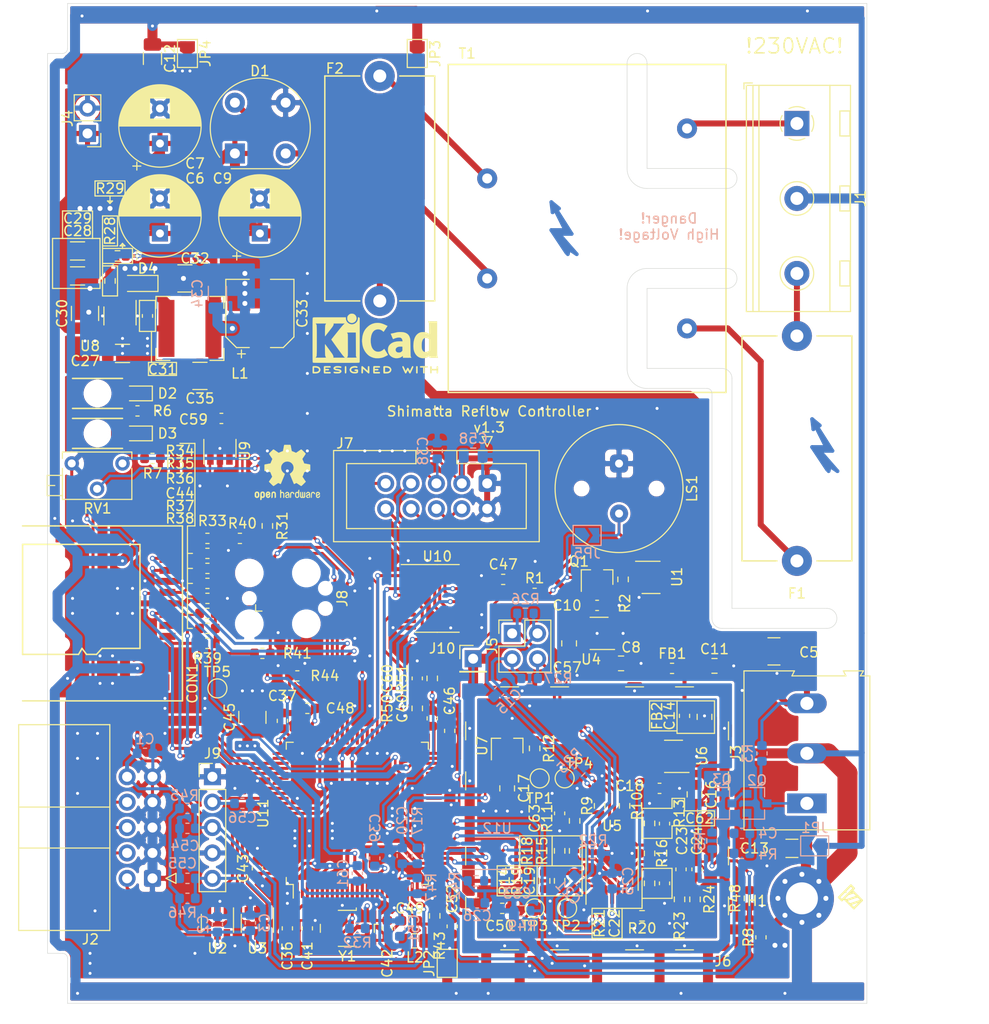
<source format=kicad_pcb>
(kicad_pcb (version 20171130) (host pcbnew 5.1.9)

  (general
    (thickness 1.6)
    (drawings 151)
    (tracks 1898)
    (zones 0)
    (modules 173)
    (nets 150)
  )

  (page A4)
  (layers
    (0 F.Cu signal)
    (31 B.Cu signal)
    (32 B.Adhes user)
    (33 F.Adhes user)
    (34 B.Paste user)
    (35 F.Paste user)
    (36 B.SilkS user)
    (37 F.SilkS user)
    (38 B.Mask user)
    (39 F.Mask user)
    (40 Dwgs.User user)
    (41 Cmts.User user)
    (42 Eco1.User user)
    (43 Eco2.User user)
    (44 Edge.Cuts user)
    (45 Margin user)
    (46 B.CrtYd user)
    (47 F.CrtYd user)
    (48 B.Fab user)
    (49 F.Fab user)
  )

  (setup
    (last_trace_width 1)
    (user_trace_width 0.3)
    (user_trace_width 0.4)
    (user_trace_width 0.6)
    (user_trace_width 1)
    (user_trace_width 2)
    (trace_clearance 0.2)
    (zone_clearance 0.25)
    (zone_45_only no)
    (trace_min 0.21)
    (via_size 0.5)
    (via_drill 0.3)
    (via_min_size 0.4)
    (via_min_drill 0.3)
    (user_via 0.9 0.5)
    (uvia_size 0.3)
    (uvia_drill 0.1)
    (uvias_allowed no)
    (uvia_min_size 0.2)
    (uvia_min_drill 0.1)
    (edge_width 0.05)
    (segment_width 0.2)
    (pcb_text_width 0.3)
    (pcb_text_size 1.5 1.5)
    (mod_edge_width 0.12)
    (mod_text_size 1 1)
    (mod_text_width 0.15)
    (pad_size 1.15 1.8)
    (pad_drill 0)
    (pad_to_mask_clearance 0)
    (aux_axis_origin 13 13)
    (grid_origin 13 13)
    (visible_elements FFFFFF7F)
    (pcbplotparams
      (layerselection 0x010f0_ffffffff)
      (usegerberextensions true)
      (usegerberattributes true)
      (usegerberadvancedattributes false)
      (creategerberjobfile true)
      (excludeedgelayer true)
      (linewidth 0.100000)
      (plotframeref false)
      (viasonmask false)
      (mode 1)
      (useauxorigin false)
      (hpglpennumber 1)
      (hpglpenspeed 20)
      (hpglpendiameter 15.000000)
      (psnegative false)
      (psa4output false)
      (plotreference true)
      (plotvalue true)
      (plotinvisibletext false)
      (padsonsilk true)
      (subtractmaskfromsilk false)
      (outputformat 1)
      (mirror false)
      (drillshape 0)
      (scaleselection 1)
      (outputdirectory "gerber/"))
  )

  (net 0 "")
  (net 1 Earth)
  (net 2 GND)
  (net 3 +8V)
  (net 4 +3V3)
  (net 5 +5V)
  (net 6 /Controller/ENC1)
  (net 7 /Controller/ENC2)
  (net 8 /Controller/VREF)
  (net 9 /Controller/SW1)
  (net 10 /Frontend/FORCE+)
  (net 11 /Frontend/FORCE-)
  (net 12 /Frontend/SENS+)
  (net 13 /Frontend/SENS-)
  (net 14 /Controller/SDIO_D1)
  (net 15 /Controller/SDIO_D0)
  (net 16 /Controller/SDIO_CLK)
  (net 17 /Controller/SDIO_CMD)
  (net 18 /Controller/SDIO_D3)
  (net 19 /Controller/SDIO_D2)
  (net 20 /Controller/TEMP_IN)
  (net 21 /L_Trafo)
  (net 22 /L_IN)
  (net 23 /N_IN)
  (net 24 /DIGIO3)
  (net 25 /DIGIO2)
  (net 26 /DIGIO1)
  (net 27 /DIGIO0)
  (net 28 /Controller/SWDIO)
  (net 29 /Controller/SWCLK)
  (net 30 /Controller/PC_RX)
  (net 31 /Controller/PC_TX)
  (net 32 /Controller/~RST)
  (net 33 /Controller/LCD_VO)
  (net 34 /Controller/LCD_RS)
  (net 35 /Controller/LCD_EN)
  (net 36 /Controller/LCD_D3)
  (net 37 /Controller/LCD_D0)
  (net 38 /Controller/LCD_D2)
  (net 39 /Controller/LCD_D1)
  (net 40 /OUT0)
  (net 41 /OUT3)
  (net 42 /OUT2)
  (net 43 /OUT1)
  (net 44 /Controller/VDDA)
  (net 45 +5VL)
  (net 46 /Controller/CARD_DETECT)
  (net 47 +3.3VA)
  (net 48 /Frontend/VREF_OP)
  (net 49 /DIGIO0_PROT)
  (net 50 /DIGIO1_PROT)
  (net 51 /DIGIO2_PROT)
  (net 52 /DIGIO3_PROT)
  (net 53 "Net-(C4-Pad2)")
  (net 54 "Net-(C14-Pad1)")
  (net 55 "Net-(C19-Pad1)")
  (net 56 "Net-(C22-Pad2)")
  (net 57 "Net-(C22-Pad1)")
  (net 58 "Net-(C23-Pad1)")
  (net 59 "Net-(C31-Pad1)")
  (net 60 "Net-(C42-Pad1)")
  (net 61 "Net-(D1-Pad4)")
  (net 62 "Net-(D1-Pad2)")
  (net 63 "Net-(D2-Pad1)")
  (net 64 "Net-(D3-Pad1)")
  (net 65 "Net-(F2-Pad2)")
  (net 66 "Net-(J3-Pad1)")
  (net 67 "Net-(J8-Pad5)")
  (net 68 "Net-(J8-Pad6)")
  (net 69 "Net-(J8-Pad8)")
  (net 70 "Net-(Q2-Pad2)")
  (net 71 "Net-(Q3-Pad1)")
  (net 72 /Controller/SSR_SAFETY_ENABLE)
  (net 73 /Controller/E_~CS)
  (net 74 "Net-(U9-Pad3)")
  (net 75 /Controller/E_SCK)
  (net 76 /Controller/E_MISO)
  (net 77 /Controller/E_MOSI)
  (net 78 "Net-(Q1-Pad3)")
  (net 79 "Net-(U11-Pad1)")
  (net 80 "/Digital Power Supply/DCDC_SW")
  (net 81 /Controller/EXT_WTCHDG_TOGGL)
  (net 82 "Net-(C41-Pad1)")
  (net 83 "Net-(C46-Pad1)")
  (net 84 "Net-(C48-Pad1)")
  (net 85 "Net-(C52-Pad2)")
  (net 86 "Net-(R15-Pad1)")
  (net 87 "Net-(R20-Pad1)")
  (net 88 "Net-(R28-Pad1)")
  (net 89 "Net-(R31-Pad2)")
  (net 90 "Net-(U1-Pad1)")
  (net 91 "Net-(U6-Pad4)")
  (net 92 "Net-(U10-Pad17)")
  (net 93 "Net-(U10-Pad15)")
  (net 94 "Net-(U10-Pad9)")
  (net 95 "Net-(U10-Pad8)")
  (net 96 "Net-(U10-Pad7)")
  (net 97 "Net-(U10-Pad6)")
  (net 98 "Net-(U10-Pad4)")
  (net 99 "Net-(U10-Pad2)")
  (net 100 "Net-(U11-Pad2)")
  (net 101 "Net-(U11-Pad3)")
  (net 102 "Net-(U11-Pad4)")
  (net 103 "Net-(U11-Pad5)")
  (net 104 "Net-(U11-Pad7)")
  (net 105 "Net-(U11-Pad8)")
  (net 106 "Net-(U11-Pad9)")
  (net 107 "Net-(U11-Pad15)")
  (net 108 "Net-(U11-Pad16)")
  (net 109 "Net-(U11-Pad17)")
  (net 110 "Net-(U11-Pad18)")
  (net 111 "Net-(U11-Pad33)")
  (net 112 "Net-(U11-Pad38)")
  (net 113 "Net-(U11-Pad40)")
  (net 114 "Net-(U11-Pad41)")
  (net 115 "Net-(U11-Pad42)")
  (net 116 "Net-(U11-Pad43)")
  (net 117 "Net-(U11-Pad44)")
  (net 118 "Net-(U11-Pad45)")
  (net 119 "Net-(U11-Pad46)")
  (net 120 "Net-(U11-Pad47)")
  (net 121 "Net-(U11-Pad48)")
  (net 122 "Net-(U11-Pad51)")
  (net 123 "Net-(U11-Pad52)")
  (net 124 "Net-(U11-Pad53)")
  (net 125 "Net-(U11-Pad54)")
  (net 126 "Net-(U11-Pad60)")
  (net 127 "Net-(U11-Pad61)")
  (net 128 "Net-(U11-Pad62)")
  (net 129 "Net-(U11-Pad63)")
  (net 130 "Net-(U11-Pad64)")
  (net 131 "Net-(U11-Pad70)")
  (net 132 "Net-(U11-Pad71)")
  (net 133 "Net-(U11-Pad77)")
  (net 134 "Net-(U11-Pad81)")
  (net 135 "Net-(U11-Pad82)")
  (net 136 "Net-(U11-Pad84)")
  (net 137 "Net-(U11-Pad86)")
  (net 138 "Net-(U11-Pad95)")
  (net 139 "Net-(U11-Pad96)")
  (net 140 "Net-(U11-Pad97)")
  (net 141 "Net-(U11-Pad98)")
  (net 142 "Net-(C10-Pad2)")
  (net 143 "Net-(JP5-Pad2)")
  (net 144 "Net-(JP5-Pad1)")
  (net 145 "Net-(C60-Pad1)")
  (net 146 "Net-(C62-Pad2)")
  (net 147 "Net-(C62-Pad1)")
  (net 148 "Net-(C63-Pad2)")
  (net 149 "Net-(C63-Pad1)")

  (net_class Default "This is the default net class."
    (clearance 0.2)
    (trace_width 0.25)
    (via_dia 0.5)
    (via_drill 0.3)
    (uvia_dia 0.3)
    (uvia_drill 0.1)
    (diff_pair_width 0.3)
    (diff_pair_gap 0.25)
    (add_net +3.3VA)
    (add_net +3V3)
    (add_net +5V)
    (add_net +5VL)
    (add_net +8V)
    (add_net /Controller/CARD_DETECT)
    (add_net /Controller/ENC1)
    (add_net /Controller/ENC2)
    (add_net /Controller/EXT_WTCHDG_TOGGL)
    (add_net /Controller/E_MISO)
    (add_net /Controller/E_MOSI)
    (add_net /Controller/E_SCK)
    (add_net /Controller/E_~CS)
    (add_net /Controller/LCD_D0)
    (add_net /Controller/LCD_D1)
    (add_net /Controller/LCD_D2)
    (add_net /Controller/LCD_D3)
    (add_net /Controller/LCD_EN)
    (add_net /Controller/LCD_RS)
    (add_net /Controller/LCD_VO)
    (add_net /Controller/PC_RX)
    (add_net /Controller/PC_TX)
    (add_net /Controller/SDIO_CLK)
    (add_net /Controller/SDIO_CMD)
    (add_net /Controller/SDIO_D0)
    (add_net /Controller/SDIO_D1)
    (add_net /Controller/SDIO_D2)
    (add_net /Controller/SDIO_D3)
    (add_net /Controller/SSR_SAFETY_ENABLE)
    (add_net /Controller/SW1)
    (add_net /Controller/SWCLK)
    (add_net /Controller/SWDIO)
    (add_net /Controller/TEMP_IN)
    (add_net /Controller/VDDA)
    (add_net /Controller/VREF)
    (add_net /Controller/~RST)
    (add_net /DIGIO0)
    (add_net /DIGIO0_PROT)
    (add_net /DIGIO1)
    (add_net /DIGIO1_PROT)
    (add_net /DIGIO2)
    (add_net /DIGIO2_PROT)
    (add_net /DIGIO3)
    (add_net /DIGIO3_PROT)
    (add_net "/Digital Power Supply/DCDC_SW")
    (add_net /Frontend/FORCE+)
    (add_net /Frontend/FORCE-)
    (add_net /Frontend/SENS+)
    (add_net /Frontend/SENS-)
    (add_net /Frontend/VREF_OP)
    (add_net /OUT0)
    (add_net /OUT1)
    (add_net /OUT2)
    (add_net /OUT3)
    (add_net Earth)
    (add_net GND)
    (add_net "Net-(C10-Pad2)")
    (add_net "Net-(C14-Pad1)")
    (add_net "Net-(C19-Pad1)")
    (add_net "Net-(C22-Pad1)")
    (add_net "Net-(C22-Pad2)")
    (add_net "Net-(C23-Pad1)")
    (add_net "Net-(C31-Pad1)")
    (add_net "Net-(C4-Pad2)")
    (add_net "Net-(C41-Pad1)")
    (add_net "Net-(C42-Pad1)")
    (add_net "Net-(C46-Pad1)")
    (add_net "Net-(C48-Pad1)")
    (add_net "Net-(C52-Pad2)")
    (add_net "Net-(C60-Pad1)")
    (add_net "Net-(C62-Pad1)")
    (add_net "Net-(C62-Pad2)")
    (add_net "Net-(C63-Pad1)")
    (add_net "Net-(C63-Pad2)")
    (add_net "Net-(D1-Pad2)")
    (add_net "Net-(D1-Pad4)")
    (add_net "Net-(D2-Pad1)")
    (add_net "Net-(D3-Pad1)")
    (add_net "Net-(F2-Pad2)")
    (add_net "Net-(J3-Pad1)")
    (add_net "Net-(J8-Pad5)")
    (add_net "Net-(J8-Pad6)")
    (add_net "Net-(J8-Pad8)")
    (add_net "Net-(JP5-Pad1)")
    (add_net "Net-(JP5-Pad2)")
    (add_net "Net-(Q1-Pad3)")
    (add_net "Net-(Q2-Pad2)")
    (add_net "Net-(Q3-Pad1)")
    (add_net "Net-(R15-Pad1)")
    (add_net "Net-(R20-Pad1)")
    (add_net "Net-(R28-Pad1)")
    (add_net "Net-(R31-Pad2)")
    (add_net "Net-(U1-Pad1)")
    (add_net "Net-(U10-Pad15)")
    (add_net "Net-(U10-Pad17)")
    (add_net "Net-(U10-Pad2)")
    (add_net "Net-(U10-Pad4)")
    (add_net "Net-(U10-Pad6)")
    (add_net "Net-(U10-Pad7)")
    (add_net "Net-(U10-Pad8)")
    (add_net "Net-(U10-Pad9)")
    (add_net "Net-(U11-Pad1)")
    (add_net "Net-(U11-Pad15)")
    (add_net "Net-(U11-Pad16)")
    (add_net "Net-(U11-Pad17)")
    (add_net "Net-(U11-Pad18)")
    (add_net "Net-(U11-Pad2)")
    (add_net "Net-(U11-Pad3)")
    (add_net "Net-(U11-Pad33)")
    (add_net "Net-(U11-Pad38)")
    (add_net "Net-(U11-Pad4)")
    (add_net "Net-(U11-Pad40)")
    (add_net "Net-(U11-Pad41)")
    (add_net "Net-(U11-Pad42)")
    (add_net "Net-(U11-Pad43)")
    (add_net "Net-(U11-Pad44)")
    (add_net "Net-(U11-Pad45)")
    (add_net "Net-(U11-Pad46)")
    (add_net "Net-(U11-Pad47)")
    (add_net "Net-(U11-Pad48)")
    (add_net "Net-(U11-Pad5)")
    (add_net "Net-(U11-Pad51)")
    (add_net "Net-(U11-Pad52)")
    (add_net "Net-(U11-Pad53)")
    (add_net "Net-(U11-Pad54)")
    (add_net "Net-(U11-Pad60)")
    (add_net "Net-(U11-Pad61)")
    (add_net "Net-(U11-Pad62)")
    (add_net "Net-(U11-Pad63)")
    (add_net "Net-(U11-Pad64)")
    (add_net "Net-(U11-Pad7)")
    (add_net "Net-(U11-Pad70)")
    (add_net "Net-(U11-Pad71)")
    (add_net "Net-(U11-Pad77)")
    (add_net "Net-(U11-Pad8)")
    (add_net "Net-(U11-Pad81)")
    (add_net "Net-(U11-Pad82)")
    (add_net "Net-(U11-Pad84)")
    (add_net "Net-(U11-Pad86)")
    (add_net "Net-(U11-Pad9)")
    (add_net "Net-(U11-Pad95)")
    (add_net "Net-(U11-Pad96)")
    (add_net "Net-(U11-Pad97)")
    (add_net "Net-(U11-Pad98)")
    (add_net "Net-(U6-Pad4)")
    (add_net "Net-(U9-Pad3)")
  )

  (net_class HV ""
    (clearance 2.55)
    (trace_width 1)
    (via_dia 0.5)
    (via_drill 0.3)
    (uvia_dia 0.3)
    (uvia_drill 0.1)
    (diff_pair_width 0.21)
    (diff_pair_gap 0.25)
    (add_net /L_IN)
    (add_net /L_Trafo)
    (add_net /N_IN)
  )

  (module Capacitor_SMD:C_0603_1608Metric (layer F.Cu) (tedit 5F68FEEE) (tstamp 5FD64B98)
    (at 67.25 94 270)
    (descr "Capacitor SMD 0603 (1608 Metric), square (rectangular) end terminal, IPC_7351 nominal, (Body size source: IPC-SM-782 page 76, https://www.pcb-3d.com/wordpress/wp-content/uploads/ipc-sm-782a_amendment_1_and_2.pdf), generated with kicad-footprint-generator")
    (tags capacitor)
    (path /5D8C5188/5FE2133C)
    (attr smd)
    (fp_text reference C63 (at 0.5 2.5 90) (layer F.SilkS)
      (effects (font (size 1 1) (thickness 0.15)))
    )
    (fp_text value DNP (at 0 1.43 90) (layer F.Fab)
      (effects (font (size 1 1) (thickness 0.15)))
    )
    (fp_line (start 1.48 0.73) (end -1.48 0.73) (layer F.CrtYd) (width 0.05))
    (fp_line (start 1.48 -0.73) (end 1.48 0.73) (layer F.CrtYd) (width 0.05))
    (fp_line (start -1.48 -0.73) (end 1.48 -0.73) (layer F.CrtYd) (width 0.05))
    (fp_line (start -1.48 0.73) (end -1.48 -0.73) (layer F.CrtYd) (width 0.05))
    (fp_line (start -0.14058 0.51) (end 0.14058 0.51) (layer F.SilkS) (width 0.12))
    (fp_line (start -0.14058 -0.51) (end 0.14058 -0.51) (layer F.SilkS) (width 0.12))
    (fp_line (start 0.8 0.4) (end -0.8 0.4) (layer F.Fab) (width 0.1))
    (fp_line (start 0.8 -0.4) (end 0.8 0.4) (layer F.Fab) (width 0.1))
    (fp_line (start -0.8 -0.4) (end 0.8 -0.4) (layer F.Fab) (width 0.1))
    (fp_line (start -0.8 0.4) (end -0.8 -0.4) (layer F.Fab) (width 0.1))
    (fp_text user %R (at 0 0 90) (layer F.Fab)
      (effects (font (size 0.4 0.4) (thickness 0.06)))
    )
    (pad 2 smd roundrect (at 0.775 0 270) (size 0.9 0.95) (layers F.Cu F.Paste F.Mask) (roundrect_rratio 0.25)
      (net 148 "Net-(C63-Pad2)"))
    (pad 1 smd roundrect (at -0.775 0 270) (size 0.9 0.95) (layers F.Cu F.Paste F.Mask) (roundrect_rratio 0.25)
      (net 149 "Net-(C63-Pad1)"))
    (model ${KISYS3DMOD}/Capacitor_SMD.3dshapes/C_0603_1608Metric.wrl
      (at (xyz 0 0 0))
      (scale (xyz 1 1 1))
      (rotate (xyz 0 0 0))
    )
  )

  (module Capacitor_SMD:C_0603_1608Metric (layer F.Cu) (tedit 5F68FEEE) (tstamp 5FD64B87)
    (at 77.75 95.025 270)
    (descr "Capacitor SMD 0603 (1608 Metric), square (rectangular) end terminal, IPC_7351 nominal, (Body size source: IPC-SM-782 page 76, https://www.pcb-3d.com/wordpress/wp-content/uploads/ipc-sm-782a_amendment_1_and_2.pdf), generated with kicad-footprint-generator")
    (tags capacitor)
    (path /5D8C5188/5FE331AE)
    (attr smd)
    (fp_text reference C62 (at -0.525 -3.5 180) (layer F.SilkS)
      (effects (font (size 1 1) (thickness 0.15)))
    )
    (fp_text value DNP (at 0 1.43 90) (layer F.Fab)
      (effects (font (size 1 1) (thickness 0.15)))
    )
    (fp_line (start 1.48 0.73) (end -1.48 0.73) (layer F.CrtYd) (width 0.05))
    (fp_line (start 1.48 -0.73) (end 1.48 0.73) (layer F.CrtYd) (width 0.05))
    (fp_line (start -1.48 -0.73) (end 1.48 -0.73) (layer F.CrtYd) (width 0.05))
    (fp_line (start -1.48 0.73) (end -1.48 -0.73) (layer F.CrtYd) (width 0.05))
    (fp_line (start -0.14058 0.51) (end 0.14058 0.51) (layer F.SilkS) (width 0.12))
    (fp_line (start -0.14058 -0.51) (end 0.14058 -0.51) (layer F.SilkS) (width 0.12))
    (fp_line (start 0.8 0.4) (end -0.8 0.4) (layer F.Fab) (width 0.1))
    (fp_line (start 0.8 -0.4) (end 0.8 0.4) (layer F.Fab) (width 0.1))
    (fp_line (start -0.8 -0.4) (end 0.8 -0.4) (layer F.Fab) (width 0.1))
    (fp_line (start -0.8 0.4) (end -0.8 -0.4) (layer F.Fab) (width 0.1))
    (fp_text user %R (at 0 0 90) (layer F.Fab)
      (effects (font (size 0.4 0.4) (thickness 0.06)))
    )
    (pad 2 smd roundrect (at 0.775 0 270) (size 0.9 0.95) (layers F.Cu F.Paste F.Mask) (roundrect_rratio 0.25)
      (net 146 "Net-(C62-Pad2)"))
    (pad 1 smd roundrect (at -0.775 0 270) (size 0.9 0.95) (layers F.Cu F.Paste F.Mask) (roundrect_rratio 0.25)
      (net 147 "Net-(C62-Pad1)"))
    (model ${KISYS3DMOD}/Capacitor_SMD.3dshapes/C_0603_1608Metric.wrl
      (at (xyz 0 0 0))
      (scale (xyz 1 1 1))
      (rotate (xyz 0 0 0))
    )
  )

  (module Capacitor_SMD:C_0603_1608Metric (layer B.Cu) (tedit 5F68FEEE) (tstamp 5FD2F3FD)
    (at 47 100 270)
    (descr "Capacitor SMD 0603 (1608 Metric), square (rectangular) end terminal, IPC_7351 nominal, (Body size source: IPC-SM-782 page 76, https://www.pcb-3d.com/wordpress/wp-content/uploads/ipc-sm-782a_amendment_1_and_2.pdf), generated with kicad-footprint-generator")
    (tags capacitor)
    (path /5D77EC9D/5FD72F9A)
    (attr smd)
    (fp_text reference C61 (at 0 1.43 90) (layer B.SilkS)
      (effects (font (size 1 1) (thickness 0.15)) (justify mirror))
    )
    (fp_text value 100n (at 0 -1.43 90) (layer B.Fab)
      (effects (font (size 1 1) (thickness 0.15)) (justify mirror))
    )
    (fp_line (start 1.48 -0.73) (end -1.48 -0.73) (layer B.CrtYd) (width 0.05))
    (fp_line (start 1.48 0.73) (end 1.48 -0.73) (layer B.CrtYd) (width 0.05))
    (fp_line (start -1.48 0.73) (end 1.48 0.73) (layer B.CrtYd) (width 0.05))
    (fp_line (start -1.48 -0.73) (end -1.48 0.73) (layer B.CrtYd) (width 0.05))
    (fp_line (start -0.14058 -0.51) (end 0.14058 -0.51) (layer B.SilkS) (width 0.12))
    (fp_line (start -0.14058 0.51) (end 0.14058 0.51) (layer B.SilkS) (width 0.12))
    (fp_line (start 0.8 -0.4) (end -0.8 -0.4) (layer B.Fab) (width 0.1))
    (fp_line (start 0.8 0.4) (end 0.8 -0.4) (layer B.Fab) (width 0.1))
    (fp_line (start -0.8 0.4) (end 0.8 0.4) (layer B.Fab) (width 0.1))
    (fp_line (start -0.8 -0.4) (end -0.8 0.4) (layer B.Fab) (width 0.1))
    (fp_text user %R (at 0 0 90) (layer B.Fab)
      (effects (font (size 0.4 0.4) (thickness 0.06)) (justify mirror))
    )
    (pad 2 smd roundrect (at 0.775 0 270) (size 0.9 0.95) (layers B.Cu B.Paste B.Mask) (roundrect_rratio 0.25)
      (net 2 GND))
    (pad 1 smd roundrect (at -0.775 0 270) (size 0.9 0.95) (layers B.Cu B.Paste B.Mask) (roundrect_rratio 0.25)
      (net 4 +3V3))
    (model ${KISYS3DMOD}/Capacitor_SMD.3dshapes/C_0603_1608Metric.wrl
      (at (xyz 0 0 0))
      (scale (xyz 1 1 1))
      (rotate (xyz 0 0 0))
    )
  )

  (module shimatta_buzzer:PKM13EPYH4002-B0 (layer F.Cu) (tedit 5FCFC26C) (tstamp 5FCC3E58)
    (at 73.198 61.514 270)
    (tags buzzer,piezo)
    (path /5D891662)
    (fp_text reference LS1 (at 0 -7.3 90) (layer F.SilkS)
      (effects (font (size 1 1) (thickness 0.15)))
    )
    (fp_text value Buzzer (at 0 0 180) (layer F.Fab)
      (effects (font (size 1 1) (thickness 0.15)))
    )
    (fp_circle (center 0 0) (end 6.4 0) (layer F.SilkS) (width 0.12))
    (fp_circle (center 0 0) (end 6.5 0) (layer F.CrtYd) (width 0.12))
    (fp_circle (center 0 0) (end 6.5 0) (layer F.Fab) (width 0.12))
    (pad "" np_thru_hole circle (at 0 -3.75 270) (size 1.1 1.1) (drill 1.1) (layers *.Cu *.Mask))
    (pad "" np_thru_hole circle (at 0 3.75 270) (size 1.1 1.1) (drill 1.1) (layers *.Cu *.Mask))
    (pad 2 thru_hole circle (at 2.5 0 270) (size 1.8 1.8) (drill 0.8) (layers *.Cu *.Mask)
      (net 143 "Net-(JP5-Pad2)"))
    (pad 1 thru_hole roundrect (at -2.5 0 270) (size 1.8 1.8) (drill 0.8) (layers *.Cu *.Mask) (roundrect_rratio 0.25)
      (net 2 GND))
    (model ${KISYS3DMOD}/buzzer.shapes3d/PKM13EPYH4002-B0.wrl
      (at (xyz 0 0 0))
      (scale (xyz 0.3937 0.3937 0.3937))
      (rotate (xyz 0 0 0))
    )
  )

  (module Resistor_SMD:R_0603_1608Metric (layer F.Cu) (tedit 5F68FEEE) (tstamp 5FCDB62B)
    (at 54.5 80.5 270)
    (descr "Resistor SMD 0603 (1608 Metric), square (rectangular) end terminal, IPC_7351 nominal, (Body size source: IPC-SM-782 page 72, https://www.pcb-3d.com/wordpress/wp-content/uploads/ipc-sm-782a_amendment_1_and_2.pdf), generated with kicad-footprint-generator")
    (tags resistor)
    (path /5D77EC9D/5FD62ABC)
    (attr smd)
    (fp_text reference R51 (at 0 3 90) (layer F.SilkS)
      (effects (font (size 1 1) (thickness 0.15)))
    )
    (fp_text value 10k (at -2.25 0 90) (layer F.Fab)
      (effects (font (size 1 1) (thickness 0.15)))
    )
    (fp_line (start -0.8 0.4125) (end -0.8 -0.4125) (layer F.Fab) (width 0.1))
    (fp_line (start -0.8 -0.4125) (end 0.8 -0.4125) (layer F.Fab) (width 0.1))
    (fp_line (start 0.8 -0.4125) (end 0.8 0.4125) (layer F.Fab) (width 0.1))
    (fp_line (start 0.8 0.4125) (end -0.8 0.4125) (layer F.Fab) (width 0.1))
    (fp_line (start -0.237258 -0.5225) (end 0.237258 -0.5225) (layer F.SilkS) (width 0.12))
    (fp_line (start -0.237258 0.5225) (end 0.237258 0.5225) (layer F.SilkS) (width 0.12))
    (fp_line (start -1.48 0.73) (end -1.48 -0.73) (layer F.CrtYd) (width 0.05))
    (fp_line (start -1.48 -0.73) (end 1.48 -0.73) (layer F.CrtYd) (width 0.05))
    (fp_line (start 1.48 -0.73) (end 1.48 0.73) (layer F.CrtYd) (width 0.05))
    (fp_line (start 1.48 0.73) (end -1.48 0.73) (layer F.CrtYd) (width 0.05))
    (fp_text user %R (at 0 0 90) (layer F.Fab)
      (effects (font (size 0.4 0.4) (thickness 0.06)))
    )
    (pad 2 smd roundrect (at 0.825 0 270) (size 0.8 0.95) (layers F.Cu F.Paste F.Mask) (roundrect_rratio 0.25)
      (net 145 "Net-(C60-Pad1)"))
    (pad 1 smd roundrect (at -0.825 0 270) (size 0.8 0.95) (layers F.Cu F.Paste F.Mask) (roundrect_rratio 0.25)
      (net 2 GND))
    (model ${KISYS3DMOD}/Resistor_SMD.3dshapes/R_0603_1608Metric.wrl
      (at (xyz 0 0 0))
      (scale (xyz 1 1 1))
      (rotate (xyz 0 0 0))
    )
  )

  (module Resistor_SMD:R_0603_1608Metric (layer F.Cu) (tedit 5F68FEEE) (tstamp 5FCDB61A)
    (at 53 83.5 270)
    (descr "Resistor SMD 0603 (1608 Metric), square (rectangular) end terminal, IPC_7351 nominal, (Body size source: IPC-SM-782 page 72, https://www.pcb-3d.com/wordpress/wp-content/uploads/ipc-sm-782a_amendment_1_and_2.pdf), generated with kicad-footprint-generator")
    (tags resistor)
    (path /5D77EC9D/5FD5CEDB)
    (attr smd)
    (fp_text reference R50 (at 0 3 90) (layer F.SilkS)
      (effects (font (size 1 1) (thickness 0.15)))
    )
    (fp_text value 10k (at 0 1.43 90) (layer F.Fab)
      (effects (font (size 1 1) (thickness 0.15)))
    )
    (fp_line (start -0.8 0.4125) (end -0.8 -0.4125) (layer F.Fab) (width 0.1))
    (fp_line (start -0.8 -0.4125) (end 0.8 -0.4125) (layer F.Fab) (width 0.1))
    (fp_line (start 0.8 -0.4125) (end 0.8 0.4125) (layer F.Fab) (width 0.1))
    (fp_line (start 0.8 0.4125) (end -0.8 0.4125) (layer F.Fab) (width 0.1))
    (fp_line (start -0.237258 -0.5225) (end 0.237258 -0.5225) (layer F.SilkS) (width 0.12))
    (fp_line (start -0.237258 0.5225) (end 0.237258 0.5225) (layer F.SilkS) (width 0.12))
    (fp_line (start -1.48 0.73) (end -1.48 -0.73) (layer F.CrtYd) (width 0.05))
    (fp_line (start -1.48 -0.73) (end 1.48 -0.73) (layer F.CrtYd) (width 0.05))
    (fp_line (start 1.48 -0.73) (end 1.48 0.73) (layer F.CrtYd) (width 0.05))
    (fp_line (start 1.48 0.73) (end -1.48 0.73) (layer F.CrtYd) (width 0.05))
    (fp_text user %R (at 0 0 90) (layer F.Fab)
      (effects (font (size 0.4 0.4) (thickness 0.06)))
    )
    (pad 2 smd roundrect (at 0.825 0 270) (size 0.8 0.95) (layers F.Cu F.Paste F.Mask) (roundrect_rratio 0.25)
      (net 4 +3V3))
    (pad 1 smd roundrect (at -0.825 0 270) (size 0.8 0.95) (layers F.Cu F.Paste F.Mask) (roundrect_rratio 0.25)
      (net 145 "Net-(C60-Pad1)"))
    (model ${KISYS3DMOD}/Resistor_SMD.3dshapes/R_0603_1608Metric.wrl
      (at (xyz 0 0 0))
      (scale (xyz 1 1 1))
      (rotate (xyz 0 0 0))
    )
  )

  (module Capacitor_SMD:C_0603_1608Metric (layer F.Cu) (tedit 5F68FEEE) (tstamp 5FCDA8B7)
    (at 53 80.5 90)
    (descr "Capacitor SMD 0603 (1608 Metric), square (rectangular) end terminal, IPC_7351 nominal, (Body size source: IPC-SM-782 page 76, https://www.pcb-3d.com/wordpress/wp-content/uploads/ipc-sm-782a_amendment_1_and_2.pdf), generated with kicad-footprint-generator")
    (tags capacitor)
    (path /5D77EC9D/5FE39FAF)
    (attr smd)
    (fp_text reference C60 (at 0 -3 90) (layer F.SilkS)
      (effects (font (size 1 1) (thickness 0.15)))
    )
    (fp_text value 100n (at 2.75 0 90) (layer F.Fab)
      (effects (font (size 1 1) (thickness 0.15)))
    )
    (fp_line (start -0.8 0.4) (end -0.8 -0.4) (layer F.Fab) (width 0.1))
    (fp_line (start -0.8 -0.4) (end 0.8 -0.4) (layer F.Fab) (width 0.1))
    (fp_line (start 0.8 -0.4) (end 0.8 0.4) (layer F.Fab) (width 0.1))
    (fp_line (start 0.8 0.4) (end -0.8 0.4) (layer F.Fab) (width 0.1))
    (fp_line (start -0.14058 -0.51) (end 0.14058 -0.51) (layer F.SilkS) (width 0.12))
    (fp_line (start -0.14058 0.51) (end 0.14058 0.51) (layer F.SilkS) (width 0.12))
    (fp_line (start -1.48 0.73) (end -1.48 -0.73) (layer F.CrtYd) (width 0.05))
    (fp_line (start -1.48 -0.73) (end 1.48 -0.73) (layer F.CrtYd) (width 0.05))
    (fp_line (start 1.48 -0.73) (end 1.48 0.73) (layer F.CrtYd) (width 0.05))
    (fp_line (start 1.48 0.73) (end -1.48 0.73) (layer F.CrtYd) (width 0.05))
    (fp_text user %R (at 0 0 90) (layer F.Fab)
      (effects (font (size 0.4 0.4) (thickness 0.06)))
    )
    (pad 2 smd roundrect (at 0.775 0 90) (size 0.9 0.95) (layers F.Cu F.Paste F.Mask) (roundrect_rratio 0.25)
      (net 2 GND))
    (pad 1 smd roundrect (at -0.775 0 90) (size 0.9 0.95) (layers F.Cu F.Paste F.Mask) (roundrect_rratio 0.25)
      (net 145 "Net-(C60-Pad1)"))
    (model ${KISYS3DMOD}/Capacitor_SMD.3dshapes/C_0603_1608Metric.wrl
      (at (xyz 0 0 0))
      (scale (xyz 1 1 1))
      (rotate (xyz 0 0 0))
    )
  )

  (module Jumper:SolderJumper-2_P1.3mm_Open_TrianglePad1.0x1.5mm (layer B.Cu) (tedit 5A64794F) (tstamp 5FCF9810)
    (at 70 66.2)
    (descr "SMD Solder Jumper, 1x1.5mm Triangular Pads, 0.3mm gap, open")
    (tags "solder jumper open")
    (path /600F11A8)
    (attr virtual)
    (fp_text reference JP5 (at 0 1.8) (layer B.SilkS)
      (effects (font (size 1 1) (thickness 0.15)) (justify mirror))
    )
    (fp_text value DNP (at 0 -1.9) (layer B.Fab)
      (effects (font (size 1 1) (thickness 0.15)) (justify mirror))
    )
    (fp_line (start -1.4 -1) (end -1.4 1) (layer B.SilkS) (width 0.12))
    (fp_line (start 1.4 -1) (end -1.4 -1) (layer B.SilkS) (width 0.12))
    (fp_line (start 1.4 1) (end 1.4 -1) (layer B.SilkS) (width 0.12))
    (fp_line (start -1.4 1) (end 1.4 1) (layer B.SilkS) (width 0.12))
    (fp_line (start -1.65 1.25) (end 1.65 1.25) (layer B.CrtYd) (width 0.05))
    (fp_line (start -1.65 1.25) (end -1.65 -1.25) (layer B.CrtYd) (width 0.05))
    (fp_line (start 1.65 -1.25) (end 1.65 1.25) (layer B.CrtYd) (width 0.05))
    (fp_line (start 1.65 -1.25) (end -1.65 -1.25) (layer B.CrtYd) (width 0.05))
    (pad 1 smd custom (at -0.725 0) (size 0.3 0.3) (layers B.Cu B.Mask)
      (net 144 "Net-(JP5-Pad1)") (zone_connect 2)
      (options (clearance outline) (anchor rect))
      (primitives
        (gr_poly (pts
           (xy -0.5 0.75) (xy 0.5 0.75) (xy 1 0) (xy 0.5 -0.75) (xy -0.5 -0.75)
) (width 0))
      ))
    (pad 2 smd custom (at 0.725 0) (size 0.3 0.3) (layers B.Cu B.Mask)
      (net 143 "Net-(JP5-Pad2)") (zone_connect 2)
      (options (clearance outline) (anchor rect))
      (primitives
        (gr_poly (pts
           (xy -0.65 0.75) (xy 0.5 0.75) (xy 0.5 -0.75) (xy -0.65 -0.75) (xy -0.15 0)
) (width 0))
      ))
  )

  (module Capacitor_SMD:C_0603_1608Metric (layer F.Cu) (tedit 5F68FEEE) (tstamp 5FCF2BEC)
    (at 33.4 54.5)
    (descr "Capacitor SMD 0603 (1608 Metric), square (rectangular) end terminal, IPC_7351 nominal, (Body size source: IPC-SM-782 page 76, https://www.pcb-3d.com/wordpress/wp-content/uploads/ipc-sm-782a_amendment_1_and_2.pdf), generated with kicad-footprint-generator")
    (tags capacitor)
    (path /5D77EC9D/5FFAEEF2)
    (attr smd)
    (fp_text reference C59 (at -2.8 0.1) (layer F.SilkS)
      (effects (font (size 1 1) (thickness 0.15)))
    )
    (fp_text value 100n (at -0.15 1.25) (layer F.Fab)
      (effects (font (size 1 1) (thickness 0.15)))
    )
    (fp_line (start -0.8 0.4) (end -0.8 -0.4) (layer F.Fab) (width 0.1))
    (fp_line (start -0.8 -0.4) (end 0.8 -0.4) (layer F.Fab) (width 0.1))
    (fp_line (start 0.8 -0.4) (end 0.8 0.4) (layer F.Fab) (width 0.1))
    (fp_line (start 0.8 0.4) (end -0.8 0.4) (layer F.Fab) (width 0.1))
    (fp_line (start -0.14058 -0.51) (end 0.14058 -0.51) (layer F.SilkS) (width 0.12))
    (fp_line (start -0.14058 0.51) (end 0.14058 0.51) (layer F.SilkS) (width 0.12))
    (fp_line (start -1.48 0.73) (end -1.48 -0.73) (layer F.CrtYd) (width 0.05))
    (fp_line (start -1.48 -0.73) (end 1.48 -0.73) (layer F.CrtYd) (width 0.05))
    (fp_line (start 1.48 -0.73) (end 1.48 0.73) (layer F.CrtYd) (width 0.05))
    (fp_line (start 1.48 0.73) (end -1.48 0.73) (layer F.CrtYd) (width 0.05))
    (fp_text user %R (at 0 0) (layer F.Fab)
      (effects (font (size 0.4 0.4) (thickness 0.06)))
    )
    (pad 2 smd roundrect (at 0.775 0) (size 0.9 0.95) (layers F.Cu F.Paste F.Mask) (roundrect_rratio 0.25)
      (net 2 GND))
    (pad 1 smd roundrect (at -0.775 0) (size 0.9 0.95) (layers F.Cu F.Paste F.Mask) (roundrect_rratio 0.25)
      (net 4 +3V3))
    (model ${KISYS3DMOD}/Capacitor_SMD.3dshapes/C_0603_1608Metric.wrl
      (at (xyz 0 0 0))
      (scale (xyz 1 1 1))
      (rotate (xyz 0 0 0))
    )
  )

  (module Capacitor_SMD:C_0805_2012Metric (layer B.Cu) (tedit 5F68FEEE) (tstamp 5FCEA5B5)
    (at 58.6 58.2 180)
    (descr "Capacitor SMD 0805 (2012 Metric), square (rectangular) end terminal, IPC_7351 nominal, (Body size source: IPC-SM-782 page 76, https://www.pcb-3d.com/wordpress/wp-content/uploads/ipc-sm-782a_amendment_1_and_2.pdf, https://docs.google.com/spreadsheets/d/1BsfQQcO9C6DZCsRaXUlFlo91Tg2WpOkGARC1WS5S8t0/edit?usp=sharing), generated with kicad-footprint-generator")
    (tags capacitor)
    (path /5D77EC9D/5FEFE3CF)
    (attr smd)
    (fp_text reference C58 (at 0 1.68) (layer B.SilkS)
      (effects (font (size 1 1) (thickness 0.15)) (justify mirror))
    )
    (fp_text value 1u (at 0 -1.68) (layer B.Fab)
      (effects (font (size 1 1) (thickness 0.15)) (justify mirror))
    )
    (fp_line (start -1 -0.625) (end -1 0.625) (layer B.Fab) (width 0.1))
    (fp_line (start -1 0.625) (end 1 0.625) (layer B.Fab) (width 0.1))
    (fp_line (start 1 0.625) (end 1 -0.625) (layer B.Fab) (width 0.1))
    (fp_line (start 1 -0.625) (end -1 -0.625) (layer B.Fab) (width 0.1))
    (fp_line (start -0.261252 0.735) (end 0.261252 0.735) (layer B.SilkS) (width 0.12))
    (fp_line (start -0.261252 -0.735) (end 0.261252 -0.735) (layer B.SilkS) (width 0.12))
    (fp_line (start -1.7 -0.98) (end -1.7 0.98) (layer B.CrtYd) (width 0.05))
    (fp_line (start -1.7 0.98) (end 1.7 0.98) (layer B.CrtYd) (width 0.05))
    (fp_line (start 1.7 0.98) (end 1.7 -0.98) (layer B.CrtYd) (width 0.05))
    (fp_line (start 1.7 -0.98) (end -1.7 -0.98) (layer B.CrtYd) (width 0.05))
    (fp_text user %R (at 0 0) (layer B.Fab)
      (effects (font (size 0.5 0.5) (thickness 0.08)) (justify mirror))
    )
    (pad 2 smd roundrect (at 0.95 0 180) (size 1 1.45) (layers B.Cu B.Paste B.Mask) (roundrect_rratio 0.25)
      (net 45 +5VL))
    (pad 1 smd roundrect (at -0.95 0 180) (size 1 1.45) (layers B.Cu B.Paste B.Mask) (roundrect_rratio 0.25)
      (net 2 GND))
    (model ${KISYS3DMOD}/Capacitor_SMD.3dshapes/C_0805_2012Metric.wrl
      (at (xyz 0 0 0))
      (scale (xyz 1 1 1))
      (rotate (xyz 0 0 0))
    )
  )

  (module Capacitor_SMD:C_0805_2012Metric (layer F.Cu) (tedit 5F68FEEE) (tstamp 5FCE5B90)
    (at 73.4 79)
    (descr "Capacitor SMD 0805 (2012 Metric), square (rectangular) end terminal, IPC_7351 nominal, (Body size source: IPC-SM-782 page 76, https://www.pcb-3d.com/wordpress/wp-content/uploads/ipc-sm-782a_amendment_1_and_2.pdf, https://docs.google.com/spreadsheets/d/1BsfQQcO9C6DZCsRaXUlFlo91Tg2WpOkGARC1WS5S8t0/edit?usp=sharing), generated with kicad-footprint-generator")
    (tags capacitor)
    (path /5D992429)
    (attr smd)
    (fp_text reference C8 (at 1 -1.6) (layer F.SilkS)
      (effects (font (size 1 1) (thickness 0.15)))
    )
    (fp_text value 100n (at 0 1.68) (layer F.Fab)
      (effects (font (size 1 1) (thickness 0.15)))
    )
    (fp_line (start -1 0.625) (end -1 -0.625) (layer F.Fab) (width 0.1))
    (fp_line (start -1 -0.625) (end 1 -0.625) (layer F.Fab) (width 0.1))
    (fp_line (start 1 -0.625) (end 1 0.625) (layer F.Fab) (width 0.1))
    (fp_line (start 1 0.625) (end -1 0.625) (layer F.Fab) (width 0.1))
    (fp_line (start -0.261252 -0.735) (end 0.261252 -0.735) (layer F.SilkS) (width 0.12))
    (fp_line (start -0.261252 0.735) (end 0.261252 0.735) (layer F.SilkS) (width 0.12))
    (fp_line (start -1.7 0.98) (end -1.7 -0.98) (layer F.CrtYd) (width 0.05))
    (fp_line (start -1.7 -0.98) (end 1.7 -0.98) (layer F.CrtYd) (width 0.05))
    (fp_line (start 1.7 -0.98) (end 1.7 0.98) (layer F.CrtYd) (width 0.05))
    (fp_line (start 1.7 0.98) (end -1.7 0.98) (layer F.CrtYd) (width 0.05))
    (fp_text user %R (at 0 0) (layer F.Fab)
      (effects (font (size 0.5 0.5) (thickness 0.08)))
    )
    (pad 2 smd roundrect (at 0.95 0) (size 1 1.45) (layers F.Cu F.Paste F.Mask) (roundrect_rratio 0.25)
      (net 2 GND))
    (pad 1 smd roundrect (at -0.95 0) (size 1 1.45) (layers F.Cu F.Paste F.Mask) (roundrect_rratio 0.25)
      (net 3 +8V))
    (model ${KISYS3DMOD}/Capacitor_SMD.3dshapes/C_0805_2012Metric.wrl
      (at (xyz 0 0 0))
      (scale (xyz 1 1 1))
      (rotate (xyz 0 0 0))
    )
  )

  (module Package_TO_SOT_SMD:SOT-23-5 (layer F.Cu) (tedit 5A02FF57) (tstamp 5FCDC79F)
    (at 71.2 76 180)
    (descr "5-pin SOT23 package")
    (tags SOT-23-5)
    (path /5FD96B77)
    (attr smd)
    (fp_text reference U4 (at 0.8 -2.6) (layer F.SilkS)
      (effects (font (size 1 1) (thickness 0.15)))
    )
    (fp_text value LP2985-5.0 (at -5.55 0) (layer F.Fab)
      (effects (font (size 1 1) (thickness 0.15)))
    )
    (fp_line (start -0.9 1.61) (end 0.9 1.61) (layer F.SilkS) (width 0.12))
    (fp_line (start 0.9 -1.61) (end -1.55 -1.61) (layer F.SilkS) (width 0.12))
    (fp_line (start -1.9 -1.8) (end 1.9 -1.8) (layer F.CrtYd) (width 0.05))
    (fp_line (start 1.9 -1.8) (end 1.9 1.8) (layer F.CrtYd) (width 0.05))
    (fp_line (start 1.9 1.8) (end -1.9 1.8) (layer F.CrtYd) (width 0.05))
    (fp_line (start -1.9 1.8) (end -1.9 -1.8) (layer F.CrtYd) (width 0.05))
    (fp_line (start -0.9 -0.9) (end -0.25 -1.55) (layer F.Fab) (width 0.1))
    (fp_line (start 0.9 -1.55) (end -0.25 -1.55) (layer F.Fab) (width 0.1))
    (fp_line (start -0.9 -0.9) (end -0.9 1.55) (layer F.Fab) (width 0.1))
    (fp_line (start 0.9 1.55) (end -0.9 1.55) (layer F.Fab) (width 0.1))
    (fp_line (start 0.9 -1.55) (end 0.9 1.55) (layer F.Fab) (width 0.1))
    (fp_text user %R (at 0 0 90) (layer F.Fab)
      (effects (font (size 0.5 0.5) (thickness 0.075)))
    )
    (pad 5 smd rect (at 1.1 -0.95 180) (size 1.06 0.65) (layers F.Cu F.Paste F.Mask)
      (net 45 +5VL))
    (pad 4 smd rect (at 1.1 0.95 180) (size 1.06 0.65) (layers F.Cu F.Paste F.Mask)
      (net 142 "Net-(C10-Pad2)"))
    (pad 3 smd rect (at -1.1 0.95 180) (size 1.06 0.65) (layers F.Cu F.Paste F.Mask)
      (net 3 +8V))
    (pad 2 smd rect (at -1.1 0 180) (size 1.06 0.65) (layers F.Cu F.Paste F.Mask)
      (net 2 GND))
    (pad 1 smd rect (at -1.1 -0.95 180) (size 1.06 0.65) (layers F.Cu F.Paste F.Mask)
      (net 3 +8V))
    (model ${KISYS3DMOD}/Package_TO_SOT_SMD.3dshapes/SOT-23-5.wrl
      (at (xyz 0 0 0))
      (scale (xyz 1 1 1))
      (rotate (xyz 0 0 0))
    )
  )

  (module Capacitor_SMD:C_0805_2012Metric (layer F.Cu) (tedit 5F68FEEE) (tstamp 5FCDB92C)
    (at 68.2 77 270)
    (descr "Capacitor SMD 0805 (2012 Metric), square (rectangular) end terminal, IPC_7351 nominal, (Body size source: IPC-SM-782 page 76, https://www.pcb-3d.com/wordpress/wp-content/uploads/ipc-sm-782a_amendment_1_and_2.pdf, https://docs.google.com/spreadsheets/d/1BsfQQcO9C6DZCsRaXUlFlo91Tg2WpOkGARC1WS5S8t0/edit?usp=sharing), generated with kicad-footprint-generator")
    (tags capacitor)
    (path /5FEA6BEA)
    (attr smd)
    (fp_text reference C57 (at 2.4 0.2 180) (layer F.SilkS)
      (effects (font (size 1 1) (thickness 0.15)))
    )
    (fp_text value 2u2 (at 0 -1.3 90) (layer F.Fab)
      (effects (font (size 1 1) (thickness 0.15)))
    )
    (fp_line (start -1 0.625) (end -1 -0.625) (layer F.Fab) (width 0.1))
    (fp_line (start -1 -0.625) (end 1 -0.625) (layer F.Fab) (width 0.1))
    (fp_line (start 1 -0.625) (end 1 0.625) (layer F.Fab) (width 0.1))
    (fp_line (start 1 0.625) (end -1 0.625) (layer F.Fab) (width 0.1))
    (fp_line (start -0.261252 -0.735) (end 0.261252 -0.735) (layer F.SilkS) (width 0.12))
    (fp_line (start -0.261252 0.735) (end 0.261252 0.735) (layer F.SilkS) (width 0.12))
    (fp_line (start -1.7 0.98) (end -1.7 -0.98) (layer F.CrtYd) (width 0.05))
    (fp_line (start -1.7 -0.98) (end 1.7 -0.98) (layer F.CrtYd) (width 0.05))
    (fp_line (start 1.7 -0.98) (end 1.7 0.98) (layer F.CrtYd) (width 0.05))
    (fp_line (start 1.7 0.98) (end -1.7 0.98) (layer F.CrtYd) (width 0.05))
    (fp_text user %R (at 0 0 90) (layer F.Fab)
      (effects (font (size 0.5 0.5) (thickness 0.08)))
    )
    (pad 2 smd roundrect (at 0.95 0 270) (size 1 1.45) (layers F.Cu F.Paste F.Mask) (roundrect_rratio 0.25)
      (net 2 GND))
    (pad 1 smd roundrect (at -0.95 0 270) (size 1 1.45) (layers F.Cu F.Paste F.Mask) (roundrect_rratio 0.25)
      (net 45 +5VL))
    (model ${KISYS3DMOD}/Capacitor_SMD.3dshapes/C_0805_2012Metric.wrl
      (at (xyz 0 0 0))
      (scale (xyz 1 1 1))
      (rotate (xyz 0 0 0))
    )
  )

  (module Capacitor_SMD:C_0603_1608Metric (layer F.Cu) (tedit 5F68FEEE) (tstamp 5FCDB32D)
    (at 71 73.2 180)
    (descr "Capacitor SMD 0603 (1608 Metric), square (rectangular) end terminal, IPC_7351 nominal, (Body size source: IPC-SM-782 page 76, https://www.pcb-3d.com/wordpress/wp-content/uploads/ipc-sm-782a_amendment_1_and_2.pdf), generated with kicad-footprint-generator")
    (tags capacitor)
    (path /5FDDF514)
    (attr smd)
    (fp_text reference C10 (at 3 0) (layer F.SilkS)
      (effects (font (size 1 1) (thickness 0.15)))
    )
    (fp_text value 10n (at 0 1.43) (layer F.Fab)
      (effects (font (size 1 1) (thickness 0.15)))
    )
    (fp_line (start -0.8 0.4) (end -0.8 -0.4) (layer F.Fab) (width 0.1))
    (fp_line (start -0.8 -0.4) (end 0.8 -0.4) (layer F.Fab) (width 0.1))
    (fp_line (start 0.8 -0.4) (end 0.8 0.4) (layer F.Fab) (width 0.1))
    (fp_line (start 0.8 0.4) (end -0.8 0.4) (layer F.Fab) (width 0.1))
    (fp_line (start -0.14058 -0.51) (end 0.14058 -0.51) (layer F.SilkS) (width 0.12))
    (fp_line (start -0.14058 0.51) (end 0.14058 0.51) (layer F.SilkS) (width 0.12))
    (fp_line (start -1.48 0.73) (end -1.48 -0.73) (layer F.CrtYd) (width 0.05))
    (fp_line (start -1.48 -0.73) (end 1.48 -0.73) (layer F.CrtYd) (width 0.05))
    (fp_line (start 1.48 -0.73) (end 1.48 0.73) (layer F.CrtYd) (width 0.05))
    (fp_line (start 1.48 0.73) (end -1.48 0.73) (layer F.CrtYd) (width 0.05))
    (fp_text user %R (at 0 0) (layer F.Fab)
      (effects (font (size 0.4 0.4) (thickness 0.06)))
    )
    (pad 2 smd roundrect (at 0.775 0 180) (size 0.9 0.95) (layers F.Cu F.Paste F.Mask) (roundrect_rratio 0.25)
      (net 142 "Net-(C10-Pad2)"))
    (pad 1 smd roundrect (at -0.775 0 180) (size 0.9 0.95) (layers F.Cu F.Paste F.Mask) (roundrect_rratio 0.25)
      (net 2 GND))
    (model ${KISYS3DMOD}/Capacitor_SMD.3dshapes/C_0603_1608Metric.wrl
      (at (xyz 0 0 0))
      (scale (xyz 1 1 1))
      (rotate (xyz 0 0 0))
    )
  )

  (module Capacitor_SMD:C_1206_3216Metric (layer F.Cu) (tedit 5FCD28CC) (tstamp 5FBDC8F4)
    (at 19 40.25)
    (descr "Capacitor SMD 1206 (3216 Metric), square (rectangular) end terminal, IPC_7351 nominal, (Body size source: IPC-SM-782 page 76, https://www.pcb-3d.com/wordpress/wp-content/uploads/ipc-sm-782a_amendment_1_and_2.pdf), generated with kicad-footprint-generator")
    (tags capacitor)
    (path /5FB6E41F/5FB7D1DC)
    (attr smd)
    (fp_text reference C28 (at 0 -4.5) (layer F.SilkS)
      (effects (font (size 1 1) (thickness 0.15)))
    )
    (fp_text value 100n (at -3.5 0) (layer F.Fab)
      (effects (font (size 1 1) (thickness 0.15)))
    )
    (fp_line (start 2.3 1.15) (end -2.3 1.15) (layer F.CrtYd) (width 0.05))
    (fp_line (start 2.3 -1.15) (end 2.3 1.15) (layer F.CrtYd) (width 0.05))
    (fp_line (start -2.3 -1.15) (end 2.3 -1.15) (layer F.CrtYd) (width 0.05))
    (fp_line (start -2.3 1.15) (end -2.3 -1.15) (layer F.CrtYd) (width 0.05))
    (fp_line (start -0.711252 0.91) (end 0.711252 0.91) (layer F.SilkS) (width 0.12))
    (fp_line (start -0.711252 -0.91) (end 0.711252 -0.91) (layer F.SilkS) (width 0.12))
    (fp_line (start 1.6 0.8) (end -1.6 0.8) (layer F.Fab) (width 0.1))
    (fp_line (start 1.6 -0.8) (end 1.6 0.8) (layer F.Fab) (width 0.1))
    (fp_line (start -1.6 -0.8) (end 1.6 -0.8) (layer F.Fab) (width 0.1))
    (fp_line (start -1.6 0.8) (end -1.6 -0.8) (layer F.Fab) (width 0.1))
    (fp_text user %R (at 0 0) (layer F.Fab)
      (effects (font (size 0.8 0.8) (thickness 0.12)))
    )
    (pad 2 smd roundrect (at 1.475 0) (size 1.15 1.8) (layers F.Cu F.Paste F.Mask) (roundrect_rratio 0.217)
      (net 2 GND) (zone_connect 2))
    (pad 1 smd roundrect (at -1.475 0) (size 1.15 1.8) (layers F.Cu F.Paste F.Mask) (roundrect_rratio 0.2173904347826087)
      (net 3 +8V))
    (model ${KISYS3DMOD}/Capacitor_SMD.3dshapes/C_1206_3216Metric.wrl
      (at (xyz 0 0 0))
      (scale (xyz 1 1 1))
      (rotate (xyz 0 0 0))
    )
  )

  (module Capacitor_SMD:C_0805_2012Metric (layer F.Cu) (tedit 5F68FEEE) (tstamp 5DEF1000)
    (at 82.75 79.25)
    (descr "Capacitor SMD 0805 (2012 Metric), square (rectangular) end terminal, IPC_7351 nominal, (Body size source: IPC-SM-782 page 76, https://www.pcb-3d.com/wordpress/wp-content/uploads/ipc-sm-782a_amendment_1_and_2.pdf, https://docs.google.com/spreadsheets/d/1BsfQQcO9C6DZCsRaXUlFlo91Tg2WpOkGARC1WS5S8t0/edit?usp=sharing), generated with kicad-footprint-generator")
    (tags capacitor)
    (path /5D99DEEA)
    (attr smd)
    (fp_text reference C11 (at 0 -1.68) (layer F.SilkS)
      (effects (font (size 1 1) (thickness 0.15)))
    )
    (fp_text value 1u (at 0 -1.25) (layer F.Fab)
      (effects (font (size 1 1) (thickness 0.15)))
    )
    (fp_line (start 1.7 0.98) (end -1.7 0.98) (layer F.CrtYd) (width 0.05))
    (fp_line (start 1.7 -0.98) (end 1.7 0.98) (layer F.CrtYd) (width 0.05))
    (fp_line (start -1.7 -0.98) (end 1.7 -0.98) (layer F.CrtYd) (width 0.05))
    (fp_line (start -1.7 0.98) (end -1.7 -0.98) (layer F.CrtYd) (width 0.05))
    (fp_line (start -0.261252 0.735) (end 0.261252 0.735) (layer F.SilkS) (width 0.12))
    (fp_line (start -0.261252 -0.735) (end 0.261252 -0.735) (layer F.SilkS) (width 0.12))
    (fp_line (start 1 0.625) (end -1 0.625) (layer F.Fab) (width 0.1))
    (fp_line (start 1 -0.625) (end 1 0.625) (layer F.Fab) (width 0.1))
    (fp_line (start -1 -0.625) (end 1 -0.625) (layer F.Fab) (width 0.1))
    (fp_line (start -1 0.625) (end -1 -0.625) (layer F.Fab) (width 0.1))
    (fp_text user %R (at 0 0) (layer F.Fab)
      (effects (font (size 0.5 0.5) (thickness 0.08)))
    )
    (pad 2 smd roundrect (at 0.95 0) (size 1 1.45) (layers F.Cu F.Paste F.Mask) (roundrect_rratio 0.25)
      (net 2 GND))
    (pad 1 smd roundrect (at -0.95 0) (size 1 1.45) (layers F.Cu F.Paste F.Mask) (roundrect_rratio 0.25)
      (net 5 +5V))
    (model ${KISYS3DMOD}/Capacitor_SMD.3dshapes/C_0805_2012Metric.wrl
      (at (xyz 0 0 0))
      (scale (xyz 1 1 1))
      (rotate (xyz 0 0 0))
    )
  )

  (module Inductor_SMD:L_0603_1608Metric (layer F.Cu) (tedit 5F68FEF0) (tstamp 5DEF12C3)
    (at 78.5 79.5 180)
    (descr "Inductor SMD 0603 (1608 Metric), square (rectangular) end terminal, IPC_7351 nominal, (Body size source: http://www.tortai-tech.com/upload/download/2011102023233369053.pdf), generated with kicad-footprint-generator")
    (tags inductor)
    (path /5D99D868)
    (attr smd)
    (fp_text reference FB1 (at -0.032 1.476) (layer F.SilkS)
      (effects (font (size 1 1) (thickness 0.15)))
    )
    (fp_text value "600 Z" (at 0 1.43) (layer F.Fab)
      (effects (font (size 1 1) (thickness 0.15)))
    )
    (fp_line (start -0.8 0.4) (end -0.8 -0.4) (layer F.Fab) (width 0.1))
    (fp_line (start -0.8 -0.4) (end 0.8 -0.4) (layer F.Fab) (width 0.1))
    (fp_line (start 0.8 -0.4) (end 0.8 0.4) (layer F.Fab) (width 0.1))
    (fp_line (start 0.8 0.4) (end -0.8 0.4) (layer F.Fab) (width 0.1))
    (fp_line (start -0.162779 -0.51) (end 0.162779 -0.51) (layer F.SilkS) (width 0.12))
    (fp_line (start -0.162779 0.51) (end 0.162779 0.51) (layer F.SilkS) (width 0.12))
    (fp_line (start -1.48 0.73) (end -1.48 -0.73) (layer F.CrtYd) (width 0.05))
    (fp_line (start -1.48 -0.73) (end 1.48 -0.73) (layer F.CrtYd) (width 0.05))
    (fp_line (start 1.48 -0.73) (end 1.48 0.73) (layer F.CrtYd) (width 0.05))
    (fp_line (start 1.48 0.73) (end -1.48 0.73) (layer F.CrtYd) (width 0.05))
    (fp_text user %R (at 0 0) (layer F.Fab)
      (effects (font (size 0.4 0.4) (thickness 0.06)))
    )
    (pad 2 smd roundrect (at 0.7875 0 180) (size 0.875 0.95) (layers F.Cu F.Paste F.Mask) (roundrect_rratio 0.25)
      (net 45 +5VL))
    (pad 1 smd roundrect (at -0.7875 0 180) (size 0.875 0.95) (layers F.Cu F.Paste F.Mask) (roundrect_rratio 0.25)
      (net 5 +5V))
    (model ${KISYS3DMOD}/Inductor_SMD.3dshapes/L_0603_1608Metric.wrl
      (at (xyz 0 0 0))
      (scale (xyz 1 1 1))
      (rotate (xyz 0 0 0))
    )
  )

  (module Capacitor_SMD:C_0805_2012Metric (layer F.Cu) (tedit 5F68FEEE) (tstamp 5FBE6FC9)
    (at 62 91.5 270)
    (descr "Capacitor SMD 0805 (2012 Metric), square (rectangular) end terminal, IPC_7351 nominal, (Body size source: IPC-SM-782 page 76, https://www.pcb-3d.com/wordpress/wp-content/uploads/ipc-sm-782a_amendment_1_and_2.pdf, https://docs.google.com/spreadsheets/d/1BsfQQcO9C6DZCsRaXUlFlo91Tg2WpOkGARC1WS5S8t0/edit?usp=sharing), generated with kicad-footprint-generator")
    (tags capacitor)
    (path /5D8C5188/5E55CA76)
    (attr smd)
    (fp_text reference C17 (at 0 -1.68 90) (layer F.SilkS)
      (effects (font (size 1 1) (thickness 0.15)))
    )
    (fp_text value 10u (at 0 1.68 90) (layer F.Fab)
      (effects (font (size 1 1) (thickness 0.15)))
    )
    (fp_line (start 1.7 0.98) (end -1.7 0.98) (layer F.CrtYd) (width 0.05))
    (fp_line (start 1.7 -0.98) (end 1.7 0.98) (layer F.CrtYd) (width 0.05))
    (fp_line (start -1.7 -0.98) (end 1.7 -0.98) (layer F.CrtYd) (width 0.05))
    (fp_line (start -1.7 0.98) (end -1.7 -0.98) (layer F.CrtYd) (width 0.05))
    (fp_line (start -0.261252 0.735) (end 0.261252 0.735) (layer F.SilkS) (width 0.12))
    (fp_line (start -0.261252 -0.735) (end 0.261252 -0.735) (layer F.SilkS) (width 0.12))
    (fp_line (start 1 0.625) (end -1 0.625) (layer F.Fab) (width 0.1))
    (fp_line (start 1 -0.625) (end 1 0.625) (layer F.Fab) (width 0.1))
    (fp_line (start -1 -0.625) (end 1 -0.625) (layer F.Fab) (width 0.1))
    (fp_line (start -1 0.625) (end -1 -0.625) (layer F.Fab) (width 0.1))
    (fp_text user %R (at 0 0 90) (layer F.Fab)
      (effects (font (size 0.5 0.5) (thickness 0.08)))
    )
    (pad 2 smd roundrect (at 0.95 0 270) (size 1 1.45) (layers F.Cu F.Paste F.Mask) (roundrect_rratio 0.25)
      (net 2 GND))
    (pad 1 smd roundrect (at -0.95 0 270) (size 1 1.45) (layers F.Cu F.Paste F.Mask) (roundrect_rratio 0.25)
      (net 48 /Frontend/VREF_OP))
    (model ${KISYS3DMOD}/Capacitor_SMD.3dshapes/C_0805_2012Metric.wrl
      (at (xyz 0 0 0))
      (scale (xyz 1 1 1))
      (rotate (xyz 0 0 0))
    )
  )

  (module Connector_PinHeader_2.54mm:PinHeader_1x01_P2.54mm_Vertical (layer F.Cu) (tedit 59FED5CC) (tstamp 5FCA948C)
    (at 58.593 78.532)
    (descr "Through hole straight pin header, 1x01, 2.54mm pitch, single row")
    (tags "Through hole pin header THT 1x01 2.54mm single row")
    (path /5FCB5841)
    (fp_text reference J10 (at -3.093 -1.032) (layer F.SilkS)
      (effects (font (size 1 1) (thickness 0.15)))
    )
    (fp_text value Conn_01x01 (at -0.093 -6.032 90) (layer F.Fab)
      (effects (font (size 1 1) (thickness 0.15)))
    )
    (fp_line (start -0.635 -1.27) (end 1.27 -1.27) (layer F.Fab) (width 0.1))
    (fp_line (start 1.27 -1.27) (end 1.27 1.27) (layer F.Fab) (width 0.1))
    (fp_line (start 1.27 1.27) (end -1.27 1.27) (layer F.Fab) (width 0.1))
    (fp_line (start -1.27 1.27) (end -1.27 -0.635) (layer F.Fab) (width 0.1))
    (fp_line (start -1.27 -0.635) (end -0.635 -1.27) (layer F.Fab) (width 0.1))
    (fp_line (start -1.33 1.33) (end 1.33 1.33) (layer F.SilkS) (width 0.12))
    (fp_line (start -1.33 1.27) (end -1.33 1.33) (layer F.SilkS) (width 0.12))
    (fp_line (start 1.33 1.27) (end 1.33 1.33) (layer F.SilkS) (width 0.12))
    (fp_line (start -1.33 1.27) (end 1.33 1.27) (layer F.SilkS) (width 0.12))
    (fp_line (start -1.33 0) (end -1.33 -1.33) (layer F.SilkS) (width 0.12))
    (fp_line (start -1.33 -1.33) (end 0 -1.33) (layer F.SilkS) (width 0.12))
    (fp_line (start -1.8 -1.8) (end -1.8 1.8) (layer F.CrtYd) (width 0.05))
    (fp_line (start -1.8 1.8) (end 1.8 1.8) (layer F.CrtYd) (width 0.05))
    (fp_line (start 1.8 1.8) (end 1.8 -1.8) (layer F.CrtYd) (width 0.05))
    (fp_line (start 1.8 -1.8) (end -1.8 -1.8) (layer F.CrtYd) (width 0.05))
    (fp_text user %R (at 0 0 90) (layer F.Fab)
      (effects (font (size 1 1) (thickness 0.15)))
    )
    (pad 1 thru_hole rect (at 0 0) (size 1.7 1.7) (drill 1) (layers *.Cu *.Mask)
      (net 1 Earth))
    (model ${KISYS3DMOD}/Connector_PinHeader_2.54mm.3dshapes/PinHeader_1x01_P2.54mm_Vertical.wrl
      (at (xyz 0 0 0))
      (scale (xyz 1 1 1))
      (rotate (xyz 0 0 0))
    )
  )

  (module Resistor_SMD:R_0603_1608Metric (layer B.Cu) (tedit 5F68FEEE) (tstamp 5FCA6BA2)
    (at 63.5 103.75 180)
    (descr "Resistor SMD 0603 (1608 Metric), square (rectangular) end terminal, IPC_7351 nominal, (Body size source: IPC-SM-782 page 72, https://www.pcb-3d.com/wordpress/wp-content/uploads/ipc-sm-782a_amendment_1_and_2.pdf), generated with kicad-footprint-generator")
    (tags resistor)
    (path /5FEA7746)
    (attr smd)
    (fp_text reference R49 (at 0 -1.5 180) (layer B.SilkS)
      (effects (font (size 1 1) (thickness 0.15)) (justify mirror))
    )
    (fp_text value 22k (at 0 -1.43) (layer B.Fab)
      (effects (font (size 1 1) (thickness 0.15)) (justify mirror))
    )
    (fp_line (start 1.48 -0.73) (end -1.48 -0.73) (layer B.CrtYd) (width 0.05))
    (fp_line (start 1.48 0.73) (end 1.48 -0.73) (layer B.CrtYd) (width 0.05))
    (fp_line (start -1.48 0.73) (end 1.48 0.73) (layer B.CrtYd) (width 0.05))
    (fp_line (start -1.48 -0.73) (end -1.48 0.73) (layer B.CrtYd) (width 0.05))
    (fp_line (start -0.237258 -0.5225) (end 0.237258 -0.5225) (layer B.SilkS) (width 0.12))
    (fp_line (start -0.237258 0.5225) (end 0.237258 0.5225) (layer B.SilkS) (width 0.12))
    (fp_line (start 0.8 -0.4125) (end -0.8 -0.4125) (layer B.Fab) (width 0.1))
    (fp_line (start 0.8 0.4125) (end 0.8 -0.4125) (layer B.Fab) (width 0.1))
    (fp_line (start -0.8 0.4125) (end 0.8 0.4125) (layer B.Fab) (width 0.1))
    (fp_line (start -0.8 -0.4125) (end -0.8 0.4125) (layer B.Fab) (width 0.1))
    (fp_text user %R (at 0 0) (layer B.Fab)
      (effects (font (size 0.4 0.4) (thickness 0.06)) (justify mirror))
    )
    (pad 2 smd roundrect (at 0.825 0 180) (size 0.8 0.95) (layers B.Cu B.Paste B.Mask) (roundrect_rratio 0.25)
      (net 2 GND))
    (pad 1 smd roundrect (at -0.825 0 180) (size 0.8 0.95) (layers B.Cu B.Paste B.Mask) (roundrect_rratio 0.25)
      (net 40 /OUT0))
    (model ${KISYS3DMOD}/Resistor_SMD.3dshapes/R_0603_1608Metric.wrl
      (at (xyz 0 0 0))
      (scale (xyz 1 1 1))
      (rotate (xyz 0 0 0))
    )
  )

  (module Resistor_SMD:R_0603_1608Metric (layer F.Cu) (tedit 5F68FEEE) (tstamp 5FCA6B91)
    (at 86.25 102.5 90)
    (descr "Resistor SMD 0603 (1608 Metric), square (rectangular) end terminal, IPC_7351 nominal, (Body size source: IPC-SM-782 page 72, https://www.pcb-3d.com/wordpress/wp-content/uploads/ipc-sm-782a_amendment_1_and_2.pdf), generated with kicad-footprint-generator")
    (tags resistor)
    (path /5FE64C65)
    (attr smd)
    (fp_text reference R48 (at 0 -1.43 90) (layer F.SilkS)
      (effects (font (size 1 1) (thickness 0.15)))
    )
    (fp_text value 22k (at 0 1.43 90) (layer F.Fab)
      (effects (font (size 1 1) (thickness 0.15)))
    )
    (fp_line (start 1.48 0.73) (end -1.48 0.73) (layer F.CrtYd) (width 0.05))
    (fp_line (start 1.48 -0.73) (end 1.48 0.73) (layer F.CrtYd) (width 0.05))
    (fp_line (start -1.48 -0.73) (end 1.48 -0.73) (layer F.CrtYd) (width 0.05))
    (fp_line (start -1.48 0.73) (end -1.48 -0.73) (layer F.CrtYd) (width 0.05))
    (fp_line (start -0.237258 0.5225) (end 0.237258 0.5225) (layer F.SilkS) (width 0.12))
    (fp_line (start -0.237258 -0.5225) (end 0.237258 -0.5225) (layer F.SilkS) (width 0.12))
    (fp_line (start 0.8 0.4125) (end -0.8 0.4125) (layer F.Fab) (width 0.1))
    (fp_line (start 0.8 -0.4125) (end 0.8 0.4125) (layer F.Fab) (width 0.1))
    (fp_line (start -0.8 -0.4125) (end 0.8 -0.4125) (layer F.Fab) (width 0.1))
    (fp_line (start -0.8 0.4125) (end -0.8 -0.4125) (layer F.Fab) (width 0.1))
    (fp_text user %R (at 0 0 90) (layer F.Fab)
      (effects (font (size 0.4 0.4) (thickness 0.06)))
    )
    (pad 2 smd roundrect (at 0.825 0 90) (size 0.8 0.95) (layers F.Cu F.Paste F.Mask) (roundrect_rratio 0.25)
      (net 72 /Controller/SSR_SAFETY_ENABLE))
    (pad 1 smd roundrect (at -0.825 0 90) (size 0.8 0.95) (layers F.Cu F.Paste F.Mask) (roundrect_rratio 0.25)
      (net 2 GND))
    (model ${KISYS3DMOD}/Resistor_SMD.3dshapes/R_0603_1608Metric.wrl
      (at (xyz 0 0 0))
      (scale (xyz 1 1 1))
      (rotate (xyz 0 0 0))
    )
  )

  (module Capacitor_SMD:C_0603_1608Metric (layer B.Cu) (tedit 5FC80D21) (tstamp 5FCA81B2)
    (at 59 102.95 180)
    (descr "Capacitor SMD 0603 (1608 Metric), square (rectangular) end terminal, IPC_7351 nominal, (Body size source: IPC-SM-782 page 76, https://www.pcb-3d.com/wordpress/wp-content/uploads/ipc-sm-782a_amendment_1_and_2.pdf), generated with kicad-footprint-generator")
    (tags capacitor)
    (path /5D77EC9D/5FE1A5FC)
    (attr smd)
    (fp_text reference C26 (at 0 -1.3) (layer B.SilkS)
      (effects (font (size 1 1) (thickness 0.15)) (justify mirror))
    )
    (fp_text value 100n (at 0 -1.43) (layer B.Fab)
      (effects (font (size 1 1) (thickness 0.15)) (justify mirror))
    )
    (fp_line (start 1.48 -0.73) (end -1.48 -0.73) (layer B.CrtYd) (width 0.05))
    (fp_line (start 1.48 0.73) (end 1.48 -0.73) (layer B.CrtYd) (width 0.05))
    (fp_line (start -1.48 0.73) (end 1.48 0.73) (layer B.CrtYd) (width 0.05))
    (fp_line (start -1.48 -0.73) (end -1.48 0.73) (layer B.CrtYd) (width 0.05))
    (fp_line (start -0.14058 -0.51) (end 0.14058 -0.51) (layer B.SilkS) (width 0.12))
    (fp_line (start -0.14058 0.51) (end 0.14058 0.51) (layer B.SilkS) (width 0.12))
    (fp_line (start 0.8 -0.4) (end -0.8 -0.4) (layer B.Fab) (width 0.1))
    (fp_line (start 0.8 0.4) (end 0.8 -0.4) (layer B.Fab) (width 0.1))
    (fp_line (start -0.8 0.4) (end 0.8 0.4) (layer B.Fab) (width 0.1))
    (fp_line (start -0.8 -0.4) (end -0.8 0.4) (layer B.Fab) (width 0.1))
    (fp_text user %R (at 0 0) (layer B.Fab)
      (effects (font (size 0.4 0.4) (thickness 0.06)) (justify mirror))
    )
    (pad 2 smd roundrect (at 0.775 0 180) (size 0.9 0.95) (layers B.Cu B.Paste B.Mask) (roundrect_rratio 0.25)
      (net 2 GND) (zone_connect 2))
    (pad 1 smd roundrect (at -0.775 0 180) (size 0.9 0.95) (layers B.Cu B.Paste B.Mask) (roundrect_rratio 0.25)
      (net 4 +3V3))
    (model ${KISYS3DMOD}/Capacitor_SMD.3dshapes/C_0603_1608Metric.wrl
      (at (xyz 0 0 0))
      (scale (xyz 1 1 1))
      (rotate (xyz 0 0 0))
    )
  )

  (module shimatta_tht:BV-EI-303-2010 locked (layer F.Cu) (tedit 5FC3F18F) (tstamp 5FD3143E)
    (at 70 35.5 180)
    (path /5D6EA3F7)
    (fp_text reference T1 (at 12 17.5) (layer F.SilkS)
      (effects (font (size 1 1) (thickness 0.15)))
    )
    (fp_text value BV-EI-303-2050 (at 0 -0.5) (layer F.Fab)
      (effects (font (size 1 1) (thickness 0.15)))
    )
    (fp_line (start 13.97 -16.51) (end -13.97 -16.51) (layer F.Fab) (width 0.12))
    (fp_line (start 13.97 16.51) (end 13.97 -16.51) (layer F.Fab) (width 0.12))
    (fp_line (start -13.97 16.51) (end 13.97 16.51) (layer F.Fab) (width 0.12))
    (fp_line (start -13.97 -16.51) (end -13.97 16.51) (layer F.Fab) (width 0.12))
    (fp_line (start -13.97 16.51) (end -13.97 -16.51) (layer F.CrtYd) (width 0.12))
    (fp_line (start 13.97 16.51) (end -13.97 16.51) (layer F.CrtYd) (width 0.12))
    (fp_line (start 13.97 -16.51) (end 13.97 16.51) (layer F.CrtYd) (width 0.12))
    (fp_line (start -13.97 -16.51) (end 13.97 -16.51) (layer F.CrtYd) (width 0.12))
    (fp_line (start -13.9 -16.4) (end 13.9 -16.4) (layer F.SilkS) (width 0.15))
    (fp_line (start -13.9 -16.4) (end -13.9 16.4) (layer F.SilkS) (width 0.15))
    (fp_line (start -13.9 16.4) (end 13.9 16.4) (layer F.SilkS) (width 0.15))
    (fp_line (start 13.9 -16.4) (end 13.9 16.4) (layer F.SilkS) (width 0.15))
    (pad 4 thru_hole circle (at 10 -5 180) (size 2 2) (drill 1) (layers *.Cu *.Mask)
      (net 62 "Net-(D1-Pad2)"))
    (pad 3 thru_hole circle (at 10 5 180) (size 2 2) (drill 1) (layers *.Cu *.Mask)
      (net 65 "Net-(F2-Pad2)"))
    (pad 2 thru_hole circle (at -10 -10 180) (size 2 2) (drill 1) (layers *.Cu *.Mask)
      (net 21 /L_Trafo))
    (pad 1 thru_hole circle (at -10 10 180) (size 2 2) (drill 1) (layers *.Cu *.Mask)
      (net 23 /N_IN))
  )

  (module Connector_IDC:IDC-Header_2x05_P2.54mm_Vertical (layer F.Cu) (tedit 5EAC9A07) (tstamp 5FC5138E)
    (at 60 61 270)
    (descr "Through hole IDC box header, 2x05, 2.54mm pitch, DIN 41651 / IEC 60603-13, double rows, https://docs.google.com/spreadsheets/d/16SsEcesNF15N3Lb4niX7dcUr-NY5_MFPQhobNuNppn4/edit#gid=0")
    (tags "Through hole vertical IDC box header THT 2x05 2.54mm double row")
    (path /5D77EC9D/5E102471)
    (fp_text reference J7 (at -4 14.25 180) (layer F.SilkS)
      (effects (font (size 1 1) (thickness 0.15)))
    )
    (fp_text value LCD (at -2.25 5 180) (layer F.Fab)
      (effects (font (size 1 1) (thickness 0.15)))
    )
    (fp_line (start 6.22 -5.6) (end -3.68 -5.6) (layer F.CrtYd) (width 0.05))
    (fp_line (start 6.22 15.76) (end 6.22 -5.6) (layer F.CrtYd) (width 0.05))
    (fp_line (start -3.68 15.76) (end 6.22 15.76) (layer F.CrtYd) (width 0.05))
    (fp_line (start -3.68 -5.6) (end -3.68 15.76) (layer F.CrtYd) (width 0.05))
    (fp_line (start -4.68 0.5) (end -3.68 0) (layer F.SilkS) (width 0.12))
    (fp_line (start -4.68 -0.5) (end -4.68 0.5) (layer F.SilkS) (width 0.12))
    (fp_line (start -3.68 0) (end -4.68 -0.5) (layer F.SilkS) (width 0.12))
    (fp_line (start -1.98 7.13) (end -3.29 7.13) (layer F.SilkS) (width 0.12))
    (fp_line (start -1.98 7.13) (end -1.98 7.13) (layer F.SilkS) (width 0.12))
    (fp_line (start -1.98 14.07) (end -1.98 7.13) (layer F.SilkS) (width 0.12))
    (fp_line (start 4.52 14.07) (end -1.98 14.07) (layer F.SilkS) (width 0.12))
    (fp_line (start 4.52 -3.91) (end 4.52 14.07) (layer F.SilkS) (width 0.12))
    (fp_line (start -1.98 -3.91) (end 4.52 -3.91) (layer F.SilkS) (width 0.12))
    (fp_line (start -1.98 3.03) (end -1.98 -3.91) (layer F.SilkS) (width 0.12))
    (fp_line (start -3.29 3.03) (end -1.98 3.03) (layer F.SilkS) (width 0.12))
    (fp_line (start -3.29 15.37) (end -3.29 -5.21) (layer F.SilkS) (width 0.12))
    (fp_line (start 5.83 15.37) (end -3.29 15.37) (layer F.SilkS) (width 0.12))
    (fp_line (start 5.83 -5.21) (end 5.83 15.37) (layer F.SilkS) (width 0.12))
    (fp_line (start -3.29 -5.21) (end 5.83 -5.21) (layer F.SilkS) (width 0.12))
    (fp_line (start -1.98 7.13) (end -3.18 7.13) (layer F.Fab) (width 0.1))
    (fp_line (start -1.98 7.13) (end -1.98 7.13) (layer F.Fab) (width 0.1))
    (fp_line (start -1.98 14.07) (end -1.98 7.13) (layer F.Fab) (width 0.1))
    (fp_line (start 4.52 14.07) (end -1.98 14.07) (layer F.Fab) (width 0.1))
    (fp_line (start 4.52 -3.91) (end 4.52 14.07) (layer F.Fab) (width 0.1))
    (fp_line (start -1.98 -3.91) (end 4.52 -3.91) (layer F.Fab) (width 0.1))
    (fp_line (start -1.98 3.03) (end -1.98 -3.91) (layer F.Fab) (width 0.1))
    (fp_line (start -3.18 3.03) (end -1.98 3.03) (layer F.Fab) (width 0.1))
    (fp_line (start -3.18 15.26) (end -3.18 -4.1) (layer F.Fab) (width 0.1))
    (fp_line (start 5.72 15.26) (end -3.18 15.26) (layer F.Fab) (width 0.1))
    (fp_line (start 5.72 -5.1) (end 5.72 15.26) (layer F.Fab) (width 0.1))
    (fp_line (start -2.18 -5.1) (end 5.72 -5.1) (layer F.Fab) (width 0.1))
    (fp_line (start -3.18 -4.1) (end -2.18 -5.1) (layer F.Fab) (width 0.1))
    (fp_text user %R (at -4 0) (layer F.Fab)
      (effects (font (size 1 1) (thickness 0.15)))
    )
    (pad 10 thru_hole circle (at 2.54 10.16 270) (size 1.7 1.7) (drill 1) (layers *.Cu *.Mask)
      (net 39 /Controller/LCD_D1))
    (pad 8 thru_hole circle (at 2.54 7.62 270) (size 1.7 1.7) (drill 1) (layers *.Cu *.Mask)
      (net 37 /Controller/LCD_D0))
    (pad 6 thru_hole circle (at 2.54 5.08 270) (size 1.7 1.7) (drill 1) (layers *.Cu *.Mask)
      (net 35 /Controller/LCD_EN))
    (pad 4 thru_hole circle (at 2.54 2.54 270) (size 1.7 1.7) (drill 1) (layers *.Cu *.Mask)
      (net 34 /Controller/LCD_RS))
    (pad 2 thru_hole circle (at 2.54 0 270) (size 1.7 1.7) (drill 1) (layers *.Cu *.Mask)
      (net 2 GND))
    (pad 9 thru_hole circle (at 0 10.16 270) (size 1.7 1.7) (drill 1) (layers *.Cu *.Mask)
      (net 38 /Controller/LCD_D2))
    (pad 7 thru_hole circle (at 0 7.62 270) (size 1.7 1.7) (drill 1) (layers *.Cu *.Mask)
      (net 36 /Controller/LCD_D3))
    (pad 5 thru_hole circle (at 0 5.08 270) (size 1.7 1.7) (drill 1) (layers *.Cu *.Mask)
      (net 33 /Controller/LCD_VO))
    (pad 3 thru_hole circle (at 0 2.54 270) (size 1.7 1.7) (drill 1) (layers *.Cu *.Mask)
      (net 45 +5VL))
    (pad 1 thru_hole roundrect (at 0 0 270) (size 1.7 1.7) (drill 1) (layers *.Cu *.Mask) (roundrect_rratio 0.1470588235294118)
      (net 2 GND))
    (model ${KISYS3DMOD}/Connector_IDC.3dshapes/IDC-Header_2x05_P2.54mm_Vertical.wrl
      (at (xyz 0 0 0))
      (scale (xyz 1 1 1))
      (rotate (xyz 0 0 0))
    )
  )

  (module TestPoint:TestPoint_Pad_D1.5mm (layer F.Cu) (tedit 5FC2AA24) (tstamp 5FC31120)
    (at 33 81.5)
    (descr "SMD pad as test Point, diameter 1.5mm")
    (tags "test point SMD pad")
    (path /5D8C5188/5FC480E3)
    (attr virtual)
    (fp_text reference TP5 (at 0 -1.648) (layer F.SilkS)
      (effects (font (size 1 1) (thickness 0.15)))
    )
    (fp_text value GND (at 0 1.5) (layer F.Fab)
      (effects (font (size 1 1) (thickness 0.15)))
    )
    (fp_circle (center 0 0) (end 1.25 0) (layer F.CrtYd) (width 0.05))
    (fp_circle (center 0 0) (end 0 0.95) (layer F.SilkS) (width 0.12))
    (fp_text user %R (at 0 0) (layer F.Fab)
      (effects (font (size 1 1) (thickness 0.15)))
    )
    (pad 1 smd circle (at 0 0) (size 1.5 1.5) (layers F.Cu F.Mask)
      (net 2 GND) (zone_connect 2))
  )

  (module TestPoint:TestPoint_Pad_D1.5mm (layer F.Cu) (tedit 5FC2A9A9) (tstamp 5FC314C6)
    (at 67.75 90.5)
    (descr "SMD pad as test Point, diameter 1.5mm")
    (tags "test point SMD pad")
    (path /5D8C5188/5FC423D1)
    (attr virtual)
    (fp_text reference TP4 (at 1.5 -1.5) (layer F.SilkS)
      (effects (font (size 1 1) (thickness 0.15)))
    )
    (fp_text value GND (at 1 0.75) (layer F.Fab)
      (effects (font (size 1 1) (thickness 0.15)))
    )
    (fp_circle (center 0 0) (end 1.25 0) (layer F.CrtYd) (width 0.05))
    (fp_circle (center 0 0) (end 0 0.95) (layer F.SilkS) (width 0.12))
    (fp_text user %R (at 1 -0.75) (layer F.Fab)
      (effects (font (size 1 1) (thickness 0.15)))
    )
    (pad 1 smd circle (at 0 0) (size 1.5 1.5) (layers F.Cu F.Mask)
      (net 2 GND) (zone_connect 2))
  )

  (module Symbol:Symbol_Highvoltage_Type1_CopperTop_Small (layer B.Cu) (tedit 0) (tstamp 5FC32259)
    (at 92.9 56.6)
    (descr "Symbol, Highvoltage, Type 1, Copper Top, Small,")
    (tags "Symbol, Highvoltage, Type 1, Copper Top, Small,")
    (attr virtual)
    (fp_text reference REF** (at 1.016 5.207) (layer B.SilkS) hide
      (effects (font (size 1 1) (thickness 0.15)) (justify mirror))
    )
    (fp_text value Symbol_Highvoltage_Type1_CopperTop_Small (at 0.508 -4.191) (layer B.Fab)
      (effects (font (size 1 1) (thickness 0.15)) (justify mirror))
    )
    (fp_line (start -0.127 -1.524) (end -0.254 -1.016) (layer B.Cu) (width 0.381))
    (fp_line (start 1.016 0.762) (end -0.127 -1.524) (layer B.Cu) (width 0.381))
    (fp_line (start -0.381 0.762) (end 1.016 0.762) (layer B.Cu) (width 0.381))
    (fp_line (start 1.143 3.048) (end -0.381 0.762) (layer B.Cu) (width 0.381))
    (fp_line (start 1.397 2.667) (end 1.27 3.175) (layer B.Cu) (width 0.381))
    (fp_line (start 2.159 3.175) (end 1.397 2.667) (layer B.Cu) (width 0.381))
    (fp_line (start 0.381 1.143) (end 2.159 3.175) (layer B.Cu) (width 0.381))
    (fp_line (start 1.651 1.143) (end 0.381 1.143) (layer B.Cu) (width 0.381))
    (fp_line (start -0.127 -1.651) (end 1.651 1.143) (layer B.Cu) (width 0.381))
    (fp_line (start 0.381 -1.397) (end -0.127 -1.651) (layer B.Cu) (width 0.381))
    (fp_line (start -0.381 -2.032) (end 0.381 -1.397) (layer B.Cu) (width 0.381))
    (fp_line (start -0.254 -1.016) (end -0.381 -2.032) (layer B.Cu) (width 0.381))
    (fp_line (start 0 0.889) (end 1.27 0.889) (layer B.Cu) (width 0.381))
    (fp_line (start 1.397 2.794) (end 0 0.889) (layer B.Cu) (width 0.381))
  )

  (module Symbol:Symbol_Highvoltage_Type1_CopperTop_Small (layer B.Cu) (tedit 0) (tstamp 5FC3BE9C)
    (at 66.8 34.9)
    (descr "Symbol, Highvoltage, Type 1, Copper Top, Small,")
    (tags "Symbol, Highvoltage, Type 1, Copper Top, Small,")
    (attr virtual)
    (fp_text reference "" (at 1.016 5.207) (layer B.SilkS) hide
      (effects (font (size 1 1) (thickness 0.15)) (justify mirror))
    )
    (fp_text value Symbol_Highvoltage_Type1_CopperTop_Small (at 0.508 -4.191) (layer B.Fab)
      (effects (font (size 1 1) (thickness 0.15)) (justify mirror))
    )
    (fp_line (start 1.397 2.794) (end 0 0.889) (layer B.Cu) (width 0.381))
    (fp_line (start 0 0.889) (end 1.27 0.889) (layer B.Cu) (width 0.381))
    (fp_line (start -0.254 -1.016) (end -0.381 -2.032) (layer B.Cu) (width 0.381))
    (fp_line (start -0.381 -2.032) (end 0.381 -1.397) (layer B.Cu) (width 0.381))
    (fp_line (start 0.381 -1.397) (end -0.127 -1.651) (layer B.Cu) (width 0.381))
    (fp_line (start -0.127 -1.651) (end 1.651 1.143) (layer B.Cu) (width 0.381))
    (fp_line (start 1.651 1.143) (end 0.381 1.143) (layer B.Cu) (width 0.381))
    (fp_line (start 0.381 1.143) (end 2.159 3.175) (layer B.Cu) (width 0.381))
    (fp_line (start 2.159 3.175) (end 1.397 2.667) (layer B.Cu) (width 0.381))
    (fp_line (start 1.397 2.667) (end 1.27 3.175) (layer B.Cu) (width 0.381))
    (fp_line (start 1.143 3.048) (end -0.381 0.762) (layer B.Cu) (width 0.381))
    (fp_line (start -0.381 0.762) (end 1.016 0.762) (layer B.Cu) (width 0.381))
    (fp_line (start 1.016 0.762) (end -0.127 -1.524) (layer B.Cu) (width 0.381))
    (fp_line (start -0.127 -1.524) (end -0.254 -1.016) (layer B.Cu) (width 0.381))
  )

  (module Symbol:OSHW-Logo2_7.3x6mm_SilkScreen (layer F.Cu) (tedit 0) (tstamp 5FC39B13)
    (at 40 59.9)
    (descr "Open Source Hardware Symbol")
    (tags "Logo Symbol OSHW")
    (attr virtual)
    (fp_text reference REF** (at 0 0) (layer F.SilkS) hide
      (effects (font (size 1 1) (thickness 0.15)))
    )
    (fp_text value OSHW-Logo2_7.3x6mm_SilkScreen (at 0.75 0) (layer F.Fab) hide
      (effects (font (size 1 1) (thickness 0.15)))
    )
    (fp_poly (pts (xy -2.400256 1.919918) (xy -2.344799 1.947568) (xy -2.295852 1.99848) (xy -2.282371 2.017338)
      (xy -2.267686 2.042015) (xy -2.258158 2.068816) (xy -2.252707 2.104587) (xy -2.250253 2.156169)
      (xy -2.249714 2.224267) (xy -2.252148 2.317588) (xy -2.260606 2.387657) (xy -2.276826 2.439931)
      (xy -2.302546 2.479869) (xy -2.339503 2.512929) (xy -2.342218 2.514886) (xy -2.37864 2.534908)
      (xy -2.422498 2.544815) (xy -2.478276 2.547257) (xy -2.568952 2.547257) (xy -2.56899 2.635283)
      (xy -2.569834 2.684308) (xy -2.574976 2.713065) (xy -2.588413 2.730311) (xy -2.614142 2.744808)
      (xy -2.620321 2.747769) (xy -2.649236 2.761648) (xy -2.671624 2.770414) (xy -2.688271 2.771171)
      (xy -2.699964 2.761023) (xy -2.70749 2.737073) (xy -2.711634 2.696426) (xy -2.713185 2.636186)
      (xy -2.712929 2.553455) (xy -2.711651 2.445339) (xy -2.711252 2.413) (xy -2.709815 2.301524)
      (xy -2.708528 2.228603) (xy -2.569029 2.228603) (xy -2.568245 2.290499) (xy -2.56476 2.330997)
      (xy -2.556876 2.357708) (xy -2.542895 2.378244) (xy -2.533403 2.38826) (xy -2.494596 2.417567)
      (xy -2.460237 2.419952) (xy -2.424784 2.39575) (xy -2.423886 2.394857) (xy -2.409461 2.376153)
      (xy -2.400687 2.350732) (xy -2.396261 2.311584) (xy -2.394882 2.251697) (xy -2.394857 2.23843)
      (xy -2.398188 2.155901) (xy -2.409031 2.098691) (xy -2.42866 2.063766) (xy -2.45835 2.048094)
      (xy -2.475509 2.046514) (xy -2.516234 2.053926) (xy -2.544168 2.07833) (xy -2.560983 2.12298)
      (xy -2.56835 2.19113) (xy -2.569029 2.228603) (xy -2.708528 2.228603) (xy -2.708292 2.215245)
      (xy -2.706323 2.150333) (xy -2.70355 2.102958) (xy -2.699612 2.06929) (xy -2.694151 2.045498)
      (xy -2.686808 2.027753) (xy -2.677223 2.012224) (xy -2.673113 2.006381) (xy -2.618595 1.951185)
      (xy -2.549664 1.91989) (xy -2.469928 1.911165) (xy -2.400256 1.919918)) (layer F.SilkS) (width 0.01))
    (fp_poly (pts (xy -1.283907 1.92778) (xy -1.237328 1.954723) (xy -1.204943 1.981466) (xy -1.181258 2.009484)
      (xy -1.164941 2.043748) (xy -1.154661 2.089227) (xy -1.149086 2.150892) (xy -1.146884 2.233711)
      (xy -1.146629 2.293246) (xy -1.146629 2.512391) (xy -1.208314 2.540044) (xy -1.27 2.567697)
      (xy -1.277257 2.32767) (xy -1.280256 2.238028) (xy -1.283402 2.172962) (xy -1.287299 2.128026)
      (xy -1.292553 2.09877) (xy -1.299769 2.080748) (xy -1.30955 2.069511) (xy -1.312688 2.067079)
      (xy -1.360239 2.048083) (xy -1.408303 2.0556) (xy -1.436914 2.075543) (xy -1.448553 2.089675)
      (xy -1.456609 2.10822) (xy -1.461729 2.136334) (xy -1.464559 2.179173) (xy -1.465744 2.241895)
      (xy -1.465943 2.307261) (xy -1.465982 2.389268) (xy -1.467386 2.447316) (xy -1.472086 2.486465)
      (xy -1.482013 2.51178) (xy -1.499097 2.528323) (xy -1.525268 2.541156) (xy -1.560225 2.554491)
      (xy -1.598404 2.569007) (xy -1.593859 2.311389) (xy -1.592029 2.218519) (xy -1.589888 2.149889)
      (xy -1.586819 2.100711) (xy -1.582206 2.066198) (xy -1.575432 2.041562) (xy -1.565881 2.022016)
      (xy -1.554366 2.00477) (xy -1.49881 1.94968) (xy -1.43102 1.917822) (xy -1.357287 1.910191)
      (xy -1.283907 1.92778)) (layer F.SilkS) (width 0.01))
    (fp_poly (pts (xy -2.958885 1.921962) (xy -2.890855 1.957733) (xy -2.840649 2.015301) (xy -2.822815 2.052312)
      (xy -2.808937 2.107882) (xy -2.801833 2.178096) (xy -2.80116 2.254727) (xy -2.806573 2.329552)
      (xy -2.81773 2.394342) (xy -2.834286 2.440873) (xy -2.839374 2.448887) (xy -2.899645 2.508707)
      (xy -2.971231 2.544535) (xy -3.048908 2.55502) (xy -3.127452 2.53881) (xy -3.149311 2.529092)
      (xy -3.191878 2.499143) (xy -3.229237 2.459433) (xy -3.232768 2.454397) (xy -3.247119 2.430124)
      (xy -3.256606 2.404178) (xy -3.26221 2.370022) (xy -3.264914 2.321119) (xy -3.265701 2.250935)
      (xy -3.265714 2.2352) (xy -3.265678 2.230192) (xy -3.120571 2.230192) (xy -3.119727 2.29643)
      (xy -3.116404 2.340386) (xy -3.109417 2.368779) (xy -3.097584 2.388325) (xy -3.091543 2.394857)
      (xy -3.056814 2.41968) (xy -3.023097 2.418548) (xy -2.989005 2.397016) (xy -2.968671 2.374029)
      (xy -2.956629 2.340478) (xy -2.949866 2.287569) (xy -2.949402 2.281399) (xy -2.948248 2.185513)
      (xy -2.960312 2.114299) (xy -2.98543 2.068194) (xy -3.02344 2.047635) (xy -3.037008 2.046514)
      (xy -3.072636 2.052152) (xy -3.097006 2.071686) (xy -3.111907 2.109042) (xy -3.119125 2.16815)
      (xy -3.120571 2.230192) (xy -3.265678 2.230192) (xy -3.265174 2.160413) (xy -3.262904 2.108159)
      (xy -3.257932 2.071949) (xy -3.249287 2.045299) (xy -3.235995 2.021722) (xy -3.233057 2.017338)
      (xy -3.183687 1.958249) (xy -3.129891 1.923947) (xy -3.064398 1.910331) (xy -3.042158 1.909665)
      (xy -2.958885 1.921962)) (layer F.SilkS) (width 0.01))
    (fp_poly (pts (xy -1.831697 1.931239) (xy -1.774473 1.969735) (xy -1.730251 2.025335) (xy -1.703833 2.096086)
      (xy -1.69849 2.148162) (xy -1.699097 2.169893) (xy -1.704178 2.186531) (xy -1.718145 2.201437)
      (xy -1.745411 2.217973) (xy -1.790388 2.239498) (xy -1.857489 2.269374) (xy -1.857829 2.269524)
      (xy -1.919593 2.297813) (xy -1.970241 2.322933) (xy -2.004596 2.342179) (xy -2.017482 2.352848)
      (xy -2.017486 2.352934) (xy -2.006128 2.376166) (xy -1.979569 2.401774) (xy -1.949077 2.420221)
      (xy -1.93363 2.423886) (xy -1.891485 2.411212) (xy -1.855192 2.379471) (xy -1.837483 2.344572)
      (xy -1.820448 2.318845) (xy -1.787078 2.289546) (xy -1.747851 2.264235) (xy -1.713244 2.250471)
      (xy -1.706007 2.249714) (xy -1.697861 2.26216) (xy -1.69737 2.293972) (xy -1.703357 2.336866)
      (xy -1.714643 2.382558) (xy -1.73005 2.422761) (xy -1.730829 2.424322) (xy -1.777196 2.489062)
      (xy -1.837289 2.533097) (xy -1.905535 2.554711) (xy -1.976362 2.552185) (xy -2.044196 2.523804)
      (xy -2.047212 2.521808) (xy -2.100573 2.473448) (xy -2.13566 2.410352) (xy -2.155078 2.327387)
      (xy -2.157684 2.304078) (xy -2.162299 2.194055) (xy -2.156767 2.142748) (xy -2.017486 2.142748)
      (xy -2.015676 2.174753) (xy -2.005778 2.184093) (xy -1.981102 2.177105) (xy -1.942205 2.160587)
      (xy -1.898725 2.139881) (xy -1.897644 2.139333) (xy -1.860791 2.119949) (xy -1.846 2.107013)
      (xy -1.849647 2.093451) (xy -1.865005 2.075632) (xy -1.904077 2.049845) (xy -1.946154 2.04795)
      (xy -1.983897 2.066717) (xy -2.009966 2.102915) (xy -2.017486 2.142748) (xy -2.156767 2.142748)
      (xy -2.152806 2.106027) (xy -2.12845 2.036212) (xy -2.094544 1.987302) (xy -2.033347 1.937878)
      (xy -1.965937 1.913359) (xy -1.89712 1.911797) (xy -1.831697 1.931239)) (layer F.SilkS) (width 0.01))
    (fp_poly (pts (xy -0.624114 1.851289) (xy -0.619861 1.910613) (xy -0.614975 1.945572) (xy -0.608205 1.96082)
      (xy -0.598298 1.961015) (xy -0.595086 1.959195) (xy -0.552356 1.946015) (xy -0.496773 1.946785)
      (xy -0.440263 1.960333) (xy -0.404918 1.977861) (xy -0.368679 2.005861) (xy -0.342187 2.037549)
      (xy -0.324001 2.077813) (xy -0.312678 2.131543) (xy -0.306778 2.203626) (xy -0.304857 2.298951)
      (xy -0.304823 2.317237) (xy -0.3048 2.522646) (xy -0.350509 2.53858) (xy -0.382973 2.54942)
      (xy -0.400785 2.554468) (xy -0.401309 2.554514) (xy -0.403063 2.540828) (xy -0.404556 2.503076)
      (xy -0.405674 2.446224) (xy -0.406303 2.375234) (xy -0.4064 2.332073) (xy -0.406602 2.246973)
      (xy -0.407642 2.185981) (xy -0.410169 2.144177) (xy -0.414836 2.116642) (xy -0.422293 2.098456)
      (xy -0.433189 2.084698) (xy -0.439993 2.078073) (xy -0.486728 2.051375) (xy -0.537728 2.049375)
      (xy -0.583999 2.071955) (xy -0.592556 2.080107) (xy -0.605107 2.095436) (xy -0.613812 2.113618)
      (xy -0.619369 2.139909) (xy -0.622474 2.179562) (xy -0.623824 2.237832) (xy -0.624114 2.318173)
      (xy -0.624114 2.522646) (xy -0.669823 2.53858) (xy -0.702287 2.54942) (xy -0.720099 2.554468)
      (xy -0.720623 2.554514) (xy -0.721963 2.540623) (xy -0.723172 2.501439) (xy -0.724199 2.4407)
      (xy -0.724998 2.362141) (xy -0.725519 2.269498) (xy -0.725714 2.166509) (xy -0.725714 1.769342)
      (xy -0.678543 1.749444) (xy -0.631371 1.729547) (xy -0.624114 1.851289)) (layer F.SilkS) (width 0.01))
    (fp_poly (pts (xy 0.039744 1.950968) (xy 0.096616 1.972087) (xy 0.097267 1.972493) (xy 0.13244 1.99838)
      (xy 0.158407 2.028633) (xy 0.17667 2.068058) (xy 0.188732 2.121462) (xy 0.196096 2.193651)
      (xy 0.200264 2.289432) (xy 0.200629 2.303078) (xy 0.205876 2.508842) (xy 0.161716 2.531678)
      (xy 0.129763 2.54711) (xy 0.11047 2.554423) (xy 0.109578 2.554514) (xy 0.106239 2.541022)
      (xy 0.103587 2.504626) (xy 0.101956 2.451452) (xy 0.1016 2.408393) (xy 0.101592 2.338641)
      (xy 0.098403 2.294837) (xy 0.087288 2.273944) (xy 0.063501 2.272925) (xy 0.022296 2.288741)
      (xy -0.039914 2.317815) (xy -0.085659 2.341963) (xy -0.109187 2.362913) (xy -0.116104 2.385747)
      (xy -0.116114 2.386877) (xy -0.104701 2.426212) (xy -0.070908 2.447462) (xy -0.019191 2.450539)
      (xy 0.018061 2.450006) (xy 0.037703 2.460735) (xy 0.049952 2.486505) (xy 0.057002 2.519337)
      (xy 0.046842 2.537966) (xy 0.043017 2.540632) (xy 0.007001 2.55134) (xy -0.043434 2.552856)
      (xy -0.095374 2.545759) (xy -0.132178 2.532788) (xy -0.183062 2.489585) (xy -0.211986 2.429446)
      (xy -0.217714 2.382462) (xy -0.213343 2.340082) (xy -0.197525 2.305488) (xy -0.166203 2.274763)
      (xy -0.115322 2.24399) (xy -0.040824 2.209252) (xy -0.036286 2.207288) (xy 0.030821 2.176287)
      (xy 0.072232 2.150862) (xy 0.089981 2.128014) (xy 0.086107 2.104745) (xy 0.062643 2.078056)
      (xy 0.055627 2.071914) (xy 0.00863 2.0481) (xy -0.040067 2.049103) (xy -0.082478 2.072451)
      (xy -0.110616 2.115675) (xy -0.113231 2.12416) (xy -0.138692 2.165308) (xy -0.170999 2.185128)
      (xy -0.217714 2.20477) (xy -0.217714 2.15395) (xy -0.203504 2.080082) (xy -0.161325 2.012327)
      (xy -0.139376 1.989661) (xy -0.089483 1.960569) (xy -0.026033 1.9474) (xy 0.039744 1.950968)) (layer F.SilkS) (width 0.01))
    (fp_poly (pts (xy 0.529926 1.949755) (xy 0.595858 1.974084) (xy 0.649273 2.017117) (xy 0.670164 2.047409)
      (xy 0.692939 2.102994) (xy 0.692466 2.143186) (xy 0.668562 2.170217) (xy 0.659717 2.174813)
      (xy 0.62153 2.189144) (xy 0.602028 2.185472) (xy 0.595422 2.161407) (xy 0.595086 2.148114)
      (xy 0.582992 2.09921) (xy 0.551471 2.064999) (xy 0.507659 2.048476) (xy 0.458695 2.052634)
      (xy 0.418894 2.074227) (xy 0.40545 2.086544) (xy 0.395921 2.101487) (xy 0.389485 2.124075)
      (xy 0.385317 2.159328) (xy 0.382597 2.212266) (xy 0.380502 2.287907) (xy 0.37996 2.311857)
      (xy 0.377981 2.39379) (xy 0.375731 2.451455) (xy 0.372357 2.489608) (xy 0.367006 2.513004)
      (xy 0.358824 2.526398) (xy 0.346959 2.534545) (xy 0.339362 2.538144) (xy 0.307102 2.550452)
      (xy 0.288111 2.554514) (xy 0.281836 2.540948) (xy 0.278006 2.499934) (xy 0.2766 2.430999)
      (xy 0.277598 2.333669) (xy 0.277908 2.318657) (xy 0.280101 2.229859) (xy 0.282693 2.165019)
      (xy 0.286382 2.119067) (xy 0.291864 2.086935) (xy 0.299835 2.063553) (xy 0.310993 2.043852)
      (xy 0.31683 2.03541) (xy 0.350296 1.998057) (xy 0.387727 1.969003) (xy 0.392309 1.966467)
      (xy 0.459426 1.946443) (xy 0.529926 1.949755)) (layer F.SilkS) (width 0.01))
    (fp_poly (pts (xy 1.190117 2.065358) (xy 1.189933 2.173837) (xy 1.189219 2.257287) (xy 1.187675 2.319704)
      (xy 1.185001 2.365085) (xy 1.180894 2.397429) (xy 1.175055 2.420733) (xy 1.167182 2.438995)
      (xy 1.161221 2.449418) (xy 1.111855 2.505945) (xy 1.049264 2.541377) (xy 0.980013 2.55409)
      (xy 0.910668 2.542463) (xy 0.869375 2.521568) (xy 0.826025 2.485422) (xy 0.796481 2.441276)
      (xy 0.778655 2.383462) (xy 0.770463 2.306313) (xy 0.769302 2.249714) (xy 0.769458 2.245647)
      (xy 0.870857 2.245647) (xy 0.871476 2.31055) (xy 0.874314 2.353514) (xy 0.88084 2.381622)
      (xy 0.892523 2.401953) (xy 0.906483 2.417288) (xy 0.953365 2.44689) (xy 1.003701 2.449419)
      (xy 1.051276 2.424705) (xy 1.054979 2.421356) (xy 1.070783 2.403935) (xy 1.080693 2.383209)
      (xy 1.086058 2.352362) (xy 1.088228 2.304577) (xy 1.088571 2.251748) (xy 1.087827 2.185381)
      (xy 1.084748 2.141106) (xy 1.078061 2.112009) (xy 1.066496 2.091173) (xy 1.057013 2.080107)
      (xy 1.01296 2.052198) (xy 0.962224 2.048843) (xy 0.913796 2.070159) (xy 0.90445 2.078073)
      (xy 0.88854 2.095647) (xy 0.87861 2.116587) (xy 0.873278 2.147782) (xy 0.871163 2.196122)
      (xy 0.870857 2.245647) (xy 0.769458 2.245647) (xy 0.77281 2.158568) (xy 0.784726 2.090086)
      (xy 0.807135 2.0386) (xy 0.842124 1.998443) (xy 0.869375 1.977861) (xy 0.918907 1.955625)
      (xy 0.976316 1.945304) (xy 1.029682 1.948067) (xy 1.059543 1.959212) (xy 1.071261 1.962383)
      (xy 1.079037 1.950557) (xy 1.084465 1.918866) (xy 1.088571 1.870593) (xy 1.093067 1.816829)
      (xy 1.099313 1.784482) (xy 1.110676 1.765985) (xy 1.130528 1.75377) (xy 1.143 1.748362)
      (xy 1.190171 1.728601) (xy 1.190117 2.065358)) (layer F.SilkS) (width 0.01))
    (fp_poly (pts (xy 1.779833 1.958663) (xy 1.782048 1.99685) (xy 1.783784 2.054886) (xy 1.784899 2.12818)
      (xy 1.785257 2.205055) (xy 1.785257 2.465196) (xy 1.739326 2.511127) (xy 1.707675 2.539429)
      (xy 1.67989 2.550893) (xy 1.641915 2.550168) (xy 1.62684 2.548321) (xy 1.579726 2.542948)
      (xy 1.540756 2.539869) (xy 1.531257 2.539585) (xy 1.499233 2.541445) (xy 1.453432 2.546114)
      (xy 1.435674 2.548321) (xy 1.392057 2.551735) (xy 1.362745 2.54432) (xy 1.33368 2.521427)
      (xy 1.323188 2.511127) (xy 1.277257 2.465196) (xy 1.277257 1.978602) (xy 1.314226 1.961758)
      (xy 1.346059 1.949282) (xy 1.364683 1.944914) (xy 1.369458 1.958718) (xy 1.373921 1.997286)
      (xy 1.377775 2.056356) (xy 1.380722 2.131663) (xy 1.382143 2.195286) (xy 1.386114 2.445657)
      (xy 1.420759 2.450556) (xy 1.452268 2.447131) (xy 1.467708 2.436041) (xy 1.472023 2.415308)
      (xy 1.475708 2.371145) (xy 1.478469 2.309146) (xy 1.480012 2.234909) (xy 1.480235 2.196706)
      (xy 1.480457 1.976783) (xy 1.526166 1.960849) (xy 1.558518 1.950015) (xy 1.576115 1.944962)
      (xy 1.576623 1.944914) (xy 1.578388 1.958648) (xy 1.580329 1.99673) (xy 1.582282 2.054482)
      (xy 1.584084 2.127227) (xy 1.585343 2.195286) (xy 1.589314 2.445657) (xy 1.6764 2.445657)
      (xy 1.680396 2.21724) (xy 1.684392 1.988822) (xy 1.726847 1.966868) (xy 1.758192 1.951793)
      (xy 1.776744 1.944951) (xy 1.777279 1.944914) (xy 1.779833 1.958663)) (layer F.SilkS) (width 0.01))
    (fp_poly (pts (xy 2.144876 1.956335) (xy 2.186667 1.975344) (xy 2.219469 1.998378) (xy 2.243503 2.024133)
      (xy 2.260097 2.057358) (xy 2.270577 2.1028) (xy 2.276271 2.165207) (xy 2.278507 2.249327)
      (xy 2.278743 2.304721) (xy 2.278743 2.520826) (xy 2.241774 2.53767) (xy 2.212656 2.549981)
      (xy 2.198231 2.554514) (xy 2.195472 2.541025) (xy 2.193282 2.504653) (xy 2.191942 2.451542)
      (xy 2.191657 2.409372) (xy 2.190434 2.348447) (xy 2.187136 2.300115) (xy 2.182321 2.270518)
      (xy 2.178496 2.264229) (xy 2.152783 2.270652) (xy 2.112418 2.287125) (xy 2.065679 2.309458)
      (xy 2.020845 2.333457) (xy 1.986193 2.35493) (xy 1.970002 2.369685) (xy 1.969938 2.369845)
      (xy 1.97133 2.397152) (xy 1.983818 2.423219) (xy 2.005743 2.444392) (xy 2.037743 2.451474)
      (xy 2.065092 2.450649) (xy 2.103826 2.450042) (xy 2.124158 2.459116) (xy 2.136369 2.483092)
      (xy 2.137909 2.487613) (xy 2.143203 2.521806) (xy 2.129047 2.542568) (xy 2.092148 2.552462)
      (xy 2.052289 2.554292) (xy 1.980562 2.540727) (xy 1.943432 2.521355) (xy 1.897576 2.475845)
      (xy 1.873256 2.419983) (xy 1.871073 2.360957) (xy 1.891629 2.305953) (xy 1.922549 2.271486)
      (xy 1.95342 2.252189) (xy 2.001942 2.227759) (xy 2.058485 2.202985) (xy 2.06791 2.199199)
      (xy 2.130019 2.171791) (xy 2.165822 2.147634) (xy 2.177337 2.123619) (xy 2.16658 2.096635)
      (xy 2.148114 2.075543) (xy 2.104469 2.049572) (xy 2.056446 2.047624) (xy 2.012406 2.067637)
      (xy 1.980709 2.107551) (xy 1.976549 2.117848) (xy 1.952327 2.155724) (xy 1.916965 2.183842)
      (xy 1.872343 2.206917) (xy 1.872343 2.141485) (xy 1.874969 2.101506) (xy 1.88623 2.069997)
      (xy 1.911199 2.036378) (xy 1.935169 2.010484) (xy 1.972441 1.973817) (xy 2.001401 1.954121)
      (xy 2.032505 1.94622) (xy 2.067713 1.944914) (xy 2.144876 1.956335)) (layer F.SilkS) (width 0.01))
    (fp_poly (pts (xy 2.6526 1.958752) (xy 2.669948 1.966334) (xy 2.711356 1.999128) (xy 2.746765 2.046547)
      (xy 2.768664 2.097151) (xy 2.772229 2.122098) (xy 2.760279 2.156927) (xy 2.734067 2.175357)
      (xy 2.705964 2.186516) (xy 2.693095 2.188572) (xy 2.686829 2.173649) (xy 2.674456 2.141175)
      (xy 2.669028 2.126502) (xy 2.63859 2.075744) (xy 2.59452 2.050427) (xy 2.53801 2.051206)
      (xy 2.533825 2.052203) (xy 2.503655 2.066507) (xy 2.481476 2.094393) (xy 2.466327 2.139287)
      (xy 2.45725 2.204615) (xy 2.453286 2.293804) (xy 2.452914 2.341261) (xy 2.45273 2.416071)
      (xy 2.451522 2.467069) (xy 2.448309 2.499471) (xy 2.442109 2.518495) (xy 2.43194 2.529356)
      (xy 2.416819 2.537272) (xy 2.415946 2.53767) (xy 2.386828 2.549981) (xy 2.372403 2.554514)
      (xy 2.370186 2.540809) (xy 2.368289 2.502925) (xy 2.366847 2.445715) (xy 2.365998 2.374027)
      (xy 2.365829 2.321565) (xy 2.366692 2.220047) (xy 2.37007 2.143032) (xy 2.377142 2.086023)
      (xy 2.389088 2.044526) (xy 2.40709 2.014043) (xy 2.432327 1.99008) (xy 2.457247 1.973355)
      (xy 2.517171 1.951097) (xy 2.586911 1.946076) (xy 2.6526 1.958752)) (layer F.SilkS) (width 0.01))
    (fp_poly (pts (xy 3.153595 1.966966) (xy 3.211021 2.004497) (xy 3.238719 2.038096) (xy 3.260662 2.099064)
      (xy 3.262405 2.147308) (xy 3.258457 2.211816) (xy 3.109686 2.276934) (xy 3.037349 2.310202)
      (xy 2.990084 2.336964) (xy 2.965507 2.360144) (xy 2.961237 2.382667) (xy 2.974889 2.407455)
      (xy 2.989943 2.423886) (xy 3.033746 2.450235) (xy 3.081389 2.452081) (xy 3.125145 2.431546)
      (xy 3.157289 2.390752) (xy 3.163038 2.376347) (xy 3.190576 2.331356) (xy 3.222258 2.312182)
      (xy 3.265714 2.295779) (xy 3.265714 2.357966) (xy 3.261872 2.400283) (xy 3.246823 2.435969)
      (xy 3.21528 2.476943) (xy 3.210592 2.482267) (xy 3.175506 2.51872) (xy 3.145347 2.538283)
      (xy 3.107615 2.547283) (xy 3.076335 2.55023) (xy 3.020385 2.550965) (xy 2.980555 2.54166)
      (xy 2.955708 2.527846) (xy 2.916656 2.497467) (xy 2.889625 2.464613) (xy 2.872517 2.423294)
      (xy 2.863238 2.367521) (xy 2.859693 2.291305) (xy 2.85941 2.252622) (xy 2.860372 2.206247)
      (xy 2.948007 2.206247) (xy 2.949023 2.231126) (xy 2.951556 2.2352) (xy 2.968274 2.229665)
      (xy 3.004249 2.215017) (xy 3.052331 2.19419) (xy 3.062386 2.189714) (xy 3.123152 2.158814)
      (xy 3.156632 2.131657) (xy 3.16399 2.10622) (xy 3.146391 2.080481) (xy 3.131856 2.069109)
      (xy 3.07941 2.046364) (xy 3.030322 2.050122) (xy 2.989227 2.077884) (xy 2.960758 2.127152)
      (xy 2.951631 2.166257) (xy 2.948007 2.206247) (xy 2.860372 2.206247) (xy 2.861285 2.162249)
      (xy 2.868196 2.095384) (xy 2.881884 2.046695) (xy 2.904096 2.010849) (xy 2.936574 1.982513)
      (xy 2.950733 1.973355) (xy 3.015053 1.949507) (xy 3.085473 1.948006) (xy 3.153595 1.966966)) (layer F.SilkS) (width 0.01))
    (fp_poly (pts (xy 0.10391 -2.757652) (xy 0.182454 -2.757222) (xy 0.239298 -2.756058) (xy 0.278105 -2.753793)
      (xy 0.302538 -2.75006) (xy 0.316262 -2.744494) (xy 0.32294 -2.736727) (xy 0.326236 -2.726395)
      (xy 0.326556 -2.725057) (xy 0.331562 -2.700921) (xy 0.340829 -2.653299) (xy 0.353392 -2.587259)
      (xy 0.368287 -2.507872) (xy 0.384551 -2.420204) (xy 0.385119 -2.417125) (xy 0.40141 -2.331211)
      (xy 0.416652 -2.255304) (xy 0.429861 -2.193955) (xy 0.440054 -2.151718) (xy 0.446248 -2.133145)
      (xy 0.446543 -2.132816) (xy 0.464788 -2.123747) (xy 0.502405 -2.108633) (xy 0.551271 -2.090738)
      (xy 0.551543 -2.090642) (xy 0.613093 -2.067507) (xy 0.685657 -2.038035) (xy 0.754057 -2.008403)
      (xy 0.757294 -2.006938) (xy 0.868702 -1.956374) (xy 1.115399 -2.12484) (xy 1.191077 -2.176197)
      (xy 1.259631 -2.222111) (xy 1.317088 -2.25997) (xy 1.359476 -2.287163) (xy 1.382825 -2.301079)
      (xy 1.385042 -2.302111) (xy 1.40201 -2.297516) (xy 1.433701 -2.275345) (xy 1.481352 -2.234553)
      (xy 1.546198 -2.174095) (xy 1.612397 -2.109773) (xy 1.676214 -2.046388) (xy 1.733329 -1.988549)
      (xy 1.780305 -1.939825) (xy 1.813703 -1.90379) (xy 1.830085 -1.884016) (xy 1.830694 -1.882998)
      (xy 1.832505 -1.869428) (xy 1.825683 -1.847267) (xy 1.80854 -1.813522) (xy 1.779393 -1.7652)
      (xy 1.736555 -1.699308) (xy 1.679448 -1.614483) (xy 1.628766 -1.539823) (xy 1.583461 -1.47286)
      (xy 1.54615 -1.417484) (xy 1.519452 -1.37758) (xy 1.505985 -1.357038) (xy 1.505137 -1.355644)
      (xy 1.506781 -1.335962) (xy 1.519245 -1.297707) (xy 1.540048 -1.248111) (xy 1.547462 -1.232272)
      (xy 1.579814 -1.16171) (xy 1.614328 -1.081647) (xy 1.642365 -1.012371) (xy 1.662568 -0.960955)
      (xy 1.678615 -0.921881) (xy 1.687888 -0.901459) (xy 1.689041 -0.899886) (xy 1.706096 -0.897279)
      (xy 1.746298 -0.890137) (xy 1.804302 -0.879477) (xy 1.874763 -0.866315) (xy 1.952335 -0.851667)
      (xy 2.031672 -0.836551) (xy 2.107431 -0.821982) (xy 2.174264 -0.808978) (xy 2.226828 -0.798555)
      (xy 2.259776 -0.79173) (xy 2.267857 -0.789801) (xy 2.276205 -0.785038) (xy 2.282506 -0.774282)
      (xy 2.287045 -0.753902) (xy 2.290104 -0.720266) (xy 2.291967 -0.669745) (xy 2.292918 -0.598708)
      (xy 2.29324 -0.503524) (xy 2.293257 -0.464508) (xy 2.293257 -0.147201) (xy 2.217057 -0.132161)
      (xy 2.174663 -0.124005) (xy 2.1114 -0.112101) (xy 2.034962 -0.097884) (xy 1.953043 -0.08279)
      (xy 1.9304 -0.078645) (xy 1.854806 -0.063947) (xy 1.788953 -0.049495) (xy 1.738366 -0.036625)
      (xy 1.708574 -0.026678) (xy 1.703612 -0.023713) (xy 1.691426 -0.002717) (xy 1.673953 0.037967)
      (xy 1.654577 0.090322) (xy 1.650734 0.1016) (xy 1.625339 0.171523) (xy 1.593817 0.250418)
      (xy 1.562969 0.321266) (xy 1.562817 0.321595) (xy 1.511447 0.432733) (xy 1.680399 0.681253)
      (xy 1.849352 0.929772) (xy 1.632429 1.147058) (xy 1.566819 1.211726) (xy 1.506979 1.268733)
      (xy 1.456267 1.315033) (xy 1.418046 1.347584) (xy 1.395675 1.363343) (xy 1.392466 1.364343)
      (xy 1.373626 1.356469) (xy 1.33518 1.334578) (xy 1.28133 1.301267) (xy 1.216276 1.259131)
      (xy 1.14594 1.211943) (xy 1.074555 1.16381) (xy 1.010908 1.121928) (xy 0.959041 1.088871)
      (xy 0.922995 1.067218) (xy 0.906867 1.059543) (xy 0.887189 1.066037) (xy 0.849875 1.08315)
      (xy 0.802621 1.107326) (xy 0.797612 1.110013) (xy 0.733977 1.141927) (xy 0.690341 1.157579)
      (xy 0.663202 1.157745) (xy 0.649057 1.143204) (xy 0.648975 1.143) (xy 0.641905 1.125779)
      (xy 0.625042 1.084899) (xy 0.599695 1.023525) (xy 0.567171 0.944819) (xy 0.528778 0.851947)
      (xy 0.485822 0.748072) (xy 0.444222 0.647502) (xy 0.398504 0.536516) (xy 0.356526 0.433703)
      (xy 0.319548 0.342215) (xy 0.288827 0.265201) (xy 0.265622 0.205815) (xy 0.25119 0.167209)
      (xy 0.246743 0.1528) (xy 0.257896 0.136272) (xy 0.287069 0.10993) (xy 0.325971 0.080887)
      (xy 0.436757 -0.010961) (xy 0.523351 -0.116241) (xy 0.584716 -0.232734) (xy 0.619815 -0.358224)
      (xy 0.627608 -0.490493) (xy 0.621943 -0.551543) (xy 0.591078 -0.678205) (xy 0.53792 -0.790059)
      (xy 0.465767 -0.885999) (xy 0.377917 -0.964924) (xy 0.277665 -1.02573) (xy 0.16831 -1.067313)
      (xy 0.053147 -1.088572) (xy -0.064525 -1.088401) (xy -0.18141 -1.065699) (xy -0.294211 -1.019362)
      (xy -0.399631 -0.948287) (xy -0.443632 -0.908089) (xy -0.528021 -0.804871) (xy -0.586778 -0.692075)
      (xy -0.620296 -0.57299) (xy -0.628965 -0.450905) (xy -0.613177 -0.329107) (xy -0.573322 -0.210884)
      (xy -0.509793 -0.099525) (xy -0.422979 0.001684) (xy -0.325971 0.080887) (xy -0.285563 0.111162)
      (xy -0.257018 0.137219) (xy -0.246743 0.152825) (xy -0.252123 0.169843) (xy -0.267425 0.2105)
      (xy -0.291388 0.271642) (xy -0.322756 0.350119) (xy -0.360268 0.44278) (xy -0.402667 0.546472)
      (xy -0.444337 0.647526) (xy -0.49031 0.758607) (xy -0.532893 0.861541) (xy -0.570779 0.953165)
      (xy -0.60266 1.030316) (xy -0.627229 1.089831) (xy -0.64318 1.128544) (xy -0.64909 1.143)
      (xy -0.663052 1.157685) (xy -0.69006 1.157642) (xy -0.733587 1.142099) (xy -0.79711 1.110284)
      (xy -0.797612 1.110013) (xy -0.84544 1.085323) (xy -0.884103 1.067338) (xy -0.905905 1.059614)
      (xy -0.906867 1.059543) (xy -0.923279 1.067378) (xy -0.959513 1.089165) (xy -1.011526 1.122328)
      (xy -1.075275 1.164291) (xy -1.14594 1.211943) (xy -1.217884 1.260191) (xy -1.282726 1.302151)
      (xy -1.336265 1.335227) (xy -1.374303 1.356821) (xy -1.392467 1.364343) (xy -1.409192 1.354457)
      (xy -1.44282 1.326826) (xy -1.48999 1.284495) (xy -1.547342 1.230505) (xy -1.611516 1.167899)
      (xy -1.632503 1.146983) (xy -1.849501 0.929623) (xy -1.684332 0.68722) (xy -1.634136 0.612781)
      (xy -1.590081 0.545972) (xy -1.554638 0.490665) (xy -1.530281 0.450729) (xy -1.519478 0.430036)
      (xy -1.519162 0.428563) (xy -1.524857 0.409058) (xy -1.540174 0.369822) (xy -1.562463 0.31743)
      (xy -1.578107 0.282355) (xy -1.607359 0.215201) (xy -1.634906 0.147358) (xy -1.656263 0.090034)
      (xy -1.662065 0.072572) (xy -1.678548 0.025938) (xy -1.69466 -0.010095) (xy -1.70351 -0.023713)
      (xy -1.72304 -0.032048) (xy -1.765666 -0.043863) (xy -1.825855 -0.057819) (xy -1.898078 -0.072578)
      (xy -1.9304 -0.078645) (xy -2.012478 -0.093727) (xy -2.091205 -0.108331) (xy -2.158891 -0.12102)
      (xy -2.20784 -0.130358) (xy -2.217057 -0.132161) (xy -2.293257 -0.147201) (xy -2.293257 -0.464508)
      (xy -2.293086 -0.568846) (xy -2.292384 -0.647787) (xy -2.290866 -0.704962) (xy -2.288251 -0.744001)
      (xy -2.284254 -0.768535) (xy -2.278591 -0.782195) (xy -2.27098 -0.788611) (xy -2.267857 -0.789801)
      (xy -2.249022 -0.79402) (xy -2.207412 -0.802438) (xy -2.14837 -0.814039) (xy -2.077243 -0.827805)
      (xy -1.999375 -0.84272) (xy -1.920113 -0.857768) (xy -1.844802 -0.871931) (xy -1.778787 -0.884194)
      (xy -1.727413 -0.893539) (xy -1.696025 -0.89895) (xy -1.689041 -0.899886) (xy -1.682715 -0.912404)
      (xy -1.66871 -0.945754) (xy -1.649645 -0.993623) (xy -1.642366 -1.012371) (xy -1.613004 -1.084805)
      (xy -1.578429 -1.16483) (xy -1.547463 -1.232272) (xy -1.524677 -1.283841) (xy -1.509518 -1.326215)
      (xy -1.504458 -1.352166) (xy -1.505264 -1.355644) (xy -1.515959 -1.372064) (xy -1.54038 -1.408583)
      (xy -1.575905 -1.461313) (xy -1.619913 -1.526365) (xy -1.669783 -1.599849) (xy -1.679644 -1.614355)
      (xy -1.737508 -1.700296) (xy -1.780044 -1.765739) (xy -1.808946 -1.813696) (xy -1.82591 -1.84718)
      (xy -1.832633 -1.869205) (xy -1.83081 -1.882783) (xy -1.830764 -1.882869) (xy -1.816414 -1.900703)
      (xy -1.784677 -1.935183) (xy -1.73899 -1.982732) (xy -1.682796 -2.039778) (xy -1.619532 -2.102745)
      (xy -1.612398 -2.109773) (xy -1.53267 -2.18698) (xy -1.471143 -2.24367) (xy -1.426579 -2.28089)
      (xy -1.397743 -2.299685) (xy -1.385042 -2.302111) (xy -1.366506 -2.291529) (xy -1.328039 -2.267084)
      (xy -1.273614 -2.231388) (xy -1.207202 -2.187053) (xy -1.132775 -2.136689) (xy -1.115399 -2.12484)
      (xy -0.868703 -1.956374) (xy -0.757294 -2.006938) (xy -0.689543 -2.036405) (xy -0.616817 -2.066041)
      (xy -0.554297 -2.08967) (xy -0.551543 -2.090642) (xy -0.50264 -2.108543) (xy -0.464943 -2.12368)
      (xy -0.446575 -2.13279) (xy -0.446544 -2.132816) (xy -0.440715 -2.149283) (xy -0.430808 -2.189781)
      (xy -0.417805 -2.249758) (xy -0.402691 -2.32466) (xy -0.386448 -2.409936) (xy -0.385119 -2.417125)
      (xy -0.368825 -2.504986) (xy -0.353867 -2.58474) (xy -0.341209 -2.651319) (xy -0.331814 -2.699653)
      (xy -0.326646 -2.724675) (xy -0.326556 -2.725057) (xy -0.323411 -2.735701) (xy -0.317296 -2.743738)
      (xy -0.304547 -2.749533) (xy -0.2815 -2.753453) (xy -0.244491 -2.755865) (xy -0.189856 -2.757135)
      (xy -0.113933 -2.757629) (xy -0.013056 -2.757714) (xy 0 -2.757714) (xy 0.10391 -2.757652)) (layer F.SilkS) (width 0.01))
  )

  (module Symbol:KiCad-Logo2_5mm_SilkScreen (layer F.Cu) (tedit 0) (tstamp 5FC39627)
    (at 48.8 47)
    (descr "KiCad Logo")
    (tags "Logo KiCad")
    (attr virtual)
    (fp_text reference REF** (at 0 -5.08) (layer F.SilkS) hide
      (effects (font (size 1 1) (thickness 0.15)))
    )
    (fp_text value KiCad-Logo2_5mm_SilkScreen (at 0 5.08) (layer F.Fab) hide
      (effects (font (size 1 1) (thickness 0.15)))
    )
    (fp_poly (pts (xy -2.9464 -2.510946) (xy -2.935535 -2.397007) (xy -2.903918 -2.289384) (xy -2.853015 -2.190385)
      (xy -2.784293 -2.102316) (xy -2.699219 -2.027484) (xy -2.602232 -1.969616) (xy -2.495964 -1.929995)
      (xy -2.38895 -1.911427) (xy -2.2833 -1.912566) (xy -2.181125 -1.93207) (xy -2.084534 -1.968594)
      (xy -1.995638 -2.020795) (xy -1.916546 -2.087327) (xy -1.849369 -2.166848) (xy -1.796217 -2.258013)
      (xy -1.759199 -2.359477) (xy -1.740427 -2.469898) (xy -1.738489 -2.519794) (xy -1.738489 -2.607733)
      (xy -1.68656 -2.607733) (xy -1.650253 -2.604889) (xy -1.623355 -2.593089) (xy -1.596249 -2.569351)
      (xy -1.557867 -2.530969) (xy -1.557867 -0.339398) (xy -1.557876 -0.077261) (xy -1.557908 0.163241)
      (xy -1.557972 0.383048) (xy -1.558076 0.583101) (xy -1.558227 0.764344) (xy -1.558434 0.927716)
      (xy -1.558706 1.07416) (xy -1.55905 1.204617) (xy -1.559474 1.320029) (xy -1.559987 1.421338)
      (xy -1.560597 1.509484) (xy -1.561312 1.58541) (xy -1.56214 1.650057) (xy -1.563089 1.704367)
      (xy -1.564167 1.74928) (xy -1.565383 1.78574) (xy -1.566745 1.814687) (xy -1.568261 1.837063)
      (xy -1.569938 1.853809) (xy -1.571786 1.865868) (xy -1.573813 1.87418) (xy -1.576025 1.879687)
      (xy -1.577108 1.881537) (xy -1.581271 1.888549) (xy -1.584805 1.894996) (xy -1.588635 1.9009)
      (xy -1.593682 1.906286) (xy -1.600871 1.911178) (xy -1.611123 1.915598) (xy -1.625364 1.919572)
      (xy -1.644514 1.923121) (xy -1.669499 1.92627) (xy -1.70124 1.929042) (xy -1.740662 1.931461)
      (xy -1.788686 1.933551) (xy -1.846237 1.935335) (xy -1.914237 1.936837) (xy -1.99361 1.93808)
      (xy -2.085279 1.939089) (xy -2.190166 1.939885) (xy -2.309196 1.940494) (xy -2.44329 1.940939)
      (xy -2.593373 1.941243) (xy -2.760367 1.94143) (xy -2.945196 1.941524) (xy -3.148783 1.941548)
      (xy -3.37205 1.941525) (xy -3.615922 1.94148) (xy -3.881321 1.941437) (xy -3.919704 1.941432)
      (xy -4.186682 1.941389) (xy -4.432002 1.941318) (xy -4.656583 1.941213) (xy -4.861345 1.941066)
      (xy -5.047206 1.940869) (xy -5.215088 1.940616) (xy -5.365908 1.9403) (xy -5.500587 1.939913)
      (xy -5.620044 1.939447) (xy -5.725199 1.938897) (xy -5.816971 1.938253) (xy -5.896279 1.937511)
      (xy -5.964043 1.936661) (xy -6.021182 1.935697) (xy -6.068617 1.934611) (xy -6.107266 1.933397)
      (xy -6.138049 1.932047) (xy -6.161885 1.930555) (xy -6.179694 1.928911) (xy -6.192395 1.927111)
      (xy -6.200908 1.925145) (xy -6.205266 1.923477) (xy -6.213728 1.919906) (xy -6.221497 1.91727)
      (xy -6.228602 1.914634) (xy -6.235073 1.911062) (xy -6.240939 1.905621) (xy -6.246229 1.897375)
      (xy -6.250974 1.88539) (xy -6.255202 1.868731) (xy -6.258943 1.846463) (xy -6.262227 1.817652)
      (xy -6.265083 1.781363) (xy -6.26754 1.736661) (xy -6.269629 1.682611) (xy -6.271378 1.618279)
      (xy -6.272817 1.54273) (xy -6.273976 1.45503) (xy -6.274883 1.354243) (xy -6.275569 1.239434)
      (xy -6.276063 1.10967) (xy -6.276395 0.964015) (xy -6.276593 0.801535) (xy -6.276687 0.621295)
      (xy -6.276708 0.42236) (xy -6.276685 0.203796) (xy -6.276646 -0.035332) (xy -6.276622 -0.29596)
      (xy -6.276622 -0.338111) (xy -6.276636 -0.601008) (xy -6.276661 -0.842268) (xy -6.276671 -1.062835)
      (xy -6.276642 -1.263648) (xy -6.276548 -1.445651) (xy -6.276362 -1.609784) (xy -6.276059 -1.756989)
      (xy -6.275614 -1.888208) (xy -6.275034 -1.998133) (xy -5.972197 -1.998133) (xy -5.932407 -1.940289)
      (xy -5.921236 -1.924521) (xy -5.911166 -1.910559) (xy -5.902138 -1.897216) (xy -5.894097 -1.883307)
      (xy -5.886986 -1.867644) (xy -5.880747 -1.849042) (xy -5.875325 -1.826314) (xy -5.870662 -1.798273)
      (xy -5.866701 -1.763733) (xy -5.863385 -1.721508) (xy -5.860659 -1.670411) (xy -5.858464 -1.609256)
      (xy -5.856745 -1.536856) (xy -5.855444 -1.452025) (xy -5.854505 -1.353578) (xy -5.85387 -1.240326)
      (xy -5.853484 -1.111084) (xy -5.853288 -0.964666) (xy -5.853227 -0.799884) (xy -5.853243 -0.615553)
      (xy -5.85328 -0.410487) (xy -5.853289 -0.287867) (xy -5.853265 -0.070918) (xy -5.853231 0.124642)
      (xy -5.853243 0.299999) (xy -5.853358 0.456341) (xy -5.85363 0.594857) (xy -5.854118 0.716734)
      (xy -5.854876 0.82316) (xy -5.855962 0.915322) (xy -5.857431 0.994409) (xy -5.85934 1.061608)
      (xy -5.861744 1.118107) (xy -5.864701 1.165093) (xy -5.868266 1.203755) (xy -5.872495 1.23528)
      (xy -5.877446 1.260855) (xy -5.883173 1.28167) (xy -5.889733 1.298911) (xy -5.897183 1.313765)
      (xy -5.905579 1.327422) (xy -5.914976 1.341069) (xy -5.925432 1.355893) (xy -5.931523 1.364783)
      (xy -5.970296 1.4224) (xy -5.438732 1.4224) (xy -5.315483 1.422365) (xy -5.212987 1.422215)
      (xy -5.12942 1.421878) (xy -5.062956 1.421286) (xy -5.011771 1.420367) (xy -4.974041 1.419051)
      (xy -4.94794 1.417269) (xy -4.931644 1.414951) (xy -4.923328 1.412026) (xy -4.921168 1.408424)
      (xy -4.923339 1.404075) (xy -4.924535 1.402645) (xy -4.949685 1.365573) (xy -4.975583 1.312772)
      (xy -4.999192 1.25077) (xy -5.007461 1.224357) (xy -5.012078 1.206416) (xy -5.015979 1.185355)
      (xy -5.019248 1.159089) (xy -5.021966 1.125532) (xy -5.024215 1.082599) (xy -5.026077 1.028204)
      (xy -5.027636 0.960262) (xy -5.028972 0.876688) (xy -5.030169 0.775395) (xy -5.031308 0.6543)
      (xy -5.031685 0.6096) (xy -5.032702 0.484449) (xy -5.03346 0.380082) (xy -5.033903 0.294707)
      (xy -5.03397 0.226533) (xy -5.033605 0.173765) (xy -5.032748 0.134614) (xy -5.031341 0.107285)
      (xy -5.029325 0.089986) (xy -5.026643 0.080926) (xy -5.023236 0.078312) (xy -5.019044 0.080351)
      (xy -5.014571 0.084667) (xy -5.004216 0.097602) (xy -4.982158 0.126676) (xy -4.949957 0.169759)
      (xy -4.909174 0.224718) (xy -4.86137 0.289423) (xy -4.808105 0.361742) (xy -4.75094 0.439544)
      (xy -4.691437 0.520698) (xy -4.631155 0.603072) (xy -4.571655 0.684536) (xy -4.514498 0.762957)
      (xy -4.461245 0.836204) (xy -4.413457 0.902147) (xy -4.372693 0.958654) (xy -4.340516 1.003593)
      (xy -4.318485 1.034834) (xy -4.313917 1.041466) (xy -4.290996 1.078369) (xy -4.264188 1.126359)
      (xy -4.238789 1.175897) (xy -4.235568 1.182577) (xy -4.21389 1.230772) (xy -4.201304 1.268334)
      (xy -4.195574 1.30416) (xy -4.194456 1.3462) (xy -4.19509 1.4224) (xy -3.040651 1.4224)
      (xy -3.131815 1.328669) (xy -3.178612 1.278775) (xy -3.228899 1.222295) (xy -3.274944 1.168026)
      (xy -3.295369 1.142673) (xy -3.325807 1.103128) (xy -3.365862 1.049916) (xy -3.414361 0.984667)
      (xy -3.470135 0.909011) (xy -3.532011 0.824577) (xy -3.598819 0.732994) (xy -3.669387 0.635892)
      (xy -3.742545 0.534901) (xy -3.817121 0.43165) (xy -3.891944 0.327768) (xy -3.965843 0.224885)
      (xy -4.037646 0.124631) (xy -4.106184 0.028636) (xy -4.170284 -0.061473) (xy -4.228775 -0.144064)
      (xy -4.280486 -0.217508) (xy -4.324247 -0.280176) (xy -4.358885 -0.330439) (xy -4.38323 -0.366666)
      (xy -4.396111 -0.387229) (xy -4.397869 -0.391332) (xy -4.38991 -0.402658) (xy -4.369115 -0.429838)
      (xy -4.336847 -0.471171) (xy -4.29447 -0.524956) (xy -4.243347 -0.589494) (xy -4.184841 -0.663082)
      (xy -4.120314 -0.744022) (xy -4.051131 -0.830612) (xy -3.978653 -0.921152) (xy -3.904246 -1.01394)
      (xy -3.844517 -1.088298) (xy -2.833511 -1.088298) (xy -2.827602 -1.075341) (xy -2.813272 -1.053092)
      (xy -2.812225 -1.051609) (xy -2.793438 -1.021456) (xy -2.773791 -0.984625) (xy -2.769892 -0.976489)
      (xy -2.766356 -0.96806) (xy -2.76323 -0.957941) (xy -2.760486 -0.94474) (xy -2.758092 -0.927062)
      (xy -2.756019 -0.903516) (xy -2.754235 -0.872707) (xy -2.752712 -0.833243) (xy -2.751419 -0.783731)
      (xy -2.750326 -0.722777) (xy -2.749403 -0.648989) (xy -2.748619 -0.560972) (xy -2.747945 -0.457335)
      (xy -2.74735 -0.336684) (xy -2.746805 -0.197626) (xy -2.746279 -0.038768) (xy -2.745745 0.140089)
      (xy -2.745206 0.325207) (xy -2.744772 0.489145) (xy -2.744509 0.633303) (xy -2.744484 0.759079)
      (xy -2.744765 0.867871) (xy -2.745419 0.961077) (xy -2.746514 1.040097) (xy -2.748118 1.106328)
      (xy -2.750297 1.16117) (xy -2.753119 1.206021) (xy -2.756651 1.242278) (xy -2.760961 1.271341)
      (xy -2.766117 1.294609) (xy -2.772185 1.313479) (xy -2.779233 1.329351) (xy -2.787329 1.343622)
      (xy -2.79654 1.357691) (xy -2.80504 1.370158) (xy -2.822176 1.396452) (xy -2.832322 1.414037)
      (xy -2.833511 1.417257) (xy -2.822604 1.418334) (xy -2.791411 1.419335) (xy -2.742223 1.420235)
      (xy -2.677333 1.42101) (xy -2.59903 1.421637) (xy -2.509607 1.422091) (xy -2.411356 1.422349)
      (xy -2.342445 1.4224) (xy -2.237452 1.42218) (xy -2.14061 1.421548) (xy -2.054107 1.420549)
      (xy -1.980132 1.419227) (xy -1.920874 1.417626) (xy -1.87852 1.415791) (xy -1.85526 1.413765)
      (xy -1.851378 1.412493) (xy -1.859076 1.397591) (xy -1.867074 1.38956) (xy -1.880246 1.372434)
      (xy -1.897485 1.342183) (xy -1.909407 1.317622) (xy -1.936045 1.258711) (xy -1.93912 0.081845)
      (xy -1.942195 -1.095022) (xy -2.387853 -1.095022) (xy -2.48567 -1.094858) (xy -2.576064 -1.094389)
      (xy -2.65663 -1.093653) (xy -2.724962 -1.092684) (xy -2.778656 -1.09152) (xy -2.815305 -1.090197)
      (xy -2.832504 -1.088751) (xy -2.833511 -1.088298) (xy -3.844517 -1.088298) (xy -3.82927 -1.107278)
      (xy -3.75509 -1.199463) (xy -3.683069 -1.288796) (xy -3.614569 -1.373576) (xy -3.550955 -1.452102)
      (xy -3.493588 -1.522674) (xy -3.443833 -1.583591) (xy -3.403052 -1.633153) (xy -3.385888 -1.653822)
      (xy -3.299596 -1.754484) (xy -3.222997 -1.837741) (xy -3.154183 -1.905562) (xy -3.091248 -1.959911)
      (xy -3.081867 -1.967278) (xy -3.042356 -1.997883) (xy -4.174116 -1.998133) (xy -4.168827 -1.950156)
      (xy -4.17213 -1.892812) (xy -4.193661 -1.824537) (xy -4.233635 -1.744788) (xy -4.278943 -1.672505)
      (xy -4.295161 -1.64986) (xy -4.323214 -1.612304) (xy -4.36143 -1.561979) (xy -4.408137 -1.501027)
      (xy -4.461661 -1.431589) (xy -4.520331 -1.355806) (xy -4.582475 -1.27582) (xy -4.646421 -1.193772)
      (xy -4.710495 -1.111804) (xy -4.773027 -1.032057) (xy -4.832343 -0.956673) (xy -4.886771 -0.887793)
      (xy -4.934639 -0.827558) (xy -4.974275 -0.778111) (xy -5.004006 -0.741592) (xy -5.022161 -0.720142)
      (xy -5.02522 -0.716844) (xy -5.028079 -0.724851) (xy -5.030293 -0.755145) (xy -5.031857 -0.807444)
      (xy -5.032767 -0.881469) (xy -5.03302 -0.976937) (xy -5.032613 -1.093566) (xy -5.031704 -1.213555)
      (xy -5.030382 -1.345667) (xy -5.028857 -1.457406) (xy -5.026881 -1.550975) (xy -5.024206 -1.628581)
      (xy -5.020582 -1.692426) (xy -5.015761 -1.744717) (xy -5.009494 -1.787656) (xy -5.001532 -1.823449)
      (xy -4.991627 -1.8543) (xy -4.979531 -1.882414) (xy -4.964993 -1.909995) (xy -4.950311 -1.935034)
      (xy -4.912314 -1.998133) (xy -5.972197 -1.998133) (xy -6.275034 -1.998133) (xy -6.275001 -2.004383)
      (xy -6.274195 -2.106456) (xy -6.27317 -2.195367) (xy -6.2719 -2.272059) (xy -6.27036 -2.337473)
      (xy -6.268524 -2.392551) (xy -6.266367 -2.438235) (xy -6.263863 -2.475466) (xy -6.260987 -2.505187)
      (xy -6.257713 -2.528338) (xy -6.254015 -2.545861) (xy -6.249869 -2.558699) (xy -6.245247 -2.567792)
      (xy -6.240126 -2.574082) (xy -6.234478 -2.578512) (xy -6.228279 -2.582022) (xy -6.221504 -2.585555)
      (xy -6.215508 -2.589124) (xy -6.210275 -2.5917) (xy -6.202099 -2.594028) (xy -6.189886 -2.596122)
      (xy -6.172541 -2.597993) (xy -6.148969 -2.599653) (xy -6.118077 -2.601116) (xy -6.078768 -2.602392)
      (xy -6.02995 -2.603496) (xy -5.970527 -2.604439) (xy -5.899404 -2.605233) (xy -5.815488 -2.605891)
      (xy -5.717683 -2.606425) (xy -5.604894 -2.606847) (xy -5.476029 -2.607171) (xy -5.329991 -2.607408)
      (xy -5.165686 -2.60757) (xy -4.98202 -2.60767) (xy -4.777897 -2.60772) (xy -4.566753 -2.607733)
      (xy -2.9464 -2.607733) (xy -2.9464 -2.510946)) (layer F.SilkS) (width 0.01))
    (fp_poly (pts (xy 0.328429 -2.050929) (xy 0.48857 -2.029755) (xy 0.65251 -1.989615) (xy 0.822313 -1.930111)
      (xy 1.000043 -1.850846) (xy 1.01131 -1.845301) (xy 1.069005 -1.817275) (xy 1.120552 -1.793198)
      (xy 1.162191 -1.774751) (xy 1.190162 -1.763614) (xy 1.199733 -1.761067) (xy 1.21895 -1.756059)
      (xy 1.223561 -1.751853) (xy 1.218458 -1.74142) (xy 1.202418 -1.715132) (xy 1.177288 -1.675743)
      (xy 1.144914 -1.626009) (xy 1.107143 -1.568685) (xy 1.065822 -1.506524) (xy 1.022798 -1.442282)
      (xy 0.979917 -1.378715) (xy 0.939026 -1.318575) (xy 0.901971 -1.26462) (xy 0.8706 -1.219603)
      (xy 0.846759 -1.186279) (xy 0.832294 -1.167403) (xy 0.830309 -1.165213) (xy 0.820191 -1.169862)
      (xy 0.79785 -1.187038) (xy 0.76728 -1.21356) (xy 0.751536 -1.228036) (xy 0.655047 -1.303318)
      (xy 0.548336 -1.358759) (xy 0.432832 -1.393859) (xy 0.309962 -1.40812) (xy 0.240561 -1.406949)
      (xy 0.119423 -1.389788) (xy 0.010205 -1.353906) (xy -0.087418 -1.299041) (xy -0.173772 -1.22493)
      (xy -0.249185 -1.131312) (xy -0.313982 -1.017924) (xy -0.351399 -0.931333) (xy -0.395252 -0.795634)
      (xy -0.427572 -0.64815) (xy -0.448443 -0.492686) (xy -0.457949 -0.333044) (xy -0.456173 -0.173027)
      (xy -0.443197 -0.016439) (xy -0.419106 0.132918) (xy -0.383982 0.27124) (xy -0.337908 0.394724)
      (xy -0.321627 0.428978) (xy -0.25338 0.543064) (xy -0.172921 0.639557) (xy -0.08143 0.71767)
      (xy 0.019911 0.776617) (xy 0.12992 0.815612) (xy 0.247415 0.833868) (xy 0.288883 0.835211)
      (xy 0.410441 0.82429) (xy 0.530878 0.791474) (xy 0.648666 0.737439) (xy 0.762277 0.662865)
      (xy 0.853685 0.584539) (xy 0.900215 0.540008) (xy 1.081483 0.837271) (xy 1.12658 0.911433)
      (xy 1.167819 0.979646) (xy 1.203735 1.039459) (xy 1.232866 1.08842) (xy 1.25375 1.124079)
      (xy 1.264924 1.143984) (xy 1.266375 1.147079) (xy 1.258146 1.156718) (xy 1.232567 1.173999)
      (xy 1.192873 1.197283) (xy 1.142297 1.224934) (xy 1.084074 1.255315) (xy 1.021437 1.28679)
      (xy 0.957621 1.317722) (xy 0.89586 1.346473) (xy 0.839388 1.371408) (xy 0.791438 1.390889)
      (xy 0.767986 1.399318) (xy 0.634221 1.437133) (xy 0.496327 1.462136) (xy 0.348622 1.47514)
      (xy 0.221833 1.477468) (xy 0.153878 1.476373) (xy 0.088277 1.474275) (xy 0.030847 1.471434)
      (xy -0.012597 1.468106) (xy -0.026702 1.466422) (xy -0.165716 1.437587) (xy -0.307243 1.392468)
      (xy -0.444725 1.33375) (xy -0.571606 1.26412) (xy -0.649111 1.211441) (xy -0.776519 1.103239)
      (xy -0.894822 0.976671) (xy -1.001828 0.834866) (xy -1.095348 0.680951) (xy -1.17319 0.518053)
      (xy -1.217044 0.400756) (xy -1.267292 0.217128) (xy -1.300791 0.022581) (xy -1.317551 -0.178675)
      (xy -1.317584 -0.382432) (xy -1.300899 -0.584479) (xy -1.267507 -0.780608) (xy -1.21742 -0.966609)
      (xy -1.213603 -0.978197) (xy -1.150719 -1.14025) (xy -1.073972 -1.288168) (xy -0.980758 -1.426135)
      (xy -0.868473 -1.558339) (xy -0.824608 -1.603601) (xy -0.688466 -1.727543) (xy -0.548509 -1.830085)
      (xy -0.402589 -1.912344) (xy -0.248558 -1.975436) (xy -0.084268 -2.020477) (xy 0.011289 -2.037967)
      (xy 0.170023 -2.053534) (xy 0.328429 -2.050929)) (layer F.SilkS) (width 0.01))
    (fp_poly (pts (xy 2.673574 -1.133448) (xy 2.825492 -1.113433) (xy 2.960756 -1.079798) (xy 3.080239 -1.032275)
      (xy 3.184815 -0.970595) (xy 3.262424 -0.907035) (xy 3.331265 -0.832901) (xy 3.385006 -0.753129)
      (xy 3.42791 -0.660909) (xy 3.443384 -0.617839) (xy 3.456244 -0.578858) (xy 3.467446 -0.542711)
      (xy 3.47712 -0.507566) (xy 3.485396 -0.47159) (xy 3.492403 -0.43295) (xy 3.498272 -0.389815)
      (xy 3.503131 -0.340351) (xy 3.50711 -0.282727) (xy 3.51034 -0.215109) (xy 3.512949 -0.135666)
      (xy 3.515067 -0.042564) (xy 3.516824 0.066027) (xy 3.518349 0.191942) (xy 3.519772 0.337012)
      (xy 3.521025 0.479778) (xy 3.522351 0.635968) (xy 3.523556 0.771239) (xy 3.524766 0.887246)
      (xy 3.526106 0.985645) (xy 3.5277 1.068093) (xy 3.529675 1.136246) (xy 3.532156 1.19176)
      (xy 3.535269 1.236292) (xy 3.539138 1.271498) (xy 3.543889 1.299034) (xy 3.549648 1.320556)
      (xy 3.556539 1.337722) (xy 3.564689 1.352186) (xy 3.574223 1.365606) (xy 3.585266 1.379638)
      (xy 3.589566 1.385071) (xy 3.605386 1.40791) (xy 3.612422 1.423463) (xy 3.612444 1.423922)
      (xy 3.601567 1.426121) (xy 3.570582 1.428147) (xy 3.521957 1.429942) (xy 3.458163 1.431451)
      (xy 3.381669 1.432616) (xy 3.294944 1.43338) (xy 3.200457 1.433686) (xy 3.18955 1.433689)
      (xy 2.766657 1.433689) (xy 2.763395 1.337622) (xy 2.760133 1.241556) (xy 2.698044 1.292543)
      (xy 2.600714 1.360057) (xy 2.490813 1.414749) (xy 2.404349 1.444978) (xy 2.335278 1.459666)
      (xy 2.251925 1.469659) (xy 2.162159 1.474646) (xy 2.073845 1.474313) (xy 1.994851 1.468351)
      (xy 1.958622 1.462638) (xy 1.818603 1.424776) (xy 1.692178 1.369932) (xy 1.58026 1.298924)
      (xy 1.483762 1.212568) (xy 1.4036 1.111679) (xy 1.340687 0.997076) (xy 1.296312 0.870984)
      (xy 1.283978 0.814401) (xy 1.276368 0.752202) (xy 1.272739 0.677363) (xy 1.272245 0.643467)
      (xy 1.27231 0.640282) (xy 2.032248 0.640282) (xy 2.041541 0.715333) (xy 2.069728 0.77916)
      (xy 2.118197 0.834798) (xy 2.123254 0.839211) (xy 2.171548 0.874037) (xy 2.223257 0.89662)
      (xy 2.283989 0.90854) (xy 2.359352 0.911383) (xy 2.377459 0.910978) (xy 2.431278 0.908325)
      (xy 2.471308 0.902909) (xy 2.506324 0.892745) (xy 2.545103 0.87585) (xy 2.555745 0.870672)
      (xy 2.616396 0.834844) (xy 2.663215 0.792212) (xy 2.675952 0.776973) (xy 2.720622 0.720462)
      (xy 2.720622 0.524586) (xy 2.720086 0.445939) (xy 2.718396 0.387988) (xy 2.715428 0.348875)
      (xy 2.711057 0.326741) (xy 2.706972 0.320274) (xy 2.691047 0.317111) (xy 2.657264 0.314488)
      (xy 2.61034 0.312655) (xy 2.554993 0.311857) (xy 2.546106 0.311842) (xy 2.42533 0.317096)
      (xy 2.32266 0.333263) (xy 2.236106 0.360961) (xy 2.163681 0.400808) (xy 2.108751 0.447758)
      (xy 2.064204 0.505645) (xy 2.03948 0.568693) (xy 2.032248 0.640282) (xy 1.27231 0.640282)
      (xy 1.274178 0.549712) (xy 1.282522 0.470812) (xy 1.298768 0.39959) (xy 1.324405 0.328864)
      (xy 1.348401 0.276493) (xy 1.40702 0.181196) (xy 1.485117 0.09317) (xy 1.580315 0.014017)
      (xy 1.690238 -0.05466) (xy 1.81251 -0.111259) (xy 1.944755 -0.154179) (xy 2.009422 -0.169118)
      (xy 2.145604 -0.191223) (xy 2.294049 -0.205806) (xy 2.445505 -0.212187) (xy 2.572064 -0.210555)
      (xy 2.73395 -0.203776) (xy 2.72653 -0.262755) (xy 2.707238 -0.361908) (xy 2.676104 -0.442628)
      (xy 2.632269 -0.505534) (xy 2.574871 -0.551244) (xy 2.503048 -0.580378) (xy 2.415941 -0.593553)
      (xy 2.312686 -0.591389) (xy 2.274711 -0.587388) (xy 2.13352 -0.56222) (xy 1.996707 -0.521186)
      (xy 1.902178 -0.483185) (xy 1.857018 -0.46381) (xy 1.818585 -0.44824) (xy 1.792234 -0.438595)
      (xy 1.784546 -0.436548) (xy 1.774802 -0.445626) (xy 1.758083 -0.474595) (xy 1.734232 -0.523783)
      (xy 1.703093 -0.593516) (xy 1.664507 -0.684121) (xy 1.65791 -0.699911) (xy 1.627853 -0.772228)
      (xy 1.600874 -0.837575) (xy 1.578136 -0.893094) (xy 1.560806 -0.935928) (xy 1.550048 -0.963219)
      (xy 1.546941 -0.972058) (xy 1.55694 -0.976813) (xy 1.583217 -0.98209) (xy 1.611489 -0.985769)
      (xy 1.641646 -0.990526) (xy 1.689433 -0.999972) (xy 1.750612 -1.01318) (xy 1.820946 -1.029224)
      (xy 1.896194 -1.04718) (xy 1.924755 -1.054203) (xy 2.029816 -1.079791) (xy 2.11748 -1.099853)
      (xy 2.192068 -1.115031) (xy 2.257903 -1.125965) (xy 2.319307 -1.133296) (xy 2.380602 -1.137665)
      (xy 2.44611 -1.139713) (xy 2.504128 -1.140111) (xy 2.673574 -1.133448)) (layer F.SilkS) (width 0.01))
    (fp_poly (pts (xy 6.186507 -0.527755) (xy 6.186526 -0.293338) (xy 6.186552 -0.080397) (xy 6.186625 0.112168)
      (xy 6.186782 0.285459) (xy 6.187064 0.440576) (xy 6.187509 0.57862) (xy 6.188156 0.700692)
      (xy 6.189045 0.807894) (xy 6.190213 0.901326) (xy 6.191701 0.98209) (xy 6.193546 1.051286)
      (xy 6.195789 1.110015) (xy 6.198469 1.159379) (xy 6.201623 1.200478) (xy 6.205292 1.234413)
      (xy 6.209513 1.262286) (xy 6.214327 1.285198) (xy 6.219773 1.304249) (xy 6.225888 1.32054)
      (xy 6.232712 1.335173) (xy 6.240285 1.349249) (xy 6.248645 1.363868) (xy 6.253839 1.372974)
      (xy 6.288104 1.433689) (xy 5.429955 1.433689) (xy 5.429955 1.337733) (xy 5.429224 1.29437)
      (xy 5.427272 1.261205) (xy 5.424463 1.243424) (xy 5.423221 1.241778) (xy 5.411799 1.248662)
      (xy 5.389084 1.266505) (xy 5.366385 1.285879) (xy 5.3118 1.326614) (xy 5.242321 1.367617)
      (xy 5.16527 1.405123) (xy 5.087965 1.435364) (xy 5.057113 1.445012) (xy 4.988616 1.459578)
      (xy 4.905764 1.469539) (xy 4.816371 1.474583) (xy 4.728248 1.474396) (xy 4.649207 1.468666)
      (xy 4.611511 1.462858) (xy 4.473414 1.424797) (xy 4.346113 1.367073) (xy 4.230292 1.290211)
      (xy 4.126637 1.194739) (xy 4.035833 1.081179) (xy 3.969031 0.970381) (xy 3.914164 0.853625)
      (xy 3.872163 0.734276) (xy 3.842167 0.608283) (xy 3.823311 0.471594) (xy 3.814732 0.320158)
      (xy 3.814006 0.242711) (xy 3.8161 0.185934) (xy 4.645217 0.185934) (xy 4.645424 0.279002)
      (xy 4.648337 0.366692) (xy 4.654 0.443772) (xy 4.662455 0.505009) (xy 4.665038 0.51735)
      (xy 4.69684 0.624633) (xy 4.738498 0.711658) (xy 4.790363 0.778642) (xy 4.852781 0.825805)
      (xy 4.9261 0.853365) (xy 5.010669 0.861541) (xy 5.106835 0.850551) (xy 5.170311 0.834829)
      (xy 5.219454 0.816639) (xy 5.273583 0.790791) (xy 5.314244 0.767089) (xy 5.3848 0.720721)
      (xy 5.3848 -0.42947) (xy 5.317392 -0.473038) (xy 5.238867 -0.51396) (xy 5.154681 -0.540611)
      (xy 5.069557 -0.552535) (xy 4.988216 -0.549278) (xy 4.91538 -0.530385) (xy 4.883426 -0.514816)
      (xy 4.825501 -0.471819) (xy 4.776544 -0.415047) (xy 4.73539 -0.342425) (xy 4.700874 -0.251879)
      (xy 4.671833 -0.141334) (xy 4.670552 -0.135467) (xy 4.660381 -0.073212) (xy 4.652739 0.004594)
      (xy 4.64767 0.09272) (xy 4.645217 0.185934) (xy 3.8161 0.185934) (xy 3.821857 0.029895)
      (xy 3.843802 -0.165941) (xy 3.879786 -0.344668) (xy 3.929759 -0.506155) (xy 3.993668 -0.650274)
      (xy 4.071462 -0.776894) (xy 4.163089 -0.885885) (xy 4.268497 -0.977117) (xy 4.313662 -1.008068)
      (xy 4.414611 -1.064215) (xy 4.517901 -1.103826) (xy 4.627989 -1.127986) (xy 4.74933 -1.137781)
      (xy 4.841836 -1.136735) (xy 4.97149 -1.125769) (xy 5.084084 -1.103954) (xy 5.182875 -1.070286)
      (xy 5.271121 -1.023764) (xy 5.319986 -0.989552) (xy 5.349353 -0.967638) (xy 5.371043 -0.952667)
      (xy 5.379253 -0.948267) (xy 5.380868 -0.959096) (xy 5.382159 -0.989749) (xy 5.383138 -1.037474)
      (xy 5.383817 -1.099521) (xy 5.38421 -1.173138) (xy 5.38433 -1.255573) (xy 5.384188 -1.344075)
      (xy 5.383797 -1.435893) (xy 5.383171 -1.528276) (xy 5.38232 -1.618472) (xy 5.38126 -1.703729)
      (xy 5.380001 -1.781297) (xy 5.378556 -1.848424) (xy 5.376938 -1.902359) (xy 5.375161 -1.94035)
      (xy 5.374669 -1.947333) (xy 5.367092 -2.017749) (xy 5.355531 -2.072898) (xy 5.337792 -2.120019)
      (xy 5.311682 -2.166353) (xy 5.305415 -2.175933) (xy 5.280983 -2.212622) (xy 6.186311 -2.212622)
      (xy 6.186507 -0.527755)) (layer F.SilkS) (width 0.01))
    (fp_poly (pts (xy -2.273043 -2.973429) (xy -2.176768 -2.949191) (xy -2.090184 -2.906359) (xy -2.015373 -2.846581)
      (xy -1.954418 -2.771506) (xy -1.909399 -2.68278) (xy -1.883136 -2.58647) (xy -1.877286 -2.489205)
      (xy -1.89214 -2.395346) (xy -1.92584 -2.307489) (xy -1.976528 -2.22823) (xy -2.042345 -2.160164)
      (xy -2.121434 -2.105888) (xy -2.211934 -2.067998) (xy -2.2632 -2.055574) (xy -2.307698 -2.048053)
      (xy -2.341999 -2.045081) (xy -2.37496 -2.046906) (xy -2.415434 -2.053775) (xy -2.448531 -2.06075)
      (xy -2.541947 -2.092259) (xy -2.625619 -2.143383) (xy -2.697665 -2.212571) (xy -2.7562 -2.298272)
      (xy -2.770148 -2.325511) (xy -2.786586 -2.361878) (xy -2.796894 -2.392418) (xy -2.80246 -2.42455)
      (xy -2.804669 -2.465693) (xy -2.804948 -2.511778) (xy -2.800861 -2.596135) (xy -2.787446 -2.665414)
      (xy -2.762256 -2.726039) (xy -2.722846 -2.784433) (xy -2.684298 -2.828698) (xy -2.612406 -2.894516)
      (xy -2.537313 -2.939947) (xy -2.454562 -2.96715) (xy -2.376928 -2.977424) (xy -2.273043 -2.973429)) (layer F.SilkS) (width 0.01))
    (fp_poly (pts (xy -6.121371 2.269066) (xy -6.081889 2.269467) (xy -5.9662 2.272259) (xy -5.869311 2.28055)
      (xy -5.787919 2.295232) (xy -5.718723 2.317193) (xy -5.65842 2.347322) (xy -5.603708 2.38651)
      (xy -5.584167 2.403532) (xy -5.55175 2.443363) (xy -5.52252 2.497413) (xy -5.499991 2.557323)
      (xy -5.487679 2.614739) (xy -5.4864 2.635956) (xy -5.494417 2.694769) (xy -5.515899 2.759013)
      (xy -5.546999 2.819821) (xy -5.583866 2.86833) (xy -5.589854 2.874182) (xy -5.640579 2.915321)
      (xy -5.696125 2.947435) (xy -5.759696 2.971365) (xy -5.834494 2.987953) (xy -5.923722 2.998041)
      (xy -6.030582 3.002469) (xy -6.079528 3.002845) (xy -6.141762 3.002545) (xy -6.185528 3.001292)
      (xy -6.214931 2.998554) (xy -6.234079 2.993801) (xy -6.247077 2.986501) (xy -6.254045 2.980267)
      (xy -6.260626 2.972694) (xy -6.265788 2.962924) (xy -6.269703 2.94834) (xy -6.272543 2.926326)
      (xy -6.27448 2.894264) (xy -6.275684 2.849536) (xy -6.276328 2.789526) (xy -6.276583 2.711617)
      (xy -6.276622 2.635956) (xy -6.27687 2.535041) (xy -6.276817 2.454427) (xy -6.275857 2.415822)
      (xy -6.129867 2.415822) (xy -6.129867 2.856089) (xy -6.036734 2.856004) (xy -5.980693 2.854396)
      (xy -5.921999 2.850256) (xy -5.873028 2.844464) (xy -5.871538 2.844226) (xy -5.792392 2.82509)
      (xy -5.731002 2.795287) (xy -5.684305 2.752878) (xy -5.654635 2.706961) (xy -5.636353 2.656026)
      (xy -5.637771 2.6082) (xy -5.658988 2.556933) (xy -5.700489 2.503899) (xy -5.757998 2.4646)
      (xy -5.83275 2.438331) (xy -5.882708 2.429035) (xy -5.939416 2.422507) (xy -5.999519 2.417782)
      (xy -6.050639 2.415817) (xy -6.053667 2.415808) (xy -6.129867 2.415822) (xy -6.275857 2.415822)
      (xy -6.27526 2.391851) (xy -6.270998 2.345055) (xy -6.26283 2.311778) (xy -6.249556 2.289759)
      (xy -6.229974 2.276739) (xy -6.202883 2.270457) (xy -6.167082 2.268653) (xy -6.121371 2.269066)) (layer F.SilkS) (width 0.01))
    (fp_poly (pts (xy -4.712794 2.269146) (xy -4.643386 2.269518) (xy -4.590997 2.270385) (xy -4.552847 2.271946)
      (xy -4.526159 2.274403) (xy -4.508153 2.277957) (xy -4.496049 2.28281) (xy -4.487069 2.289161)
      (xy -4.483818 2.292084) (xy -4.464043 2.323142) (xy -4.460482 2.358828) (xy -4.473491 2.39051)
      (xy -4.479506 2.396913) (xy -4.489235 2.403121) (xy -4.504901 2.40791) (xy -4.529408 2.411514)
      (xy -4.565661 2.414164) (xy -4.616565 2.416095) (xy -4.685026 2.417539) (xy -4.747617 2.418418)
      (xy -4.995334 2.421467) (xy -4.998719 2.486378) (xy -5.002105 2.551289) (xy -4.833958 2.551289)
      (xy -4.760959 2.551919) (xy -4.707517 2.554553) (xy -4.670628 2.560309) (xy -4.647288 2.570304)
      (xy -4.634494 2.585656) (xy -4.629242 2.607482) (xy -4.628445 2.627738) (xy -4.630923 2.652592)
      (xy -4.640277 2.670906) (xy -4.659383 2.683637) (xy -4.691118 2.691741) (xy -4.738359 2.696176)
      (xy -4.803983 2.697899) (xy -4.839801 2.698045) (xy -5.000978 2.698045) (xy -5.000978 2.856089)
      (xy -4.752622 2.856089) (xy -4.671213 2.856202) (xy -4.609342 2.856712) (xy -4.563968 2.85787)
      (xy -4.532054 2.85993) (xy -4.510559 2.863146) (xy -4.496443 2.867772) (xy -4.486668 2.874059)
      (xy -4.481689 2.878667) (xy -4.46461 2.90556) (xy -4.459111 2.929467) (xy -4.466963 2.958667)
      (xy -4.481689 2.980267) (xy -4.489546 2.987066) (xy -4.499688 2.992346) (xy -4.514844 2.996298)
      (xy -4.537741 2.999113) (xy -4.571109 3.000982) (xy -4.617675 3.002098) (xy -4.680167 3.002651)
      (xy -4.761314 3.002833) (xy -4.803422 3.002845) (xy -4.893598 3.002765) (xy -4.963924 3.002398)
      (xy -5.017129 3.001552) (xy -5.05594 3.000036) (xy -5.083087 2.997659) (xy -5.101298 2.994229)
      (xy -5.1133 2.989554) (xy -5.121822 2.983444) (xy -5.125156 2.980267) (xy -5.131755 2.97267)
      (xy -5.136927 2.96287) (xy -5.140846 2.948239) (xy -5.143684 2.926152) (xy -5.145615 2.893982)
      (xy -5.146812 2.849103) (xy -5.147448 2.788889) (xy -5.147697 2.710713) (xy -5.147734 2.637923)
      (xy -5.1477 2.544707) (xy -5.147465 2.471431) (xy -5.14683 2.415458) (xy -5.145594 2.374151)
      (xy -5.143556 2.344872) (xy -5.140517 2.324984) (xy -5.136277 2.31185) (xy -5.130635 2.302832)
      (xy -5.123391 2.295293) (xy -5.121606 2.293612) (xy -5.112945 2.286172) (xy -5.102882 2.280409)
      (xy -5.088625 2.276112) (xy -5.067383 2.273064) (xy -5.036364 2.271051) (xy -4.992777 2.26986)
      (xy -4.933831 2.269275) (xy -4.856734 2.269083) (xy -4.802001 2.269067) (xy -4.712794 2.269146)) (layer F.SilkS) (width 0.01))
    (fp_poly (pts (xy -3.691703 2.270351) (xy -3.616888 2.275581) (xy -3.547306 2.28375) (xy -3.487002 2.29455)
      (xy -3.44002 2.307673) (xy -3.410406 2.322813) (xy -3.40586 2.327269) (xy -3.390054 2.36185)
      (xy -3.394847 2.397351) (xy -3.419364 2.427725) (xy -3.420534 2.428596) (xy -3.434954 2.437954)
      (xy -3.450008 2.442876) (xy -3.471005 2.443473) (xy -3.503257 2.439861) (xy -3.552073 2.432154)
      (xy -3.556 2.431505) (xy -3.628739 2.422569) (xy -3.707217 2.418161) (xy -3.785927 2.418119)
      (xy -3.859361 2.422279) (xy -3.922011 2.430479) (xy -3.96837 2.442557) (xy -3.971416 2.443771)
      (xy -4.005048 2.462615) (xy -4.016864 2.481685) (xy -4.007614 2.500439) (xy -3.978047 2.518337)
      (xy -3.928911 2.534837) (xy -3.860957 2.549396) (xy -3.815645 2.556406) (xy -3.721456 2.569889)
      (xy -3.646544 2.582214) (xy -3.587717 2.594449) (xy -3.541785 2.607661) (xy -3.505555 2.622917)
      (xy -3.475838 2.641285) (xy -3.449442 2.663831) (xy -3.42823 2.685971) (xy -3.403065 2.716819)
      (xy -3.390681 2.743345) (xy -3.386808 2.776026) (xy -3.386667 2.787995) (xy -3.389576 2.827712)
      (xy -3.401202 2.857259) (xy -3.421323 2.883486) (xy -3.462216 2.923576) (xy -3.507817 2.954149)
      (xy -3.561513 2.976203) (xy -3.626692 2.990735) (xy -3.706744 2.998741) (xy -3.805057 3.001218)
      (xy -3.821289 3.001177) (xy -3.886849 2.999818) (xy -3.951866 2.99673) (xy -4.009252 2.992356)
      (xy -4.051922 2.98714) (xy -4.055372 2.986541) (xy -4.097796 2.976491) (xy -4.13378 2.963796)
      (xy -4.15415 2.95219) (xy -4.173107 2.921572) (xy -4.174427 2.885918) (xy -4.158085 2.854144)
      (xy -4.154429 2.850551) (xy -4.139315 2.839876) (xy -4.120415 2.835276) (xy -4.091162 2.836059)
      (xy -4.055651 2.840127) (xy -4.01597 2.843762) (xy -3.960345 2.846828) (xy -3.895406 2.849053)
      (xy -3.827785 2.850164) (xy -3.81 2.850237) (xy -3.742128 2.849964) (xy -3.692454 2.848646)
      (xy -3.65661 2.845827) (xy -3.630224 2.84105) (xy -3.608926 2.833857) (xy -3.596126 2.827867)
      (xy -3.568 2.811233) (xy -3.550068 2.796168) (xy -3.547447 2.791897) (xy -3.552976 2.774263)
      (xy -3.57926 2.757192) (xy -3.624478 2.741458) (xy -3.686808 2.727838) (xy -3.705171 2.724804)
      (xy -3.80109 2.709738) (xy -3.877641 2.697146) (xy -3.93778 2.686111) (xy -3.98446 2.67572)
      (xy -4.020637 2.665056) (xy -4.049265 2.653205) (xy -4.073298 2.639251) (xy -4.095692 2.622281)
      (xy -4.119402 2.601378) (xy -4.12738 2.594049) (xy -4.155353 2.566699) (xy -4.17016 2.545029)
      (xy -4.175952 2.520232) (xy -4.176889 2.488983) (xy -4.166575 2.427705) (xy -4.135752 2.37564)
      (xy -4.084595 2.332958) (xy -4.013283 2.299825) (xy -3.9624 2.284964) (xy -3.9071 2.275366)
      (xy -3.840853 2.269936) (xy -3.767706 2.268367) (xy -3.691703 2.270351)) (layer F.SilkS) (width 0.01))
    (fp_poly (pts (xy -2.923822 2.291645) (xy -2.917242 2.299218) (xy -2.912079 2.308987) (xy -2.908164 2.323571)
      (xy -2.905324 2.345585) (xy -2.903387 2.377648) (xy -2.902183 2.422375) (xy -2.901539 2.482385)
      (xy -2.901284 2.560294) (xy -2.901245 2.635956) (xy -2.901314 2.729802) (xy -2.901638 2.803689)
      (xy -2.902386 2.860232) (xy -2.903732 2.902049) (xy -2.905846 2.931757) (xy -2.9089 2.951973)
      (xy -2.913066 2.965314) (xy -2.918516 2.974398) (xy -2.923822 2.980267) (xy -2.956826 2.999947)
      (xy -2.991991 2.998181) (xy -3.023455 2.976717) (xy -3.030684 2.968337) (xy -3.036334 2.958614)
      (xy -3.040599 2.944861) (xy -3.043673 2.924389) (xy -3.045752 2.894512) (xy -3.04703 2.852541)
      (xy -3.047701 2.795789) (xy -3.047959 2.721567) (xy -3.048 2.637537) (xy -3.048 2.324485)
      (xy -3.020291 2.296776) (xy -2.986137 2.273463) (xy -2.953006 2.272623) (xy -2.923822 2.291645)) (layer F.SilkS) (width 0.01))
    (fp_poly (pts (xy -1.950081 2.274599) (xy -1.881565 2.286095) (xy -1.828943 2.303967) (xy -1.794708 2.327499)
      (xy -1.785379 2.340924) (xy -1.775893 2.372148) (xy -1.782277 2.400395) (xy -1.80243 2.427182)
      (xy -1.833745 2.439713) (xy -1.879183 2.438696) (xy -1.914326 2.431906) (xy -1.992419 2.418971)
      (xy -2.072226 2.417742) (xy -2.161555 2.428241) (xy -2.186229 2.43269) (xy -2.269291 2.456108)
      (xy -2.334273 2.490945) (xy -2.380461 2.536604) (xy -2.407145 2.592494) (xy -2.412663 2.621388)
      (xy -2.409051 2.680012) (xy -2.385729 2.731879) (xy -2.344824 2.775978) (xy -2.288459 2.811299)
      (xy -2.21876 2.836829) (xy -2.137852 2.851559) (xy -2.04786 2.854478) (xy -1.95091 2.844575)
      (xy -1.945436 2.843641) (xy -1.906875 2.836459) (xy -1.885494 2.829521) (xy -1.876227 2.819227)
      (xy -1.874006 2.801976) (xy -1.873956 2.792841) (xy -1.873956 2.754489) (xy -1.942431 2.754489)
      (xy -2.0029 2.750347) (xy -2.044165 2.737147) (xy -2.068175 2.71373) (xy -2.076877 2.678936)
      (xy -2.076983 2.674394) (xy -2.071892 2.644654) (xy -2.054433 2.623419) (xy -2.021939 2.609366)
      (xy -1.971743 2.601173) (xy -1.923123 2.598161) (xy -1.852456 2.596433) (xy -1.801198 2.59907)
      (xy -1.766239 2.6088) (xy -1.74447 2.628353) (xy -1.73278 2.660456) (xy -1.72806 2.707838)
      (xy -1.7272 2.770071) (xy -1.728609 2.839535) (xy -1.732848 2.886786) (xy -1.739936 2.912012)
      (xy -1.741311 2.913988) (xy -1.780228 2.945508) (xy -1.837286 2.97047) (xy -1.908869 2.98834)
      (xy -1.991358 2.998586) (xy -2.081139 3.000673) (xy -2.174592 2.994068) (xy -2.229556 2.985956)
      (xy -2.315766 2.961554) (xy -2.395892 2.921662) (xy -2.462977 2.869887) (xy -2.473173 2.859539)
      (xy -2.506302 2.816035) (xy -2.536194 2.762118) (xy -2.559357 2.705592) (xy -2.572298 2.654259)
      (xy -2.573858 2.634544) (xy -2.567218 2.593419) (xy -2.549568 2.542252) (xy -2.524297 2.488394)
      (xy -2.494789 2.439195) (xy -2.468719 2.406334) (xy -2.407765 2.357452) (xy -2.328969 2.318545)
      (xy -2.235157 2.290494) (xy -2.12915 2.274179) (xy -2.032 2.270192) (xy -1.950081 2.274599)) (layer F.SilkS) (width 0.01))
    (fp_poly (pts (xy -1.300114 2.273448) (xy -1.276548 2.287273) (xy -1.245735 2.309881) (xy -1.206078 2.342338)
      (xy -1.15598 2.385708) (xy -1.093843 2.441058) (xy -1.018072 2.509451) (xy -0.931334 2.588084)
      (xy -0.750711 2.751878) (xy -0.745067 2.532029) (xy -0.743029 2.456351) (xy -0.741063 2.399994)
      (xy -0.738734 2.359706) (xy -0.735606 2.332235) (xy -0.731245 2.314329) (xy -0.725216 2.302737)
      (xy -0.717084 2.294208) (xy -0.712772 2.290623) (xy -0.678241 2.27167) (xy -0.645383 2.274441)
      (xy -0.619318 2.290633) (xy -0.592667 2.312199) (xy -0.589352 2.627151) (xy -0.588435 2.719779)
      (xy -0.587968 2.792544) (xy -0.588113 2.848161) (xy -0.589032 2.889342) (xy -0.590887 2.918803)
      (xy -0.593839 2.939255) (xy -0.59805 2.953413) (xy -0.603682 2.963991) (xy -0.609927 2.972474)
      (xy -0.623439 2.988207) (xy -0.636883 2.998636) (xy -0.652124 3.002639) (xy -0.671026 2.999094)
      (xy -0.695455 2.986879) (xy -0.727273 2.964871) (xy -0.768348 2.931949) (xy -0.820542 2.886991)
      (xy -0.885722 2.828875) (xy -0.959556 2.762099) (xy -1.224845 2.521458) (xy -1.230489 2.740589)
      (xy -1.232531 2.816128) (xy -1.234502 2.872354) (xy -1.236839 2.912524) (xy -1.239981 2.939896)
      (xy -1.244364 2.957728) (xy -1.250424 2.969279) (xy -1.2586 2.977807) (xy -1.262784 2.981282)
      (xy -1.299765 3.000372) (xy -1.334708 2.997493) (xy -1.365136 2.9731) (xy -1.372097 2.963286)
      (xy -1.377523 2.951826) (xy -1.381603 2.935968) (xy -1.384529 2.912963) (xy -1.386492 2.880062)
      (xy -1.387683 2.834516) (xy -1.388292 2.773573) (xy -1.388511 2.694486) (xy -1.388534 2.635956)
      (xy -1.38846 2.544407) (xy -1.388113 2.472687) (xy -1.387301 2.418045) (xy -1.385833 2.377732)
      (xy -1.383519 2.348998) (xy -1.380167 2.329093) (xy -1.375588 2.315268) (xy -1.369589 2.304772)
      (xy -1.365136 2.298811) (xy -1.35385 2.284691) (xy -1.343301 2.274029) (xy -1.331893 2.267892)
      (xy -1.31803 2.267343) (xy -1.300114 2.273448)) (layer F.SilkS) (width 0.01))
    (fp_poly (pts (xy 0.230343 2.26926) (xy 0.306701 2.270174) (xy 0.365217 2.272311) (xy 0.408255 2.276175)
      (xy 0.438183 2.282267) (xy 0.457368 2.29109) (xy 0.468176 2.303146) (xy 0.472973 2.318939)
      (xy 0.474127 2.33897) (xy 0.474133 2.341335) (xy 0.473131 2.363992) (xy 0.468396 2.381503)
      (xy 0.457333 2.394574) (xy 0.437348 2.403913) (xy 0.405846 2.410227) (xy 0.360232 2.414222)
      (xy 0.297913 2.416606) (xy 0.216293 2.418086) (xy 0.191277 2.418414) (xy -0.0508 2.421467)
      (xy -0.054186 2.486378) (xy -0.057571 2.551289) (xy 0.110576 2.551289) (xy 0.176266 2.551531)
      (xy 0.223172 2.552556) (xy 0.255083 2.554811) (xy 0.275791 2.558742) (xy 0.289084 2.564798)
      (xy 0.298755 2.573424) (xy 0.298817 2.573493) (xy 0.316356 2.607112) (xy 0.315722 2.643448)
      (xy 0.297314 2.674423) (xy 0.293671 2.677607) (xy 0.280741 2.685812) (xy 0.263024 2.691521)
      (xy 0.23657 2.695162) (xy 0.197432 2.697167) (xy 0.141662 2.697964) (xy 0.105994 2.698045)
      (xy -0.056445 2.698045) (xy -0.056445 2.856089) (xy 0.190161 2.856089) (xy 0.27158 2.856231)
      (xy 0.33341 2.856814) (xy 0.378637 2.858068) (xy 0.410248 2.860227) (xy 0.431231 2.863523)
      (xy 0.444573 2.868189) (xy 0.453261 2.874457) (xy 0.45545 2.876733) (xy 0.471614 2.90828)
      (xy 0.472797 2.944168) (xy 0.459536 2.975285) (xy 0.449043 2.985271) (xy 0.438129 2.990769)
      (xy 0.421217 2.995022) (xy 0.395633 2.99818) (xy 0.358701 3.000392) (xy 0.307746 3.001806)
      (xy 0.240094 3.002572) (xy 0.153069 3.002838) (xy 0.133394 3.002845) (xy 0.044911 3.002787)
      (xy -0.023773 3.002467) (xy -0.075436 3.001667) (xy -0.112855 3.000167) (xy -0.13881 2.997749)
      (xy -0.156078 2.994194) (xy -0.167438 2.989282) (xy -0.175668 2.982795) (xy -0.180183 2.978138)
      (xy -0.186979 2.969889) (xy -0.192288 2.959669) (xy -0.196294 2.9448) (xy -0.199179 2.922602)
      (xy -0.201126 2.890393) (xy -0.202319 2.845496) (xy -0.202939 2.785228) (xy -0.203171 2.706911)
      (xy -0.2032 2.640994) (xy -0.203129 2.548628) (xy -0.202792 2.476117) (xy -0.202002 2.420737)
      (xy -0.200574 2.379765) (xy -0.198321 2.350478) (xy -0.195057 2.330153) (xy -0.190596 2.316066)
      (xy -0.184752 2.305495) (xy -0.179803 2.298811) (xy -0.156406 2.269067) (xy 0.133774 2.269067)
      (xy 0.230343 2.26926)) (layer F.SilkS) (width 0.01))
    (fp_poly (pts (xy 1.018309 2.269275) (xy 1.147288 2.273636) (xy 1.256991 2.286861) (xy 1.349226 2.309741)
      (xy 1.425802 2.34307) (xy 1.488527 2.387638) (xy 1.539212 2.444236) (xy 1.579663 2.513658)
      (xy 1.580459 2.515351) (xy 1.604601 2.577483) (xy 1.613203 2.632509) (xy 1.606231 2.687887)
      (xy 1.583654 2.751073) (xy 1.579372 2.760689) (xy 1.550172 2.816966) (xy 1.517356 2.860451)
      (xy 1.475002 2.897417) (xy 1.41719 2.934135) (xy 1.413831 2.936052) (xy 1.363504 2.960227)
      (xy 1.306621 2.978282) (xy 1.239527 2.990839) (xy 1.158565 2.998522) (xy 1.060082 3.001953)
      (xy 1.025286 3.002251) (xy 0.859594 3.002845) (xy 0.836197 2.9731) (xy 0.829257 2.963319)
      (xy 0.823842 2.951897) (xy 0.819765 2.936095) (xy 0.816837 2.913175) (xy 0.814867 2.880396)
      (xy 0.814225 2.856089) (xy 0.970844 2.856089) (xy 1.064726 2.856089) (xy 1.119664 2.854483)
      (xy 1.17606 2.850255) (xy 1.222345 2.844292) (xy 1.225139 2.84379) (xy 1.307348 2.821736)
      (xy 1.371114 2.7886) (xy 1.418452 2.742847) (xy 1.451382 2.682939) (xy 1.457108 2.667061)
      (xy 1.462721 2.642333) (xy 1.460291 2.617902) (xy 1.448467 2.5854) (xy 1.44134 2.569434)
      (xy 1.418 2.527006) (xy 1.38988 2.49724) (xy 1.35894 2.476511) (xy 1.296966 2.449537)
      (xy 1.217651 2.429998) (xy 1.125253 2.418746) (xy 1.058333 2.41627) (xy 0.970844 2.415822)
      (xy 0.970844 2.856089) (xy 0.814225 2.856089) (xy 0.813668 2.835021) (xy 0.81305 2.774311)
      (xy 0.812825 2.695526) (xy 0.8128 2.63392) (xy 0.8128 2.324485) (xy 0.840509 2.296776)
      (xy 0.852806 2.285544) (xy 0.866103 2.277853) (xy 0.884672 2.27304) (xy 0.912786 2.270446)
      (xy 0.954717 2.26941) (xy 1.014737 2.26927) (xy 1.018309 2.269275)) (layer F.SilkS) (width 0.01))
    (fp_poly (pts (xy 3.744665 2.271034) (xy 3.764255 2.278035) (xy 3.76501 2.278377) (xy 3.791613 2.298678)
      (xy 3.80627 2.319561) (xy 3.809138 2.329352) (xy 3.808996 2.342361) (xy 3.804961 2.360895)
      (xy 3.796146 2.387257) (xy 3.781669 2.423752) (xy 3.760645 2.472687) (xy 3.732188 2.536365)
      (xy 3.695415 2.617093) (xy 3.675175 2.661216) (xy 3.638625 2.739985) (xy 3.604315 2.812423)
      (xy 3.573552 2.87588) (xy 3.547648 2.927708) (xy 3.52791 2.965259) (xy 3.51565 2.985884)
      (xy 3.513224 2.988733) (xy 3.482183 3.001302) (xy 3.447121 2.999619) (xy 3.419 2.984332)
      (xy 3.417854 2.983089) (xy 3.406668 2.966154) (xy 3.387904 2.93317) (xy 3.363875 2.88838)
      (xy 3.336897 2.836032) (xy 3.327201 2.816742) (xy 3.254014 2.67015) (xy 3.17424 2.829393)
      (xy 3.145767 2.884415) (xy 3.11935 2.932132) (xy 3.097148 2.968893) (xy 3.081319 2.991044)
      (xy 3.075954 2.995741) (xy 3.034257 3.002102) (xy 2.999849 2.988733) (xy 2.989728 2.974446)
      (xy 2.972214 2.942692) (xy 2.948735 2.896597) (xy 2.92072 2.839285) (xy 2.889599 2.77388)
      (xy 2.856799 2.703507) (xy 2.82375 2.631291) (xy 2.791881 2.560355) (xy 2.762619 2.493825)
      (xy 2.737395 2.434826) (xy 2.717636 2.386481) (xy 2.704772 2.351915) (xy 2.700231 2.334253)
      (xy 2.700277 2.333613) (xy 2.711326 2.311388) (xy 2.73341 2.288753) (xy 2.73471 2.287768)
      (xy 2.761853 2.272425) (xy 2.786958 2.272574) (xy 2.796368 2.275466) (xy 2.807834 2.281718)
      (xy 2.82001 2.294014) (xy 2.834357 2.314908) (xy 2.852336 2.346949) (xy 2.875407 2.392688)
      (xy 2.90503 2.454677) (xy 2.931745 2.511898) (xy 2.96248 2.578226) (xy 2.990021 2.637874)
      (xy 3.012938 2.687725) (xy 3.029798 2.724664) (xy 3.039173 2.745573) (xy 3.04054 2.748845)
      (xy 3.046689 2.743497) (xy 3.060822 2.721109) (xy 3.081057 2.684946) (xy 3.105515 2.638277)
      (xy 3.115248 2.619022) (xy 3.148217 2.554004) (xy 3.173643 2.506654) (xy 3.193612 2.474219)
      (xy 3.21021 2.453946) (xy 3.225524 2.443082) (xy 3.24164 2.438875) (xy 3.252143 2.4384)
      (xy 3.27067 2.440042) (xy 3.286904 2.446831) (xy 3.303035 2.461566) (xy 3.321251 2.487044)
      (xy 3.343739 2.526061) (xy 3.372689 2.581414) (xy 3.388662 2.612903) (xy 3.41457 2.663087)
      (xy 3.437167 2.704704) (xy 3.454458 2.734242) (xy 3.46445 2.748189) (xy 3.465809 2.74877)
      (xy 3.472261 2.737793) (xy 3.486708 2.70929) (xy 3.507703 2.666244) (xy 3.533797 2.611638)
      (xy 3.563546 2.548454) (xy 3.57818 2.517071) (xy 3.61625 2.436078) (xy 3.646905 2.373756)
      (xy 3.671737 2.328071) (xy 3.692337 2.296989) (xy 3.710298 2.278478) (xy 3.72721 2.270504)
      (xy 3.744665 2.271034)) (layer F.SilkS) (width 0.01))
    (fp_poly (pts (xy 4.188614 2.275877) (xy 4.212327 2.290647) (xy 4.238978 2.312227) (xy 4.238978 2.633773)
      (xy 4.238893 2.72783) (xy 4.238529 2.801932) (xy 4.237724 2.858704) (xy 4.236313 2.900768)
      (xy 4.234133 2.930748) (xy 4.231021 2.951267) (xy 4.226814 2.964949) (xy 4.221348 2.974416)
      (xy 4.217472 2.979082) (xy 4.186034 2.999575) (xy 4.150233 2.998739) (xy 4.118873 2.981264)
      (xy 4.092222 2.959684) (xy 4.092222 2.312227) (xy 4.118873 2.290647) (xy 4.144594 2.274949)
      (xy 4.1656 2.269067) (xy 4.188614 2.275877)) (layer F.SilkS) (width 0.01))
    (fp_poly (pts (xy 4.963065 2.269163) (xy 5.041772 2.269542) (xy 5.102863 2.270333) (xy 5.148817 2.27167)
      (xy 5.182114 2.273683) (xy 5.205236 2.276506) (xy 5.220662 2.280269) (xy 5.230871 2.285105)
      (xy 5.235813 2.288822) (xy 5.261457 2.321358) (xy 5.264559 2.355138) (xy 5.248711 2.385826)
      (xy 5.238348 2.398089) (xy 5.227196 2.40645) (xy 5.211035 2.411657) (xy 5.185642 2.414457)
      (xy 5.146798 2.415596) (xy 5.09028 2.415821) (xy 5.07918 2.415822) (xy 4.933244 2.415822)
      (xy 4.933244 2.686756) (xy 4.933148 2.772154) (xy 4.932711 2.837864) (xy 4.931712 2.886774)
      (xy 4.929928 2.921773) (xy 4.927137 2.945749) (xy 4.923117 2.961593) (xy 4.917645 2.972191)
      (xy 4.910666 2.980267) (xy 4.877734 3.000112) (xy 4.843354 2.998548) (xy 4.812176 2.975906)
      (xy 4.809886 2.9731) (xy 4.802429 2.962492) (xy 4.796747 2.950081) (xy 4.792601 2.93285)
      (xy 4.78975 2.907784) (xy 4.787954 2.871867) (xy 4.786972 2.822083) (xy 4.786564 2.755417)
      (xy 4.786489 2.679589) (xy 4.786489 2.415822) (xy 4.647127 2.415822) (xy 4.587322 2.415418)
      (xy 4.545918 2.41384) (xy 4.518748 2.410547) (xy 4.501646 2.404992) (xy 4.490443 2.396631)
      (xy 4.489083 2.395178) (xy 4.472725 2.361939) (xy 4.474172 2.324362) (xy 4.492978 2.291645)
      (xy 4.50025 2.285298) (xy 4.509627 2.280266) (xy 4.523609 2.276396) (xy 4.544696 2.273537)
      (xy 4.575389 2.271535) (xy 4.618189 2.270239) (xy 4.675595 2.269498) (xy 4.75011 2.269158)
      (xy 4.844233 2.269068) (xy 4.86426 2.269067) (xy 4.963065 2.269163)) (layer F.SilkS) (width 0.01))
    (fp_poly (pts (xy 6.228823 2.274533) (xy 6.260202 2.296776) (xy 6.287911 2.324485) (xy 6.287911 2.63392)
      (xy 6.287838 2.725799) (xy 6.287495 2.79784) (xy 6.286692 2.85278) (xy 6.285241 2.89336)
      (xy 6.282952 2.922317) (xy 6.279636 2.942391) (xy 6.275105 2.956321) (xy 6.269169 2.966845)
      (xy 6.264514 2.9731) (xy 6.233783 2.997673) (xy 6.198496 3.000341) (xy 6.166245 2.985271)
      (xy 6.155588 2.976374) (xy 6.148464 2.964557) (xy 6.144167 2.945526) (xy 6.141991 2.914992)
      (xy 6.141228 2.868662) (xy 6.141155 2.832871) (xy 6.141155 2.698045) (xy 5.644444 2.698045)
      (xy 5.644444 2.8207) (xy 5.643931 2.876787) (xy 5.641876 2.915333) (xy 5.637508 2.941361)
      (xy 5.630056 2.959897) (xy 5.621047 2.9731) (xy 5.590144 2.997604) (xy 5.555196 3.000506)
      (xy 5.521738 2.983089) (xy 5.512604 2.973959) (xy 5.506152 2.961855) (xy 5.501897 2.943001)
      (xy 5.499352 2.91362) (xy 5.498029 2.869937) (xy 5.497443 2.808175) (xy 5.497375 2.794)
      (xy 5.496891 2.677631) (xy 5.496641 2.581727) (xy 5.496723 2.504177) (xy 5.497231 2.442869)
      (xy 5.498262 2.39569) (xy 5.499913 2.36053) (xy 5.502279 2.335276) (xy 5.505457 2.317817)
      (xy 5.509544 2.306041) (xy 5.514634 2.297835) (xy 5.520266 2.291645) (xy 5.552128 2.271844)
      (xy 5.585357 2.274533) (xy 5.616735 2.296776) (xy 5.629433 2.311126) (xy 5.637526 2.326978)
      (xy 5.642042 2.349554) (xy 5.644006 2.384078) (xy 5.644444 2.435776) (xy 5.644444 2.551289)
      (xy 6.141155 2.551289) (xy 6.141155 2.432756) (xy 6.141662 2.378148) (xy 6.143698 2.341275)
      (xy 6.148035 2.317307) (xy 6.155447 2.301415) (xy 6.163733 2.291645) (xy 6.195594 2.271844)
      (xy 6.228823 2.274533)) (layer F.SilkS) (width 0.01))
  )

  (module shimatta_artwork:screw_art_tiny (layer F.Cu) (tedit 5605587C) (tstamp 5FC36C9B)
    (at 96.5 102.5)
    (fp_text reference REF** (at 0 2.2) (layer F.SilkS) hide
      (effects (font (size 1 1) (thickness 0.15)))
    )
    (fp_text value screw_art_tiny (at 0 -2.5) (layer F.Fab) hide
      (effects (font (size 1 1) (thickness 0.15)))
    )
    (fp_line (start 0.2 -0.6) (end -0.4 -0.4) (layer F.SilkS) (width 0.2))
    (fp_line (start 0.6 -0.2) (end -0.6 0.2) (layer F.SilkS) (width 0.2))
    (fp_line (start 1 0.2) (end -0.2 0.6) (layer F.SilkS) (width 0.2))
    (fp_line (start -0.7 -0.7) (end -0.6 -0.6) (layer F.SilkS) (width 0.15))
    (fp_line (start -0.8 0) (end 0 -0.8) (layer F.SilkS) (width 0.2))
    (fp_line (start -0.1 -1.3) (end 0.2 -1) (layer F.SilkS) (width 0.2))
    (fp_line (start -1.3 -0.1) (end -0.1 -1.3) (layer F.SilkS) (width 0.2))
    (fp_line (start -1 0.2) (end -1.3 -0.1) (layer F.SilkS) (width 0.2))
    (fp_line (start -0.8 0) (end -1 0.2) (layer F.SilkS) (width 0.2))
    (fp_line (start 0.2 1) (end -0.8 0) (layer F.SilkS) (width 0.2))
    (fp_line (start 0 -0.8) (end 0.2 -1) (layer F.SilkS) (width 0.2))
    (fp_line (start 1 0.2) (end 0 -0.8) (layer F.SilkS) (width 0.2))
    (fp_line (start 0.2 1) (end 1 0.2) (layer F.SilkS) (width 0.2))
  )

  (module shimatta_artwork:shimatta_kanji_10mm_solder_mask (layer F.Cu) (tedit 0) (tstamp 5FC34763)
    (at 47.2 52.5)
    (fp_text reference G*** (at 0 0) (layer F.SilkS) hide
      (effects (font (size 1.524 1.524) (thickness 0.3)))
    )
    (fp_text value LOGO (at 0.75 0) (layer F.SilkS) hide
      (effects (font (size 1.524 1.524) (thickness 0.3)))
    )
    (fp_poly (pts (xy -1.974371 1.038841) (xy -1.921286 1.053288) (xy -1.872623 1.079719) (xy -1.866195 1.084191)
      (xy -1.838293 1.104059) (xy -1.817119 1.069799) (xy -1.79976 1.048167) (xy -1.782486 1.036309)
      (xy -1.778291 1.035539) (xy -1.768206 1.038583) (xy -1.760646 1.049319) (xy -1.755185 1.070154)
      (xy -1.7514 1.103496) (xy -1.748865 1.15175) (xy -1.747273 1.211385) (xy -1.746474 1.259613)
      (xy -1.746752 1.291726) (xy -1.748675 1.311141) (xy -1.75281 1.321274) (xy -1.759723 1.325542)
      (xy -1.766441 1.326858) (xy -1.786978 1.322585) (xy -1.793979 1.312205) (xy -1.82301 1.2417)
      (xy -1.856701 1.183639) (xy -1.890646 1.143766) (xy -1.936773 1.110849) (xy -1.98647 1.091476)
      (xy -2.036678 1.08492) (xy -2.084334 1.090454) (xy -2.126379 1.107351) (xy -2.159752 1.134885)
      (xy -2.181392 1.172328) (xy -2.188308 1.214467) (xy -2.182791 1.248681) (xy -2.165175 1.278144)
      (xy -2.133859 1.30396) (xy -2.087242 1.327231) (xy -2.023723 1.349063) (xy -1.972988 1.362908)
      (xy -1.926945 1.37512) (xy -1.884295 1.387388) (xy -1.85095 1.397965) (xy -1.837224 1.403038)
      (xy -1.783941 1.43521) (xy -1.7442 1.480643) (xy -1.719152 1.537493) (xy -1.709948 1.603912)
      (xy -1.709925 1.607039) (xy -1.718324 1.675881) (xy -1.743018 1.735267) (xy -1.782805 1.783525)
      (xy -1.836485 1.818985) (xy -1.87192 1.832554) (xy -1.918944 1.841854) (xy -1.97371 1.845409)
      (xy -2.028119 1.84323) (xy -2.074074 1.835326) (xy -2.083751 1.832294) (xy -2.116174 1.818033)
      (xy -2.150925 1.79893) (xy -2.159336 1.793591) (xy -2.197825 1.76812) (xy -2.219932 1.802247)
      (xy -2.24036 1.826752) (xy -2.262088 1.836076) (xy -2.268904 1.836495) (xy -2.295769 1.836616)
      (xy -2.295769 1.524) (xy -2.272298 1.524) (xy -2.259227 1.52626) (xy -2.249254 1.535687)
      (xy -2.239777 1.556254) (xy -2.228545 1.590772) (xy -2.200232 1.656354) (xy -2.159137 1.713395)
      (xy -2.108703 1.757526) (xy -2.086983 1.770431) (xy -2.043168 1.785715) (xy -1.991547 1.792606)
      (xy -1.939352 1.79103) (xy -1.893813 1.780914) (xy -1.875726 1.772587) (xy -1.835146 1.739209)
      (xy -1.80866 1.697192) (xy -1.797641 1.650585) (xy -1.803458 1.603433) (xy -1.811693 1.583581)
      (xy -1.823542 1.564842) (xy -1.839561 1.549289) (xy -1.86277 1.535442) (xy -1.896185 1.521824)
      (xy -1.942823 1.506956) (xy -2.001869 1.490396) (xy -2.070514 1.470952) (xy -2.12321 1.453777)
      (xy -2.163196 1.437447) (xy -2.193709 1.420542) (xy -2.217988 1.401639) (xy -2.229206 1.390568)
      (xy -2.258638 1.349794) (xy -2.273428 1.302837) (xy -2.276231 1.263171) (xy -2.268182 1.193355)
      (xy -2.244667 1.13505) (xy -2.206631 1.089166) (xy -2.155021 1.056615) (xy -2.090784 1.038307)
      (xy -2.038549 1.034453) (xy -1.974371 1.038841)) (layer F.Mask) (width 0.01))
    (fp_poly (pts (xy 0.640944 1.312618) (xy 0.67704 1.319504) (xy 0.709375 1.333293) (xy 0.740902 1.35388)
      (xy 0.745424 1.357713) (xy 0.776654 1.385604) (xy 0.781782 1.564706) (xy 0.783857 1.622571)
      (xy 0.786497 1.674136) (xy 0.789465 1.716036) (xy 0.792525 1.744908) (xy 0.79526 1.757136)
      (xy 0.810932 1.766015) (xy 0.84142 1.765392) (xy 0.866266 1.76353) (xy 0.877171 1.76799)
      (xy 0.879231 1.777416) (xy 0.870113 1.801327) (xy 0.844983 1.820342) (xy 0.807181 1.832279)
      (xy 0.792135 1.834328) (xy 0.760728 1.835756) (xy 0.740346 1.830993) (xy 0.722902 1.817897)
      (xy 0.72021 1.815253) (xy 0.702591 1.795118) (xy 0.692224 1.778656) (xy 0.691979 1.777976)
      (xy 0.684959 1.772802) (xy 0.669292 1.779728) (xy 0.649017 1.79442) (xy 0.618564 1.81506)
      (xy 0.58745 1.831466) (xy 0.577369 1.835408) (xy 0.533609 1.844151) (xy 0.484536 1.845295)
      (xy 0.438788 1.839118) (xy 0.412345 1.830092) (xy 0.372494 1.802851) (xy 0.349635 1.767447)
      (xy 0.341942 1.720977) (xy 0.341923 1.718095) (xy 0.343126 1.700515) (xy 0.455607 1.700515)
      (xy 0.457835 1.73071) (xy 0.469349 1.752095) (xy 0.48304 1.765362) (xy 0.507125 1.781844)
      (xy 0.532 1.786258) (xy 0.550438 1.78465) (xy 0.58274 1.776437) (xy 0.610963 1.763138)
      (xy 0.614012 1.761016) (xy 0.645603 1.732311) (xy 0.665621 1.699528) (xy 0.677036 1.656731)
      (xy 0.680628 1.627794) (xy 0.683522 1.592705) (xy 0.683443 1.573158) (xy 0.679617 1.565278)
      (xy 0.671269 1.565193) (xy 0.668269 1.565968) (xy 0.648488 1.570944) (xy 0.617794 1.578137)
      (xy 0.595923 1.583073) (xy 0.536922 1.599909) (xy 0.495378 1.621103) (xy 0.469412 1.648229)
      (xy 0.457142 1.682862) (xy 0.455607 1.700515) (xy 0.343126 1.700515) (xy 0.344116 1.686059)
      (xy 0.353266 1.661888) (xy 0.373232 1.635965) (xy 0.376197 1.632658) (xy 0.40625 1.605269)
      (xy 0.444581 1.581703) (xy 0.4938 1.560914) (xy 0.556523 1.541856) (xy 0.635361 1.523484)
      (xy 0.663059 1.517848) (xy 0.676458 1.513728) (xy 0.682332 1.50481) (xy 0.682301 1.485745)
      (xy 0.679595 1.463209) (xy 0.674002 1.43082) (xy 0.667225 1.404589) (xy 0.663822 1.396093)
      (xy 0.644922 1.378737) (xy 0.61268 1.366075) (xy 0.573062 1.359819) (xy 0.540027 1.360581)
      (xy 0.500622 1.369239) (xy 0.478247 1.383995) (xy 0.473727 1.40413) (xy 0.477739 1.414757)
      (xy 0.487636 1.447797) (xy 0.483358 1.477167) (xy 0.468279 1.499765) (xy 0.445775 1.512488)
      (xy 0.419223 1.512233) (xy 0.391997 1.495897) (xy 0.390769 1.494692) (xy 0.373401 1.465279)
      (xy 0.372129 1.431335) (xy 0.385222 1.396326) (xy 0.410949 1.363713) (xy 0.447576 1.336962)
      (xy 0.475841 1.324549) (xy 0.525279 1.313638) (xy 0.58351 1.309581) (xy 0.640944 1.312618)) (layer F.Mask) (width 0.01))
    (fp_poly (pts (xy 1.067389 1.108152) (xy 1.073653 1.114475) (xy 1.077607 1.128178) (xy 1.079988 1.152711)
      (xy 1.081536 1.191523) (xy 1.082262 1.218712) (xy 1.085024 1.328616) (xy 1.163538 1.328616)
      (xy 1.202366 1.3289) (xy 1.225462 1.330495) (xy 1.23663 1.334508) (xy 1.239675 1.342049)
      (xy 1.238929 1.350596) (xy 1.235823 1.361747) (xy 1.227612 1.368592) (xy 1.210101 1.372452)
      (xy 1.179094 1.37465) (xy 1.160096 1.37543) (xy 1.084385 1.378284) (xy 1.084385 1.55643)
      (xy 1.084671 1.622622) (xy 1.085671 1.672073) (xy 1.087598 1.707571) (xy 1.090664 1.731905)
      (xy 1.09508 1.747866) (xy 1.099592 1.756288) (xy 1.121883 1.774299) (xy 1.148938 1.776923)
      (xy 1.176351 1.766026) (xy 1.199718 1.743476) (xy 1.214633 1.711137) (xy 1.215545 1.707173)
      (xy 1.22186 1.676871) (xy 1.226224 1.655885) (xy 1.235543 1.636856) (xy 1.256152 1.631464)
      (xy 1.256791 1.631462) (xy 1.271513 1.632447) (xy 1.278247 1.638659) (xy 1.278807 1.654982)
      (xy 1.275582 1.681998) (xy 1.26038 1.743784) (xy 1.232522 1.791452) (xy 1.191026 1.826549)
      (xy 1.18012 1.832659) (xy 1.145866 1.843001) (xy 1.104011 1.845687) (xy 1.064409 1.840618)
      (xy 1.046249 1.834029) (xy 1.023745 1.8175) (xy 1.002423 1.794593) (xy 1.002288 1.794411)
      (xy 0.995239 1.783637) (xy 0.989937 1.770968) (xy 0.986075 1.753497) (xy 0.983345 1.728317)
      (xy 0.98144 1.692522) (xy 0.980054 1.643206) (xy 0.978878 1.577463) (xy 0.978796 1.572161)
      (xy 0.975784 1.377462) (xy 0.932392 1.377462) (xy 0.905449 1.376377) (xy 0.892769 1.371235)
      (xy 0.889118 1.359204) (xy 0.889 1.353994) (xy 0.894585 1.334751) (xy 0.914328 1.321845)
      (xy 0.92033 1.319605) (xy 0.958438 1.29963) (xy 0.987906 1.268085) (xy 1.010137 1.222673)
      (xy 1.026541 1.161099) (xy 1.030398 1.139951) (xy 1.036325 1.115595) (xy 1.045494 1.105989)
      (xy 1.058076 1.105759) (xy 1.067389 1.108152)) (layer F.Mask) (width 0.01))
    (fp_poly (pts (xy 1.488944 1.110289) (xy 1.494525 1.116945) (xy 1.498106 1.132096) (xy 1.500339 1.159063)
      (xy 1.501878 1.201166) (xy 1.502339 1.218712) (xy 1.505101 1.328616) (xy 1.582935 1.328616)
      (xy 1.6216 1.328878) (xy 1.644721 1.330503) (xy 1.656293 1.334742) (xy 1.66031 1.342849)
      (xy 1.660769 1.353039) (xy 1.659936 1.365151) (xy 1.65478 1.372404) (xy 1.641314 1.376043)
      (xy 1.615552 1.377313) (xy 1.582615 1.377462) (xy 1.504461 1.377462) (xy 1.504461 1.558192)
      (xy 1.504599 1.622242) (xy 1.5052 1.669671) (xy 1.50655 1.703395) (xy 1.508932 1.726331)
      (xy 1.512633 1.741394) (xy 1.517936 1.751503) (xy 1.524 1.758462) (xy 1.553175 1.776093)
      (xy 1.584057 1.77626) (xy 1.611666 1.759856) (xy 1.625783 1.740182) (xy 1.635945 1.713599)
      (xy 1.644478 1.680299) (xy 1.645819 1.672981) (xy 1.651731 1.646626) (xy 1.660436 1.634536)
      (xy 1.675946 1.631473) (xy 1.677642 1.631462) (xy 1.69222 1.632603) (xy 1.698789 1.63934)
      (xy 1.699297 1.656642) (xy 1.696783 1.680302) (xy 1.682886 1.743441) (xy 1.657693 1.790854)
      (xy 1.620651 1.823134) (xy 1.571209 1.840874) (xy 1.544177 1.844314) (xy 1.50807 1.844991)
      (xy 1.482071 1.839541) (xy 1.457198 1.825996) (xy 1.455615 1.82493) (xy 1.437063 1.81038)
      (xy 1.422919 1.793322) (xy 1.412591 1.771022) (xy 1.405489 1.740747) (xy 1.401022 1.699763)
      (xy 1.398599 1.645336) (xy 1.39763 1.574735) (xy 1.397551 1.556312) (xy 1.397 1.378585)
      (xy 1.355481 1.375581) (xy 1.327979 1.371614) (xy 1.314897 1.363255) (xy 1.311576 1.353039)
      (xy 1.315704 1.337223) (xy 1.334351 1.32219) (xy 1.350145 1.313962) (xy 1.38592 1.292045)
      (xy 1.412117 1.263056) (xy 1.431723 1.222652) (xy 1.445662 1.17518) (xy 1.45552 1.139038)
      (xy 1.464372 1.118497) (xy 1.474178 1.109844) (xy 1.48071 1.108808) (xy 1.488944 1.110289)) (layer F.Mask) (width 0.01))
    (fp_poly (pts (xy 2.067017 1.312015) (xy 2.091074 1.317656) (xy 2.115093 1.328184) (xy 2.119351 1.330379)
      (xy 2.147999 1.346455) (xy 2.169267 1.362613) (xy 2.184314 1.38202) (xy 2.194299 1.407842)
      (xy 2.200379 1.443246) (xy 2.203714 1.491396) (xy 2.205462 1.55546) (xy 2.205652 1.56621)
      (xy 2.206886 1.634499) (xy 2.208354 1.685635) (xy 2.210672 1.721998) (xy 2.214456 1.745971)
      (xy 2.220321 1.759934) (xy 2.228883 1.766269) (xy 2.240758 1.767357) (xy 2.256562 1.76558)
      (xy 2.257183 1.765496) (xy 2.2874 1.764126) (xy 2.301366 1.77125) (xy 2.300944 1.788041)
      (xy 2.299502 1.792134) (xy 2.282756 1.811763) (xy 2.252528 1.827163) (xy 2.21481 1.835705)
      (xy 2.198095 1.836616) (xy 2.165222 1.832505) (xy 2.140837 1.817535) (xy 2.13411 1.810766)
      (xy 2.118195 1.791346) (xy 2.110332 1.777346) (xy 2.110154 1.776076) (xy 2.103393 1.775971)
      (xy 2.086279 1.785859) (xy 2.075981 1.793301) (xy 2.018762 1.826325) (xy 1.956762 1.843577)
      (xy 1.894263 1.844524) (xy 1.83555 1.828632) (xy 1.82662 1.824404) (xy 1.78778 1.795174)
      (xy 1.765426 1.756208) (xy 1.760635 1.709667) (xy 1.762569 1.695669) (xy 1.762917 1.694639)
      (xy 1.875692 1.694639) (xy 1.882946 1.738312) (xy 1.90319 1.768727) (xy 1.934148 1.784818)
      (xy 1.973544 1.785521) (xy 2.0191 1.769771) (xy 2.027115 1.765481) (xy 2.065577 1.734584)
      (xy 2.089543 1.692505) (xy 2.099829 1.637617) (xy 2.100369 1.619064) (xy 2.100385 1.562705)
      (xy 2.073519 1.568707) (xy 2.002641 1.586563) (xy 1.949443 1.60502) (xy 1.912071 1.625257)
      (xy 1.888675 1.648452) (xy 1.877405 1.675784) (xy 1.875692 1.694639) (xy 1.762917 1.694639)
      (xy 1.775241 1.658177) (xy 1.799184 1.625607) (xy 1.835942 1.597087) (xy 1.887055 1.571743)
      (xy 1.954065 1.5487) (xy 2.038515 1.527086) (xy 2.073519 1.519478) (xy 2.091119 1.51337)
      (xy 2.098748 1.500718) (xy 2.100385 1.475604) (xy 2.095153 1.427605) (xy 2.078669 1.393815)
      (xy 2.052443 1.373045) (xy 2.013304 1.361056) (xy 1.967038 1.358661) (xy 1.923753 1.36625)
      (xy 1.919185 1.367871) (xy 1.900754 1.378362) (xy 1.897388 1.393896) (xy 1.89901 1.402063)
      (xy 1.906334 1.431636) (xy 1.910841 1.449775) (xy 1.90831 1.475393) (xy 1.891704 1.498124)
      (xy 1.866273 1.512219) (xy 1.851978 1.514231) (xy 1.827936 1.505801) (xy 1.805532 1.484928)
      (xy 1.790661 1.458238) (xy 1.787806 1.442086) (xy 1.796395 1.409192) (xy 1.81924 1.375487)
      (xy 1.852116 1.346505) (xy 1.867982 1.337029) (xy 1.901035 1.323791) (xy 1.941599 1.315663)
      (xy 1.992923 1.311533) (xy 2.036455 1.310295) (xy 2.067017 1.312015)) (layer F.Mask) (width 0.01))
    (fp_poly (pts (xy -1.455615 1.215473) (xy -1.450731 1.398336) (xy -1.421423 1.367157) (xy -1.376353 1.331405)
      (xy -1.326607 1.312133) (xy -1.275539 1.308504) (xy -1.226501 1.31968) (xy -1.182846 1.344823)
      (xy -1.147927 1.383095) (xy -1.125098 1.433658) (xy -1.123046 1.441718) (xy -1.119874 1.465079)
      (xy -1.117169 1.503375) (xy -1.115156 1.552) (xy -1.114058 1.606352) (xy -1.113925 1.628833)
      (xy -1.113934 1.686246) (xy -1.11338 1.727126) (xy -1.11108 1.754472) (xy -1.10585 1.771281)
      (xy -1.096506 1.780548) (xy -1.081867 1.785271) (xy -1.060747 1.788448) (xy -1.050305 1.789943)
      (xy -1.03283 1.799802) (xy -1.027608 1.809862) (xy -1.027842 1.816489) (xy -1.03341 1.821136)
      (xy -1.047143 1.82415) (xy -1.071873 1.825876) (xy -1.110431 1.826659) (xy -1.165648 1.826846)
      (xy -1.166707 1.826846) (xy -1.222097 1.826711) (xy -1.260894 1.826038) (xy -1.28604 1.824421)
      (xy -1.30048 1.821457) (xy -1.307159 1.816742) (xy -1.309018 1.809871) (xy -1.309077 1.807308)
      (xy -1.304974 1.793528) (xy -1.289229 1.788224) (xy -1.276839 1.787769) (xy -1.25665 1.786726)
      (xy -1.24203 1.781795) (xy -1.232084 1.770273) (xy -1.225917 1.749459) (xy -1.222637 1.716651)
      (xy -1.22135 1.669146) (xy -1.221154 1.619425) (xy -1.222023 1.550012) (xy -1.22506 1.497159)
      (xy -1.230911 1.457944) (xy -1.240222 1.429447) (xy -1.253639 1.408749) (xy -1.271142 1.393392)
      (xy -1.306881 1.379323) (xy -1.346249 1.381693) (xy -1.384996 1.399063) (xy -1.418873 1.429993)
      (xy -1.431192 1.447614) (xy -1.439055 1.463151) (xy -1.44473 1.481935) (xy -1.448683 1.507586)
      (xy -1.451382 1.543727) (xy -1.453292 1.593978) (xy -1.454095 1.625431) (xy -1.455257 1.685008)
      (xy -1.45493 1.727828) (xy -1.452182 1.756663) (xy -1.446076 1.774287) (xy -1.43568 1.783474)
      (xy -1.420057 1.786995) (xy -1.399442 1.78762) (xy -1.376896 1.790323) (xy -1.368343 1.800256)
      (xy -1.367692 1.807308) (xy -1.368675 1.814909) (xy -1.373585 1.820234) (xy -1.385367 1.823685)
      (xy -1.406965 1.825666) (xy -1.441322 1.826583) (xy -1.491383 1.826838) (xy -1.510063 1.826846)
      (xy -1.565576 1.826666) (xy -1.604384 1.825895) (xy -1.629317 1.824188) (xy -1.643208 1.821198)
      (xy -1.648887 1.81658) (xy -1.649186 1.809989) (xy -1.649162 1.809862) (xy -1.637956 1.794552)
      (xy -1.626465 1.789943) (xy -1.600387 1.785385) (xy -1.584931 1.782287) (xy -1.562824 1.777564)
      (xy -1.565393 1.438302) (xy -1.567962 1.099039) (xy -1.614365 1.096061) (xy -1.6426 1.093155)
      (xy -1.65633 1.087339) (xy -1.660586 1.075813) (xy -1.660769 1.070241) (xy -1.659089 1.056138)
      (xy -1.651888 1.04659) (xy -1.635928 1.040587) (xy -1.607967 1.037118) (xy -1.564767 1.035173)
      (xy -1.546808 1.034698) (xy -1.4605 1.03261) (xy -1.455615 1.215473)) (layer F.Mask) (width 0.01))
    (fp_poly (pts (xy -0.791308 1.541671) (xy -0.79114 1.616724) (xy -0.790274 1.674548) (xy -0.788164 1.717452)
      (xy -0.784266 1.747744) (xy -0.778034 1.767735) (xy -0.768923 1.779731) (xy -0.756389 1.786044)
      (xy -0.739886 1.788981) (xy -0.732772 1.789665) (xy -0.705556 1.796467) (xy -0.695421 1.80975)
      (xy -0.695628 1.81631) (xy -0.700994 1.820947) (xy -0.714308 1.82399) (xy -0.738353 1.825767)
      (xy -0.775917 1.826609) (xy -0.829783 1.826843) (xy -0.840154 1.826846) (xy -0.896902 1.826679)
      (xy -0.936899 1.825957) (xy -0.96293 1.824353) (xy -0.977782 1.821535) (xy -0.984238 1.817177)
      (xy -0.985086 1.810948) (xy -0.984886 1.80975) (xy -0.97342 1.795751) (xy -0.947535 1.789665)
      (xy -0.927021 1.786674) (xy -0.911938 1.780045) (xy -0.901459 1.767116) (xy -0.894754 1.745221)
      (xy -0.890995 1.711698) (xy -0.889353 1.663884) (xy -0.889 1.601508) (xy -0.889384 1.54625)
      (xy -0.890442 1.495701) (xy -0.892032 1.454098) (xy -0.894015 1.425682) (xy -0.895106 1.41776)
      (xy -0.900096 1.399466) (xy -0.909311 1.390477) (xy -0.928545 1.387501) (xy -0.948837 1.387231)
      (xy -0.977413 1.386342) (xy -0.991501 1.382043) (xy -0.996126 1.371885) (xy -0.996462 1.364029)
      (xy -0.992671 1.349345) (xy -0.979576 1.33915) (xy -0.954592 1.332756) (xy -0.915134 1.329476)
      (xy -0.863356 1.328616) (xy -0.791308 1.328616) (xy -0.791308 1.541671)) (layer F.Mask) (width 0.01))
    (fp_poly (pts (xy 0.080297 1.3191) (xy 0.125771 1.345358) (xy 0.152577 1.373188) (xy 0.180731 1.410065)
      (xy 0.183814 1.586478) (xy 0.185487 1.650324) (xy 0.187999 1.703674) (xy 0.191173 1.744022)
      (xy 0.194831 1.768864) (xy 0.197222 1.77533) (xy 0.213481 1.783903) (xy 0.238852 1.787753)
      (xy 0.240542 1.787769) (xy 0.263603 1.790132) (xy 0.272652 1.799263) (xy 0.273538 1.807308)
      (xy 0.272556 1.814909) (xy 0.267645 1.820234) (xy 0.255863 1.823685) (xy 0.234266 1.825666)
      (xy 0.199908 1.826583) (xy 0.149847 1.826838) (xy 0.131168 1.826846) (xy 0.075655 1.826666)
      (xy 0.036847 1.825895) (xy 0.011913 1.824188) (xy -0.001977 1.821198) (xy -0.007656 1.81658)
      (xy -0.007955 1.809989) (xy -0.007931 1.809862) (xy 0.003274 1.794552) (xy 0.014766 1.789943)
      (xy 0.040674 1.785404) (xy 0.056786 1.782164) (xy 0.079379 1.77732) (xy 0.076324 1.602575)
      (xy 0.07513 1.540071) (xy 0.073784 1.494035) (xy 0.071875 1.461401) (xy 0.068992 1.4391)
      (xy 0.064727 1.424065) (xy 0.058668 1.413227) (xy 0.050405 1.403519) (xy 0.049585 1.402645)
      (xy 0.018289 1.381785) (xy -0.017565 1.377181) (xy -0.053905 1.387557) (xy -0.086657 1.41164)
      (xy -0.11175 1.448156) (xy -0.114311 1.453926) (xy -0.121097 1.479773) (xy -0.126816 1.519311)
      (xy -0.13124 1.567557) (xy -0.134142 1.619526) (xy -0.135296 1.670235) (xy -0.134473 1.714698)
      (xy -0.131448 1.747932) (xy -0.128291 1.760904) (xy -0.117156 1.779704) (xy -0.099101 1.786984)
      (xy -0.08328 1.787769) (xy -0.059613 1.789922) (xy -0.050013 1.79834) (xy -0.048846 1.807308)
      (xy -0.049861 1.815039) (xy -0.054906 1.820409) (xy -0.066985 1.823845) (xy -0.089101 1.825777)
      (xy -0.124255 1.826634) (xy -0.17545 1.826844) (xy -0.185615 1.826846) (xy -0.239737 1.826701)
      (xy -0.277324 1.825981) (xy -0.301377 1.824255) (xy -0.314901 1.821096) (xy -0.320897 1.816074)
      (xy -0.322369 1.80876) (xy -0.322385 1.807308) (xy -0.318514 1.793788) (xy -0.303445 1.788375)
      (xy -0.288536 1.787769) (xy -0.259067 1.782638) (xy -0.244575 1.768873) (xy -0.240334 1.750826)
      (xy -0.237292 1.717778) (xy -0.235444 1.674231) (xy -0.234785 1.624683) (xy -0.235311 1.573638)
      (xy -0.237015 1.525594) (xy -0.239893 1.485053) (xy -0.243941 1.456516) (xy -0.24492 1.452539)
      (xy -0.263385 1.41075) (xy -0.290501 1.385404) (xy -0.32287 1.377462) (xy -0.368 1.386426)
      (xy -0.404805 1.412769) (xy -0.428846 1.448664) (xy -0.437064 1.467827) (xy -0.442778 1.488226)
      (xy -0.446426 1.513822) (xy -0.448446 1.548578) (xy -0.449276 1.596454) (xy -0.449385 1.63436)
      (xy -0.449479 1.690546) (xy -0.448929 1.730264) (xy -0.44649 1.756574) (xy -0.440914 1.772536)
      (xy -0.430953 1.78121) (xy -0.415362 1.785657) (xy -0.392893 1.788938) (xy -0.385997 1.789943)
      (xy -0.368523 1.799802) (xy -0.3633 1.809862) (xy -0.363534 1.816489) (xy -0.369102 1.821136)
      (xy -0.382836 1.82415) (xy -0.407566 1.825876) (xy -0.446123 1.826659) (xy -0.501341 1.826846)
      (xy -0.502399 1.826846) (xy -0.55779 1.826711) (xy -0.596586 1.826038) (xy -0.621732 1.824421)
      (xy -0.636173 1.821457) (xy -0.642851 1.816742) (xy -0.644711 1.809871) (xy -0.644769 1.807308)
      (xy -0.640779 1.793653) (xy -0.62536 1.788294) (xy -0.611773 1.787769) (xy -0.585868 1.784016)
      (xy -0.568147 1.774918) (xy -0.567592 1.774292) (xy -0.56321 1.76046) (xy -0.560279 1.730646)
      (xy -0.558758 1.683856) (xy -0.558602 1.619099) (xy -0.559069 1.576465) (xy -0.561731 1.392116)
      (xy -0.60325 1.389111) (xy -0.629637 1.385777) (xy -0.641728 1.378715) (xy -0.644761 1.364681)
      (xy -0.644769 1.363385) (xy -0.641762 1.348658) (xy -0.630785 1.338679) (xy -0.608907 1.332599)
      (xy -0.573196 1.329571) (xy -0.525096 1.328749) (xy -0.449385 1.328616) (xy -0.449385 1.398499)
      (xy -0.422975 1.367114) (xy -0.381681 1.331778) (xy -0.333598 1.312588) (xy -0.28274 1.309406)
      (xy -0.233119 1.322094) (xy -0.188746 1.350515) (xy -0.165668 1.375926) (xy -0.144271 1.404867)
      (xy -0.116038 1.372711) (xy -0.072184 1.335499) (xy -0.022379 1.314164) (xy 0.029681 1.3087)
      (xy 0.080297 1.3191)) (layer F.Mask) (width 0.01))
    (fp_poly (pts (xy -0.802099 1.070158) (xy -0.791846 1.081035) (xy -0.777413 1.111229) (xy -0.782485 1.140329)
      (xy -0.803008 1.164981) (xy -0.831546 1.180305) (xy -0.860061 1.176312) (xy -0.88456 1.158098)
      (xy -0.903765 1.13374) (xy -0.906257 1.111825) (xy -0.892337 1.086106) (xy -0.888291 1.080818)
      (xy -0.861205 1.059245) (xy -0.831005 1.055695) (xy -0.802099 1.070158)) (layer F.Mask) (width 0.01))
    (fp_poly (pts (xy -1.919394 -1.844364) (xy -1.881995 -1.838959) (xy -1.83621 -1.831152) (xy -1.787182 -1.821928)
      (xy -1.740055 -1.812271) (xy -1.699974 -1.803165) (xy -1.672081 -1.795593) (xy -1.665658 -1.793285)
      (xy -1.641617 -1.78009) (xy -1.626567 -1.766036) (xy -1.625347 -1.763663) (xy -1.626838 -1.74347)
      (xy -1.641826 -1.72305) (xy -1.660978 -1.710965) (xy -1.673678 -1.701253) (xy -1.695449 -1.680074)
      (xy -1.722813 -1.650936) (xy -1.742271 -1.629019) (xy -1.808024 -1.553308) (xy -0.594458 -1.553308)
      (xy -0.497222 -1.643673) (xy -0.460879 -1.677064) (xy -0.429285 -1.705373) (xy -0.405355 -1.726043)
      (xy -0.392001 -1.736515) (xy -0.390655 -1.737241) (xy -0.378973 -1.732798) (xy -0.356469 -1.717835)
      (xy -0.326597 -1.69517) (xy -0.292814 -1.66762) (xy -0.258573 -1.638004) (xy -0.227331 -1.609139)
      (xy -0.202541 -1.583843) (xy -0.202446 -1.583738) (xy -0.182214 -1.558813) (xy -0.169009 -1.537693)
      (xy -0.166077 -1.528615) (xy -0.172848 -1.514531) (xy -0.19409 -1.504447) (xy -0.231197 -1.498051)
      (xy -0.285562 -1.495033) (xy -0.318136 -1.494692) (xy -0.420077 -1.494692) (xy -0.420077 -1.318846)
      (xy -0.419978 -1.256308) (xy -0.419487 -1.210659) (xy -0.418317 -1.179249) (xy -0.416179 -1.159428)
      (xy -0.412785 -1.148545) (xy -0.407847 -1.143953) (xy -0.401076 -1.143) (xy -0.400946 -1.143)
      (xy -0.386656 -1.149096) (xy -0.361172 -1.165768) (xy -0.327888 -1.190596) (xy -0.290196 -1.221155)
      (xy -0.283437 -1.226881) (xy -0.185058 -1.310762) (xy -0.10076 -1.243977) (xy -0.050552 -1.202931)
      (xy -0.015414 -1.170918) (xy 0.005972 -1.146334) (xy 0.014925 -1.127576) (xy 0.012767 -1.113042)
      (xy 0.010144 -1.109259) (xy 0.003296 -1.104152) (xy -0.009271 -1.10031) (xy -0.030021 -1.097563)
      (xy -0.061416 -1.095745) (xy -0.105922 -1.094686) (xy -0.166 -1.09422) (xy -0.211235 -1.094154)
      (xy -0.420077 -1.094154) (xy -0.420077 -0.796651) (xy -0.342531 -0.873741) (xy -0.264986 -0.950832)
      (xy -0.208446 -0.912589) (xy -0.167434 -0.882691) (xy -0.128134 -0.850225) (xy -0.093355 -0.817971)
      (xy -0.065901 -0.78871) (xy -0.048579 -0.765224) (xy -0.044196 -0.750292) (xy -0.044312 -0.749955)
      (xy -0.049346 -0.741378) (xy -0.058613 -0.734832) (xy -0.07451 -0.730046) (xy -0.099432 -0.726751)
      (xy -0.135776 -0.724675) (xy -0.185938 -0.72355) (xy -0.252314 -0.723104) (xy -0.282819 -0.723056)
      (xy -0.35028 -0.722753) (xy -0.400068 -0.721869) (xy -0.434048 -0.72028) (xy -0.45408 -0.717863)
      (xy -0.462026 -0.714494) (xy -0.461108 -0.7112) (xy -0.44997 -0.689047) (xy -0.45748 -0.665224)
      (xy -0.478692 -0.644769) (xy -0.508 -0.6239) (xy -0.508 -0.420077) (xy -0.477382 -0.420077)
      (xy -0.461294 -0.422557) (xy -0.442702 -0.431376) (xy -0.418593 -0.448598) (xy -0.385953 -0.47629)
      (xy -0.356469 -0.502961) (xy -0.266175 -0.585845) (xy -0.218568 -0.550365) (xy -0.181106 -0.520775)
      (xy -0.144068 -0.488675) (xy -0.111503 -0.457853) (xy -0.087463 -0.432099) (xy -0.077422 -0.418313)
      (xy -0.075189 -0.398832) (xy -0.083756 -0.386563) (xy -0.091624 -0.381323) (xy -0.105009 -0.377396)
      (xy -0.126449 -0.374606) (xy -0.158481 -0.372774) (xy -0.203641 -0.371725) (xy -0.264466 -0.371281)
      (xy -0.303544 -0.371231) (xy -0.508 -0.371231) (xy -0.508 0) (xy -0.3887 0)
      (xy -0.205168 -0.16847) (xy -0.150791 -0.135523) (xy -0.100701 -0.103092) (xy -0.054861 -0.069559)
      (xy -0.016657 -0.037706) (xy 0.010525 -0.010313) (xy 0.022021 0.006433) (xy 0.027543 0.021071)
      (xy 0.028068 0.032697) (xy 0.021764 0.041653) (xy 0.006799 0.048284) (xy -0.01866 0.052935)
      (xy -0.056445 0.05595) (xy -0.10839 0.057672) (xy -0.176326 0.058445) (xy -0.255867 0.058616)
      (xy -0.508 0.058616) (xy -0.508 0.466604) (xy -0.543753 0.493875) (xy -0.5926 0.523223)
      (xy -0.644919 0.541308) (xy -0.695188 0.546772) (xy -0.732692 0.540297) (xy -0.744774 0.534806)
      (xy -0.754082 0.526462) (xy -0.760975 0.512889) (xy -0.765812 0.491713) (xy -0.768952 0.460557)
      (xy -0.770752 0.417047) (xy -0.771572 0.358808) (xy -0.771769 0.283463) (xy -0.771769 0.058616)
      (xy -1.394753 0.058616) (xy -1.41053 0.034536) (xy -1.421843 0.015678) (xy -1.426308 0.005228)
      (xy -1.417182 0.00317) (xy -1.392375 0.001493) (xy -1.355744 0.000377) (xy -1.313962 0)
      (xy -1.201615 0) (xy -1.201615 -0.371231) (xy -0.957385 -0.371231) (xy -0.957385 0)
      (xy -0.771769 0) (xy -0.771769 -0.371231) (xy -0.957385 -0.371231) (xy -1.201615 -0.371231)
      (xy -1.201615 -0.525857) (xy -1.069823 -0.472967) (xy -1.016817 -0.45199) (xy -0.977102 -0.437427)
      (xy -0.945959 -0.428116) (xy -0.918668 -0.422894) (xy -0.89051 -0.420602) (xy -0.856765 -0.420077)
      (xy -0.771769 -0.420077) (xy -0.771769 -0.722923) (xy -1.634867 -0.722923) (xy -1.61239 -0.698997)
      (xy -1.596848 -0.67546) (xy -1.599367 -0.65576) (xy -1.620531 -0.638413) (xy -1.63965 -0.629608)
      (xy -1.673862 -0.607744) (xy -1.71065 -0.569566) (xy -1.747587 -0.517644) (xy -1.75162 -0.511096)
      (xy -1.75152 -0.505437) (xy -1.74135 -0.501646) (xy -1.718505 -0.499402) (xy -1.680386 -0.498385)
      (xy -1.647158 -0.498231) (xy -1.534883 -0.498231) (xy -1.475412 -0.553291) (xy -1.447839 -0.57803)
      (xy -1.426122 -0.596036) (xy -1.413794 -0.604434) (xy -1.412358 -0.604579) (xy -1.387692 -0.577268)
      (xy -1.357837 -0.542223) (xy -1.32602 -0.503473) (xy -1.295468 -0.46505) (xy -1.269407 -0.430983)
      (xy -1.251065 -0.405304) (xy -1.245244 -0.395856) (xy -1.226039 -0.359747) (xy -1.271127 -0.319085)
      (xy -1.299345 -0.28887) (xy -1.328995 -0.249669) (xy -1.352273 -0.212352) (xy -1.421159 -0.103641)
      (xy -1.507092 0.002805) (xy -1.607579 0.104708) (xy -1.72013 0.199787) (xy -1.842253 0.285763)
      (xy -1.971455 0.360358) (xy -1.987081 0.368319) (xy -2.044203 0.395745) (xy -2.104073 0.422294)
      (xy -2.163731 0.446882) (xy -2.220219 0.468425) (xy -2.270577 0.485838) (xy -2.311847 0.498037)
      (xy -2.341069 0.503939) (xy -2.354601 0.502982) (xy -2.363498 0.492316) (xy -2.35879 0.478308)
      (xy -2.339261 0.459587) (xy -2.303696 0.43478) (xy -2.28232 0.421379) (xy -2.201566 0.368801)
      (xy -2.116594 0.308129) (xy -2.033772 0.244174) (xy -1.95947 0.181745) (xy -1.931654 0.156502)
      (xy -1.893852 0.120358) (xy -1.869903 0.095101) (xy -1.858655 0.079105) (xy -1.858958 0.070742)
      (xy -1.869294 0.068385) (xy -1.890535 0.058644) (xy -1.910327 0.029427) (xy -1.928664 -0.019257)
      (xy -1.935763 -0.04485) (xy -1.953408 -0.103979) (xy -1.973871 -0.15674) (xy -1.995002 -0.197934)
      (xy -2.005168 -0.212598) (xy -2.014656 -0.21693) (xy -2.030514 -0.210297) (xy -2.056217 -0.191185)
      (xy -2.058255 -0.189522) (xy -2.083064 -0.16973) (xy -2.11878 -0.141928) (xy -2.160649 -0.109789)
      (xy -2.203916 -0.076985) (xy -2.204407 -0.076615) (xy -2.248193 -0.044274) (xy -2.279378 -0.022973)
      (xy -2.300428 -0.011315) (xy -2.313811 -0.007902) (xy -2.321099 -0.010522) (xy -2.332834 -0.023783)
      (xy -2.334846 -0.029259) (xy -2.329106 -0.03977) (xy -2.313843 -0.061259) (xy -2.291994 -0.089655)
      (xy -2.284613 -0.098889) (xy -2.22415 -0.179007) (xy -2.161423 -0.271256) (xy -2.147432 -0.293745)
      (xy -1.945254 -0.293745) (xy -1.9178 -0.287849) (xy -1.844396 -0.264231) (xy -1.78592 -0.228069)
      (xy -1.742242 -0.179266) (xy -1.724151 -0.146275) (xy -1.713023 -0.122751) (xy -1.705495 -0.108964)
      (xy -1.704123 -0.107461) (xy -1.698102 -0.115076) (xy -1.684494 -0.135206) (xy -1.66604 -0.163778)
      (xy -1.662664 -0.169109) (xy -1.646605 -0.196) (xy -1.626293 -0.232122) (xy -1.603673 -0.273751)
      (xy -1.58069 -0.317166) (xy -1.559289 -0.358643) (xy -1.541414 -0.394459) (xy -1.52901 -0.420893)
      (xy -1.524021 -0.43422) (xy -1.524 -0.434553) (xy -1.533201 -0.436299) (xy -1.558534 -0.437719)
      (xy -1.596594 -0.438706) (xy -1.643976 -0.439151) (xy -1.668096 -0.439144) (xy -1.812192 -0.438672)
      (xy -1.878723 -0.366208) (xy -1.945254 -0.293745) (xy -2.147432 -0.293745) (xy -2.100448 -0.369266)
      (xy -2.045236 -0.466664) (xy -2.011507 -0.532423) (xy -1.98792 -0.581779) (xy -1.967144 -0.626875)
      (xy -1.950864 -0.663924) (xy -1.940771 -0.689138) (xy -1.938586 -0.696058) (xy -1.93219 -0.722923)
      (xy -2.079233 -0.722923) (xy -2.135866 -0.723061) (xy -2.176183 -0.723763) (xy -2.203404 -0.72546)
      (xy -2.22075 -0.728583) (xy -2.231444 -0.733562) (xy -2.238706 -0.74083) (xy -2.241485 -0.744635)
      (xy -2.252811 -0.763347) (xy -2.256692 -0.773943) (xy -2.247477 -0.776546) (xy -2.222047 -0.778764)
      (xy -2.183723 -0.780432) (xy -2.135827 -0.781382) (xy -2.105269 -0.781538) (xy -1.953846 -0.781538)
      (xy -1.953846 -1.093773) (xy -1.984421 -1.094154) (xy -1.699846 -1.094154) (xy -1.699846 -0.781538)
      (xy -1.524 -0.781538) (xy -1.524 -1.094154) (xy -1.279769 -1.094154) (xy -1.279769 -0.781538)
      (xy -1.103923 -0.781538) (xy -1.103923 -1.094154) (xy -0.849923 -1.094154) (xy -0.849923 -0.781538)
      (xy -0.674077 -0.781538) (xy -0.674077 -1.094154) (xy -0.849923 -1.094154) (xy -1.103923 -1.094154)
      (xy -1.279769 -1.094154) (xy -1.524 -1.094154) (xy -1.699846 -1.094154) (xy -1.984421 -1.094154)
      (xy -2.165144 -1.096406) (xy -2.234576 -1.097334) (xy -2.287068 -1.098347) (xy -2.325216 -1.099726)
      (xy -2.351617 -1.101754) (xy -2.368868 -1.104714) (xy -2.379566 -1.10889) (xy -2.386307 -1.114564)
      (xy -2.391028 -1.121019) (xy -2.405614 -1.143) (xy -1.953846 -1.143) (xy -1.953846 -1.418168)
      (xy -1.980712 -1.397535) (xy -2.032479 -1.359571) (xy -2.090212 -1.320097) (xy -2.146086 -1.284349)
      (xy -2.179002 -1.264853) (xy -2.209919 -1.248152) (xy -2.229037 -1.240688) (xy -2.241103 -1.241303)
      (xy -2.249687 -1.247643) (xy -2.255325 -1.25616) (xy -2.254622 -1.267439) (xy -2.246051 -1.284968)
      (xy -2.228086 -1.312236) (xy -2.210701 -1.336762) (xy -2.140125 -1.443624) (xy -2.111377 -1.494692)
      (xy -1.699846 -1.494692) (xy -1.699846 -1.143) (xy -1.524 -1.143) (xy -1.524 -1.494692)
      (xy -1.279769 -1.494692) (xy -1.279769 -1.143) (xy -1.103923 -1.143) (xy -1.103923 -1.494692)
      (xy -0.849923 -1.494692) (xy -0.849923 -1.143) (xy -0.674077 -1.143) (xy -0.674077 -1.494692)
      (xy -0.849923 -1.494692) (xy -1.103923 -1.494692) (xy -1.279769 -1.494692) (xy -1.524 -1.494692)
      (xy -1.699846 -1.494692) (xy -2.111377 -1.494692) (xy -2.076351 -1.556911) (xy -2.022321 -1.670896)
      (xy -1.980979 -1.779854) (xy -1.977668 -1.790211) (xy -1.964514 -1.825289) (xy -1.952054 -1.843074)
      (xy -1.943264 -1.846384) (xy -1.919394 -1.844364)) (layer F.Mask) (width 0.01))
    (fp_poly (pts (xy -4.450314 -1.843074) (xy -4.421207 -1.834144) (xy -4.382284 -1.821098) (xy -4.337733 -1.80544)
      (xy -4.291741 -1.788674) (xy -4.248497 -1.772302) (xy -4.21219 -1.757829) (xy -4.187009 -1.746758)
      (xy -4.184754 -1.745638) (xy -4.138598 -1.719108) (xy -4.111335 -1.695451) (xy -4.102693 -1.673752)
      (xy -4.112396 -1.653093) (xy -4.140172 -1.632559) (xy -4.149481 -1.627556) (xy -4.168557 -1.617176)
      (xy -4.183279 -1.606335) (xy -4.195994 -1.591609) (xy -4.209051 -1.569578) (xy -4.224797 -1.536819)
      (xy -4.24558 -1.489912) (xy -4.248469 -1.483295) (xy -4.274166 -1.426281) (xy -4.305194 -1.360264)
      (xy -4.337634 -1.293449) (xy -4.367399 -1.234364) (xy -4.433745 -1.10592) (xy -4.385642 -1.076017)
      (xy -4.352834 -1.051632) (xy -4.338819 -1.029943) (xy -4.34334 -1.009288) (xy -4.366144 -0.988004)
      (xy -4.37161 -0.98434) (xy -4.405681 -0.962269) (xy -4.405869 -0.258884) (xy -4.406057 0.4445)
      (xy -4.43774 0.466007) (xy -4.488967 0.494274) (xy -4.544054 0.513762) (xy -4.597662 0.523266)
      (xy -4.644454 0.521583) (xy -4.662365 0.516665) (xy -4.689231 0.506372) (xy -4.689231 -0.755182)
      (xy -4.784481 -0.663184) (xy -4.842542 -0.608099) (xy -4.892151 -0.563065) (xy -4.932115 -0.529092)
      (xy -4.96124 -0.507189) (xy -4.978332 -0.498365) (xy -4.979675 -0.498231) (xy -4.994042 -0.504943)
      (xy -5.000311 -0.511035) (xy -5.00264 -0.52155) (xy -4.996358 -0.539837) (xy -4.980248 -0.568519)
      (xy -4.957004 -0.604397) (xy -4.858701 -0.7631) (xy -4.766712 -0.935035) (xy -4.683977 -1.114189)
      (xy -4.613433 -1.294549) (xy -4.598294 -1.338384) (xy -4.578583 -1.400189) (xy -4.557844 -1.470622)
      (xy -4.537235 -1.545225) (xy -4.517912 -1.619537) (xy -4.501029 -1.6891) (xy -4.487744 -1.749453)
      (xy -4.479212 -1.796139) (xy -4.478651 -1.799981) (xy -4.473579 -1.826977) (xy -4.46802 -1.84371)
      (xy -4.465414 -1.846384) (xy -4.450314 -1.843074)) (layer F.Mask) (width 0.01))
    (fp_poly (pts (xy 3.669072 -1.737221) (xy 3.723446 -1.720007) (xy 3.781495 -1.694026) (xy 3.838701 -1.661833)
      (xy 3.890541 -1.625982) (xy 3.932494 -1.589028) (xy 3.960041 -1.553525) (xy 3.960753 -1.552219)
      (xy 3.979622 -1.51702) (xy 3.909465 -1.365297) (xy 3.886433 -1.315156) (xy 3.866579 -1.271297)
      (xy 3.851243 -1.236734) (xy 3.841768 -1.214483) (xy 3.839308 -1.207595) (xy 3.847981 -1.202534)
      (xy 3.871822 -1.203135) (xy 3.907564 -1.208592) (xy 3.951939 -1.218096) (xy 4.00168 -1.230838)
      (xy 4.053518 -1.246011) (xy 4.104188 -1.262807) (xy 4.15042 -1.280417) (xy 4.172358 -1.289966)
      (xy 4.219217 -1.310539) (xy 4.254335 -1.322652) (xy 4.283112 -1.327224) (xy 4.310948 -1.325172)
      (xy 4.339677 -1.318416) (xy 4.383852 -1.298692) (xy 4.418931 -1.268658) (xy 4.442336 -1.232142)
      (xy 4.451487 -1.192974) (xy 4.446118 -1.160422) (xy 4.42479 -1.13) (xy 4.385074 -1.100403)
      (xy 4.328114 -1.072009) (xy 4.255054 -1.045195) (xy 4.16704 -1.020337) (xy 4.065217 -0.997812)
      (xy 3.950728 -0.977995) (xy 3.849841 -0.964231) (xy 3.748027 -0.951858) (xy 3.532052 -0.312294)
      (xy 3.495626 -0.204625) (xy 3.460792 -0.10204) (xy 3.428087 -0.0061) (xy 3.398047 0.081637)
      (xy 3.371212 0.159613) (xy 3.348117 0.226269) (xy 3.329301 0.280047) (xy 3.315301 0.319388)
      (xy 3.306653 0.342734) (xy 3.304216 0.348492) (xy 3.274098 0.384177) (xy 3.234429 0.404864)
      (xy 3.189514 0.40933) (xy 3.143659 0.396352) (xy 3.140829 0.394917) (xy 3.091868 0.359768)
      (xy 3.058822 0.313509) (xy 3.041487 0.255781) (xy 3.038541 0.214923) (xy 3.044134 0.164705)
      (xy 3.061975 0.111422) (xy 3.093319 0.052068) (xy 3.129539 -0.002619) (xy 3.158529 -0.046277)
      (xy 3.18709 -0.095478) (xy 3.216473 -0.152808) (xy 3.247929 -0.220855) (xy 3.282711 -0.302203)
      (xy 3.322068 -0.399441) (xy 3.324529 -0.405651) (xy 3.349288 -0.468852) (xy 3.375322 -0.536462)
      (xy 3.401694 -0.605925) (xy 3.427463 -0.674689) (xy 3.451691 -0.740198) (xy 3.47344 -0.799898)
      (xy 3.491769 -0.851234) (xy 3.505741 -0.891653) (xy 3.514415 -0.918599) (xy 3.516923 -0.929052)
      (xy 3.507672 -0.932617) (xy 3.481954 -0.935107) (xy 3.442819 -0.936341) (xy 3.396225 -0.93619)
      (xy 3.344671 -0.935607) (xy 3.307817 -0.936336) (xy 3.280835 -0.939051) (xy 3.258899 -0.944425)
      (xy 3.237179 -0.953132) (xy 3.221605 -0.960548) (xy 3.162098 -0.998983) (xy 3.110358 -1.050347)
      (xy 3.071208 -1.109416) (xy 3.0592 -1.136534) (xy 3.043898 -1.185663) (xy 3.038187 -1.223343)
      (xy 3.041298 -1.248209) (xy 3.052463 -1.2589) (xy 3.070913 -1.25405) (xy 3.09588 -1.232297)
      (xy 3.106299 -1.220086) (xy 3.140948 -1.184785) (xy 3.180552 -1.161374) (xy 3.229381 -1.148184)
      (xy 3.291704 -1.143542) (xy 3.302 -1.143479) (xy 3.358061 -1.144554) (xy 3.414457 -1.147456)
      (xy 3.467586 -1.151798) (xy 3.513847 -1.157193) (xy 3.549637 -1.163256) (xy 3.571356 -1.169599)
      (xy 3.575881 -1.172862) (xy 3.58065 -1.186705) (xy 3.588313 -1.215792) (xy 3.59801 -1.256194)
      (xy 3.608882 -1.303979) (xy 3.620069 -1.355218) (xy 3.630711 -1.40598) (xy 3.639949 -1.452335)
      (xy 3.646923 -1.490354) (xy 3.650558 -1.514241) (xy 3.652583 -1.537485) (xy 3.650057 -1.554486)
      (xy 3.640231 -1.570703) (xy 3.620353 -1.591593) (xy 3.603476 -1.607678) (xy 3.575042 -1.633585)
      (xy 3.549825 -1.654898) (xy 3.533063 -1.667199) (xy 3.53251 -1.667516) (xy 3.519407 -1.681919)
      (xy 3.522214 -1.698894) (xy 3.537965 -1.715961) (xy 3.563697 -1.730641) (xy 3.596443 -1.740453)
      (xy 3.622897 -1.743114) (xy 3.669072 -1.737221)) (layer F.Mask) (width 0.01))
    (fp_poly (pts (xy 3.904032 -0.197936) (xy 3.910454 -0.175775) (xy 3.906745 -0.137905) (xy 3.901871 -0.115807)
      (xy 3.8929 -0.054548) (xy 3.899435 -0.003419) (xy 3.921958 0.039942) (xy 3.937317 0.05743)
      (xy 3.983651 0.090836) (xy 4.046963 0.115775) (xy 4.126609 0.132224) (xy 4.221946 0.140156)
      (xy 4.332331 0.139548) (xy 4.457122 0.130375) (xy 4.595675 0.112611) (xy 4.73652 0.08832)
      (xy 4.805929 0.077784) (xy 4.861782 0.076145) (xy 4.908114 0.083803) (xy 4.948965 0.101158)
      (xy 4.964712 0.11093) (xy 4.998848 0.141606) (xy 5.016099 0.178253) (xy 5.018518 0.225258)
      (xy 5.018467 0.225887) (xy 5.009775 0.268563) (xy 4.990561 0.30448) (xy 4.959619 0.334105)
      (xy 4.915748 0.357905) (xy 4.857744 0.376348) (xy 4.784402 0.389901) (xy 4.694521 0.39903)
      (xy 4.586896 0.404204) (xy 4.557346 0.404928) (xy 4.497057 0.405929) (xy 4.441733 0.406402)
      (xy 4.395039 0.406351) (xy 4.360638 0.405779) (xy 4.342423 0.404722) (xy 4.319441 0.401683)
      (xy 4.28352 0.39706) (xy 4.241108 0.391681) (xy 4.225192 0.389681) (xy 4.115447 0.369458)
      (xy 4.020455 0.338355) (xy 3.940676 0.296748) (xy 3.876572 0.245012) (xy 3.828605 0.183523)
      (xy 3.797235 0.112656) (xy 3.782923 0.032787) (xy 3.782704 0.029266) (xy 3.781224 -0.012946)
      (xy 3.783462 -0.043595) (xy 3.790646 -0.0705) (xy 3.802879 -0.099089) (xy 3.82194 -0.134092)
      (xy 3.843923 -0.166158) (xy 3.865367 -0.190943) (xy 3.882809 -0.2041) (xy 3.887353 -0.205154)
      (xy 3.904032 -0.197936)) (layer F.Mask) (width 0.01))
    (fp_poly (pts (xy -3.582865 -1.822007) (xy -3.515241 -1.814199) (xy -3.449153 -1.804227) (xy -3.389301 -1.792958)
      (xy -3.340383 -1.781261) (xy -3.311613 -1.771913) (xy -3.276141 -1.751813) (xy -3.259485 -1.728548)
      (xy -3.26152 -1.703747) (xy -3.282121 -1.67904) (xy -3.320478 -1.656363) (xy -3.360615 -1.638263)
      (xy -3.360615 -0.976923) (xy -3.050826 -0.976923) (xy -2.954163 -1.088964) (xy -2.919806 -1.128001)
      (xy -2.889329 -1.161159) (xy -2.865219 -1.185844) (xy -2.849965 -1.199462) (xy -2.846449 -1.20131)
      (xy -2.835962 -1.194912) (xy -2.814321 -1.177068) (xy -2.784203 -1.150137) (xy -2.748279 -1.116476)
      (xy -2.727541 -1.09646) (xy -2.67764 -1.046194) (xy -2.642082 -1.00633) (xy -2.619782 -0.975279)
      (xy -2.609656 -0.951451) (xy -2.610618 -0.933259) (xy -2.612926 -0.928632) (xy -2.624147 -0.925565)
      (xy -2.653815 -0.923044) (xy -2.702136 -0.921066) (xy -2.769318 -0.919623) (xy -2.855568 -0.918711)
      (xy -2.961091 -0.918323) (xy -2.989961 -0.918308) (xy -3.360615 -0.918308) (xy -3.360615 0.283308)
      (xy -3.129986 0.283308) (xy -3.033787 0.175846) (xy -2.999541 0.138053) (xy -2.969777 0.106078)
      (xy -2.946943 0.082482) (xy -2.933485 0.069827) (xy -2.93114 0.068385) (xy -2.919969 0.07459)
      (xy -2.897693 0.091366) (xy -2.86749 0.115947) (xy -2.832539 0.145572) (xy -2.796016 0.177478)
      (xy -2.761101 0.208901) (xy -2.730971 0.237078) (xy -2.708805 0.259246) (xy -2.700009 0.269337)
      (xy -2.683503 0.294256) (xy -2.67963 0.311194) (xy -2.683326 0.320827) (xy -2.686397 0.323798)
      (xy -2.692458 0.326396) (xy -2.702777 0.328652) (xy -2.718621 0.330596) (xy -2.741255 0.332258)
      (xy -2.771947 0.333668) (xy -2.811963 0.334857) (xy -2.862571 0.335854) (xy -2.925035 0.33669)
      (xy -3.000624 0.337395) (xy -3.090604 0.337999) (xy -3.196241 0.338533) (xy -3.318803 0.339025)
      (xy -3.459555 0.339508) (xy -3.469197 0.339539) (xy -3.610444 0.339985) (xy -3.733438 0.340335)
      (xy -3.839466 0.340559) (xy -3.929812 0.340631) (xy -4.005764 0.340522) (xy -4.068607 0.340206)
      (xy -4.119627 0.339653) (xy -4.16011 0.338837) (xy -4.191341 0.33773) (xy -4.214607 0.336304)
      (xy -4.231193 0.334532) (xy -4.242386 0.332386) (xy -4.24947 0.329837) (xy -4.253733 0.326859)
      (xy -4.256459 0.323424) (xy -4.256999 0.322575) (xy -4.266637 0.303256) (xy -4.269154 0.29321)
      (xy -4.259449 0.290091) (xy -4.230577 0.287546) (xy -4.182901 0.285586) (xy -4.116783 0.284223)
      (xy -4.032588 0.283468) (xy -3.961423 0.283308) (xy -3.653692 0.283308) (xy -3.653692 -0.918308)
      (xy -4.257138 -0.918308) (xy -4.272915 -0.942387) (xy -4.284228 -0.961246) (xy -4.288692 -0.971695)
      (xy -4.279306 -0.972955) (xy -4.252675 -0.974106) (xy -4.211094 -0.97511) (xy -4.156857 -0.975929)
      (xy -4.092259 -0.976526) (xy -4.019594 -0.976862) (xy -3.971192 -0.976923) (xy -3.653692 -0.976923)
      (xy -3.653692 -1.828829) (xy -3.582865 -1.822007)) (layer F.Mask) (width 0.01))
    (fp_poly (pts (xy 1.650604 -0.814886) (xy 1.727978 -0.808726) (xy 1.793053 -0.797831) (xy 1.81023 -0.793406)
      (xy 1.899824 -0.762403) (xy 1.974615 -0.724253) (xy 2.038733 -0.676652) (xy 2.066192 -0.650526)
      (xy 2.126167 -0.576177) (xy 2.168183 -0.494933) (xy 2.191898 -0.408341) (xy 2.19697 -0.317951)
      (xy 2.18306 -0.225312) (xy 2.169613 -0.180708) (xy 2.13113 -0.100113) (xy 2.075008 -0.025633)
      (xy 2.002339 0.042173) (xy 1.914215 0.102743) (xy 1.81173 0.155519) (xy 1.695975 0.199941)
      (xy 1.568043 0.235447) (xy 1.429027 0.26148) (xy 1.28002 0.277478) (xy 1.274885 0.277832)
      (xy 1.226047 0.281292) (xy 1.176022 0.285076) (xy 1.13415 0.288473) (xy 1.127125 0.289083)
      (xy 1.09417 0.291559) (xy 1.075622 0.290533) (xy 1.066443 0.284419) (xy 1.061595 0.271627)
      (xy 1.060707 0.268148) (xy 1.057065 0.247819) (xy 1.057784 0.238267) (xy 1.068405 0.235107)
      (xy 1.093771 0.229719) (xy 1.129348 0.223031) (xy 1.148625 0.219649) (xy 1.300226 0.187904)
      (xy 1.436364 0.147462) (xy 1.556594 0.098571) (xy 1.66047 0.041479) (xy 1.747548 -0.023568)
      (xy 1.817383 -0.096322) (xy 1.869531 -0.176536) (xy 1.872666 -0.182744) (xy 1.899898 -0.255177)
      (xy 1.91235 -0.329707) (xy 1.910903 -0.403571) (xy 1.896432 -0.474006) (xy 1.869818 -0.53825)
      (xy 1.831938 -0.593539) (xy 1.783671 -0.637111) (xy 1.725894 -0.666203) (xy 1.718193 -0.668641)
      (xy 1.664892 -0.679) (xy 1.600765 -0.683159) (xy 1.533513 -0.681115) (xy 1.470839 -0.672868)
      (xy 1.452141 -0.668701) (xy 1.395858 -0.650331) (xy 1.327701 -0.621188) (xy 1.250878 -0.582923)
      (xy 1.168596 -0.537185) (xy 1.084062 -0.485625) (xy 1.038539 -0.455898) (xy 0.99135 -0.424741)
      (xy 0.948533 -0.397241) (xy 0.913241 -0.375365) (xy 0.888627 -0.361079) (xy 0.879184 -0.356562)
      (xy 0.852674 -0.356911) (xy 0.816595 -0.369468) (xy 0.774454 -0.391923) (xy 0.729758 -0.421967)
      (xy 0.686017 -0.457291) (xy 0.646737 -0.495585) (xy 0.62117 -0.526415) (xy 0.588588 -0.577762)
      (xy 0.572878 -0.620344) (xy 0.573834 -0.654893) (xy 0.580838 -0.669906) (xy 0.594372 -0.685927)
      (xy 0.610035 -0.691787) (xy 0.631601 -0.687028) (xy 0.662843 -0.671194) (xy 0.686196 -0.657182)
      (xy 0.720932 -0.637671) (xy 0.751557 -0.626452) (xy 0.782484 -0.62365) (xy 0.818124 -0.62939)
      (xy 0.862886 -0.643797) (xy 0.912991 -0.663605) (xy 1.036058 -0.710583) (xy 1.16142 -0.751468)
      (xy 1.281419 -0.783832) (xy 1.319252 -0.792381) (xy 1.395255 -0.805058) (xy 1.479186 -0.813041)
      (xy 1.565988 -0.81632) (xy 1.650604 -0.814886)) (layer F.Mask) (width 0.01))
    (fp_poly (pts (xy 4.714395 -0.8769) (xy 4.78388 -0.86582) (xy 4.833603 -0.850022) (xy 4.880848 -0.822861)
      (xy 4.911494 -0.788178) (xy 4.927906 -0.743153) (xy 4.929184 -0.735983) (xy 4.931062 -0.706971)
      (xy 4.923072 -0.684686) (xy 4.909667 -0.666836) (xy 4.890689 -0.647915) (xy 4.867692 -0.633696)
      (xy 4.836589 -0.622641) (xy 4.793292 -0.61321) (xy 4.747846 -0.605906) (xy 4.698694 -0.596073)
      (xy 4.636687 -0.579736) (xy 4.56674 -0.558508) (xy 4.493772 -0.534001) (xy 4.422699 -0.507827)
      (xy 4.358439 -0.4816) (xy 4.33068 -0.469102) (xy 4.294201 -0.452154) (xy 4.26504 -0.438885)
      (xy 4.247234 -0.431115) (xy 4.243722 -0.429846) (xy 4.237223 -0.437264) (xy 4.230421 -0.448742)
      (xy 4.222343 -0.465391) (xy 4.220308 -0.471528) (xy 4.22838 -0.477338) (xy 4.250854 -0.491193)
      (xy 4.28511 -0.511541) (xy 4.328532 -0.536827) (xy 4.378503 -0.565498) (xy 4.3815 -0.567205)
      (xy 4.431797 -0.596151) (xy 4.475684 -0.621993) (xy 4.51054 -0.643139) (xy 4.533742 -0.657996)
      (xy 4.542668 -0.664972) (xy 4.542692 -0.665093) (xy 4.533645 -0.668354) (xy 4.509335 -0.672122)
      (xy 4.474006 -0.675817) (xy 4.450366 -0.677683) (xy 4.407477 -0.679838) (xy 4.366101 -0.679733)
      (xy 4.322579 -0.676971) (xy 4.273248 -0.671155) (xy 4.214446 -0.66189) (xy 4.142511 -0.648779)
      (xy 4.090884 -0.638775) (xy 4.043506 -0.630043) (xy 4.002848 -0.623644) (xy 3.972838 -0.620119)
      (xy 3.957402 -0.620006) (xy 3.956557 -0.620334) (xy 3.949316 -0.633644) (xy 3.946769 -0.653242)
      (xy 3.948484 -0.666875) (xy 3.955898 -0.678254) (xy 3.972415 -0.69008) (xy 4.001436 -0.70505)
      (xy 4.027365 -0.717171) (xy 4.129523 -0.762172) (xy 4.225433 -0.800517) (xy 4.311563 -0.830862)
      (xy 4.377063 -0.850037) (xy 4.461816 -0.867431) (xy 4.549118 -0.877705) (xy 4.634726 -0.880862)
      (xy 4.714395 -0.8769)) (layer F.Mask) (width 0.01))
  )

  (module shimatta_artwork:shimatta_kanji_20mm_solder_mask (layer B.Cu) (tedit 0) (tstamp 5FC34558)
    (at 45.7 31.1 270)
    (fp_text reference G*** (at 0 0 90) (layer B.SilkS) hide
      (effects (font (size 1.524 1.524) (thickness 0.3)) (justify mirror))
    )
    (fp_text value LOGO (at 0.75 0 90) (layer B.SilkS) hide
      (effects (font (size 1.524 1.524) (thickness 0.3)) (justify mirror))
    )
    (fp_poly (pts (xy -3.948741 -2.077681) (xy -3.842571 -2.106575) (xy -3.745245 -2.159437) (xy -3.73239 -2.168381)
      (xy -3.676586 -2.208118) (xy -3.634238 -2.139597) (xy -3.599519 -2.096334) (xy -3.564972 -2.072617)
      (xy -3.556581 -2.071077) (xy -3.536411 -2.077165) (xy -3.521291 -2.098637) (xy -3.51037 -2.140308)
      (xy -3.502799 -2.206991) (xy -3.49773 -2.303499) (xy -3.494546 -2.422769) (xy -3.492947 -2.519225)
      (xy -3.493504 -2.583451) (xy -3.497349 -2.622281) (xy -3.505619 -2.642547) (xy -3.519446 -2.651084)
      (xy -3.532881 -2.653716) (xy -3.573956 -2.64517) (xy -3.587958 -2.624409) (xy -3.646019 -2.4834)
      (xy -3.713402 -2.367277) (xy -3.781292 -2.287532) (xy -3.873546 -2.221697) (xy -3.97294 -2.182951)
      (xy -4.073355 -2.169839) (xy -4.168668 -2.180907) (xy -4.252758 -2.214702) (xy -4.319504 -2.269769)
      (xy -4.362784 -2.344655) (xy -4.376615 -2.428933) (xy -4.365582 -2.497361) (xy -4.33035 -2.556287)
      (xy -4.267717 -2.607919) (xy -4.174483 -2.654462) (xy -4.047446 -2.698125) (xy -3.945975 -2.725816)
      (xy -3.85389 -2.75024) (xy -3.76859 -2.774776) (xy -3.701899 -2.795929) (xy -3.674447 -2.806076)
      (xy -3.567882 -2.870419) (xy -3.488399 -2.961286) (xy -3.438303 -3.074985) (xy -3.419896 -3.207823)
      (xy -3.41985 -3.214077) (xy -3.436648 -3.351761) (xy -3.486035 -3.470533) (xy -3.565609 -3.56705)
      (xy -3.67297 -3.637969) (xy -3.743839 -3.665108) (xy -3.837888 -3.683707) (xy -3.947419 -3.690817)
      (xy -4.056238 -3.686459) (xy -4.148147 -3.670652) (xy -4.167501 -3.664588) (xy -4.232348 -3.636065)
      (xy -4.30185 -3.59786) (xy -4.318672 -3.587181) (xy -4.39565 -3.53624) (xy -4.439863 -3.604494)
      (xy -4.48072 -3.653504) (xy -4.524176 -3.672151) (xy -4.537807 -3.672989) (xy -4.591538 -3.673231)
      (xy -4.591538 -3.048) (xy -4.544595 -3.048) (xy -4.518453 -3.052519) (xy -4.498508 -3.071374)
      (xy -4.479553 -3.112508) (xy -4.457089 -3.181544) (xy -4.400463 -3.312708) (xy -4.318273 -3.42679)
      (xy -4.217406 -3.515052) (xy -4.173966 -3.540862) (xy -4.086335 -3.57143) (xy -3.983094 -3.585212)
      (xy -3.878704 -3.58206) (xy -3.787626 -3.561828) (xy -3.751451 -3.545174) (xy -3.670291 -3.478418)
      (xy -3.61732 -3.394384) (xy -3.595281 -3.301169) (xy -3.606916 -3.206866) (xy -3.623386 -3.167162)
      (xy -3.647083 -3.129684) (xy -3.679122 -3.098577) (xy -3.725539 -3.070884) (xy -3.792369 -3.043648)
      (xy -3.885646 -3.013911) (xy -4.003738 -2.980792) (xy -4.141027 -2.941904) (xy -4.24642 -2.907553)
      (xy -4.326391 -2.874894) (xy -4.387417 -2.841084) (xy -4.435975 -2.803278) (xy -4.458411 -2.781135)
      (xy -4.517275 -2.699588) (xy -4.546855 -2.605673) (xy -4.552461 -2.526341) (xy -4.536364 -2.386709)
      (xy -4.489333 -2.270099) (xy -4.413262 -2.178332) (xy -4.310042 -2.11323) (xy -4.181568 -2.076613)
      (xy -4.077097 -2.068906) (xy -3.948741 -2.077681)) (layer B.Mask) (width 0.01))
    (fp_poly (pts (xy 1.281889 -2.625235) (xy 1.35408 -2.639007) (xy 1.418751 -2.666585) (xy 1.481804 -2.707759)
      (xy 1.490849 -2.715425) (xy 1.553308 -2.771207) (xy 1.563564 -3.129411) (xy 1.567715 -3.245141)
      (xy 1.572994 -3.348271) (xy 1.57893 -3.432072) (xy 1.585051 -3.489815) (xy 1.59052 -3.514271)
      (xy 1.621864 -3.532029) (xy 1.682841 -3.530784) (xy 1.732532 -3.52706) (xy 1.754343 -3.53598)
      (xy 1.758462 -3.554831) (xy 1.740226 -3.602654) (xy 1.689967 -3.640684) (xy 1.614362 -3.664558)
      (xy 1.584271 -3.668656) (xy 1.521456 -3.671511) (xy 1.480693 -3.661986) (xy 1.445805 -3.635793)
      (xy 1.440421 -3.630505) (xy 1.405182 -3.590236) (xy 1.384448 -3.557311) (xy 1.383959 -3.555952)
      (xy 1.369919 -3.545603) (xy 1.338585 -3.559455) (xy 1.298034 -3.588839) (xy 1.237128 -3.630119)
      (xy 1.174901 -3.662931) (xy 1.154739 -3.670815) (xy 1.067219 -3.688301) (xy 0.969072 -3.690589)
      (xy 0.877577 -3.678236) (xy 0.82469 -3.660184) (xy 0.744988 -3.605701) (xy 0.69927 -3.534893)
      (xy 0.683885 -3.441954) (xy 0.683846 -3.43619) (xy 0.686252 -3.401029) (xy 0.911215 -3.401029)
      (xy 0.915671 -3.46142) (xy 0.938699 -3.50419) (xy 0.96608 -3.530724) (xy 1.014251 -3.563687)
      (xy 1.064001 -3.572515) (xy 1.100877 -3.569299) (xy 1.16548 -3.552873) (xy 1.221927 -3.526276)
      (xy 1.228025 -3.522031) (xy 1.291206 -3.464621) (xy 1.331243 -3.399056) (xy 1.354073 -3.313462)
      (xy 1.361257 -3.255587) (xy 1.367045 -3.18541) (xy 1.366887 -3.146315) (xy 1.359234 -3.130556)
      (xy 1.342538 -3.130386) (xy 1.336539 -3.131936) (xy 1.296977 -3.141887) (xy 1.235589 -3.156274)
      (xy 1.191846 -3.166146) (xy 1.073844 -3.199818) (xy 0.990757 -3.242205) (xy 0.938825 -3.296458)
      (xy 0.914285 -3.365723) (xy 0.911215 -3.401029) (xy 0.686252 -3.401029) (xy 0.688232 -3.372117)
      (xy 0.706532 -3.323776) (xy 0.746465 -3.27193) (xy 0.752394 -3.265315) (xy 0.812501 -3.210537)
      (xy 0.889162 -3.163405) (xy 0.987601 -3.121827) (xy 1.113046 -3.083712) (xy 1.270722 -3.046968)
      (xy 1.326119 -3.035696) (xy 1.352917 -3.027456) (xy 1.364665 -3.00962) (xy 1.364603 -2.971489)
      (xy 1.35919 -2.926418) (xy 1.348005 -2.861639) (xy 1.334451 -2.809178) (xy 1.327644 -2.792185)
      (xy 1.289845 -2.757473) (xy 1.22536 -2.73215) (xy 1.146124 -2.719638) (xy 1.080054 -2.721162)
      (xy 1.001244 -2.738478) (xy 0.956495 -2.767989) (xy 0.947455 -2.80826) (xy 0.955478 -2.829513)
      (xy 0.975273 -2.895593) (xy 0.966716 -2.954334) (xy 0.936558 -2.99953) (xy 0.891551 -3.024976)
      (xy 0.838446 -3.024465) (xy 0.783995 -2.991793) (xy 0.781539 -2.989384) (xy 0.746802 -2.930557)
      (xy 0.744258 -2.86267) (xy 0.770445 -2.792651) (xy 0.821898 -2.727426) (xy 0.895153 -2.673923)
      (xy 0.951683 -2.649098) (xy 1.050558 -2.627276) (xy 1.167021 -2.619162) (xy 1.281889 -2.625235)) (layer B.Mask) (width 0.01))
    (fp_poly (pts (xy 2.134779 -2.216303) (xy 2.147307 -2.228949) (xy 2.155214 -2.256355) (xy 2.159977 -2.305421)
      (xy 2.163072 -2.383045) (xy 2.164525 -2.437423) (xy 2.170049 -2.657231) (xy 2.327076 -2.657231)
      (xy 2.404733 -2.6578) (xy 2.450924 -2.660989) (xy 2.47326 -2.669015) (xy 2.47935 -2.684097)
      (xy 2.477859 -2.701192) (xy 2.471647 -2.723494) (xy 2.455225 -2.737184) (xy 2.420203 -2.744904)
      (xy 2.358189 -2.749299) (xy 2.320193 -2.75086) (xy 2.16877 -2.756567) (xy 2.16877 -3.112859)
      (xy 2.169342 -3.245244) (xy 2.171343 -3.344145) (xy 2.175197 -3.415141) (xy 2.181328 -3.46381)
      (xy 2.19016 -3.495732) (xy 2.199185 -3.512575) (xy 2.243766 -3.548597) (xy 2.297876 -3.553845)
      (xy 2.352703 -3.532052) (xy 2.399437 -3.486951) (xy 2.429266 -3.422273) (xy 2.43109 -3.414346)
      (xy 2.443721 -3.353742) (xy 2.452449 -3.311769) (xy 2.471087 -3.273712) (xy 2.512304 -3.262927)
      (xy 2.513582 -3.262923) (xy 2.543027 -3.264893) (xy 2.556494 -3.277318) (xy 2.557615 -3.309964)
      (xy 2.551165 -3.363995) (xy 2.520761 -3.487567) (xy 2.465044 -3.582903) (xy 2.382053 -3.653097)
      (xy 2.36024 -3.665318) (xy 2.291732 -3.686001) (xy 2.208022 -3.691374) (xy 2.128819 -3.681235)
      (xy 2.092499 -3.668058) (xy 2.047491 -3.634999) (xy 2.004847 -3.589185) (xy 2.004576 -3.588822)
      (xy 1.990478 -3.567274) (xy 1.979874 -3.541935) (xy 1.97215 -3.506993) (xy 1.96669 -3.456633)
      (xy 1.962881 -3.385044) (xy 1.960108 -3.286412) (xy 1.957757 -3.154925) (xy 1.957592 -3.144322)
      (xy 1.951569 -2.754923) (xy 1.864785 -2.754923) (xy 1.810898 -2.752753) (xy 1.785539 -2.74247)
      (xy 1.778236 -2.718408) (xy 1.778 -2.707988) (xy 1.78917 -2.669501) (xy 1.828657 -2.643689)
      (xy 1.84066 -2.63921) (xy 1.916877 -2.59926) (xy 1.975812 -2.536169) (xy 2.020275 -2.445345)
      (xy 2.053082 -2.322197) (xy 2.060796 -2.279902) (xy 2.072651 -2.231189) (xy 2.090988 -2.211978)
      (xy 2.116152 -2.211517) (xy 2.134779 -2.216303)) (layer B.Mask) (width 0.01))
    (fp_poly (pts (xy 2.977889 -2.220577) (xy 2.989051 -2.233889) (xy 2.996212 -2.264192) (xy 3.000678 -2.318126)
      (xy 3.003756 -2.402331) (xy 3.004679 -2.437423) (xy 3.010203 -2.657231) (xy 3.165871 -2.657231)
      (xy 3.2432 -2.657756) (xy 3.289442 -2.661005) (xy 3.312586 -2.669483) (xy 3.320621 -2.685697)
      (xy 3.321539 -2.706077) (xy 3.319873 -2.730302) (xy 3.309561 -2.744808) (xy 3.282629 -2.752086)
      (xy 3.231105 -2.754626) (xy 3.165231 -2.754923) (xy 3.008923 -2.754923) (xy 3.008923 -3.116384)
      (xy 3.009198 -3.244484) (xy 3.0104 -3.339342) (xy 3.0131 -3.40679) (xy 3.017865 -3.452661)
      (xy 3.025266 -3.482788) (xy 3.035872 -3.503005) (xy 3.048 -3.516923) (xy 3.10635 -3.552186)
      (xy 3.168114 -3.552519) (xy 3.223333 -3.519711) (xy 3.251566 -3.480363) (xy 3.27189 -3.427198)
      (xy 3.288956 -3.360597) (xy 3.291638 -3.345961) (xy 3.303463 -3.293252) (xy 3.320872 -3.269071)
      (xy 3.351893 -3.262946) (xy 3.355285 -3.262923) (xy 3.38444 -3.265205) (xy 3.397578 -3.278679)
      (xy 3.398595 -3.313283) (xy 3.393567 -3.360604) (xy 3.365773 -3.486881) (xy 3.315386 -3.581707)
      (xy 3.241303 -3.646267) (xy 3.142419 -3.681748) (xy 3.088355 -3.688628) (xy 3.01614 -3.689982)
      (xy 2.964142 -3.679081) (xy 2.914397 -3.651992) (xy 2.911231 -3.64986) (xy 2.874127 -3.62076)
      (xy 2.8458
... [1048219 chars truncated]
</source>
